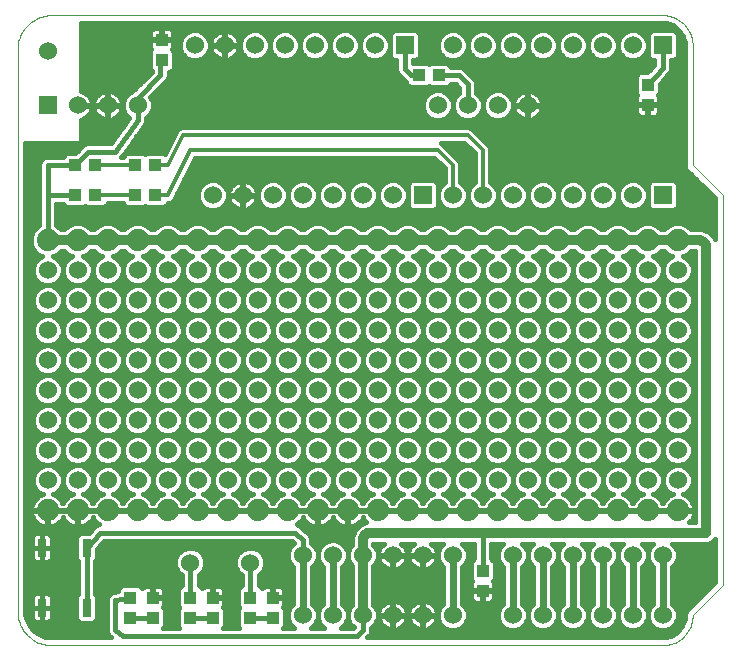
<source format=gtl>
G75*
G70*
%OFA0B0*%
%FSLAX24Y24*%
%IPPOS*%
%LPD*%
%AMOC8*
5,1,8,0,0,1.08239X$1,22.5*
%
%ADD10C,0.0000*%
%ADD11C,0.0600*%
%ADD12R,0.0600X0.0600*%
%ADD13R,0.0394X0.0433*%
%ADD14R,0.0300X0.0600*%
%ADD15C,0.0740*%
%ADD16R,0.0433X0.0394*%
%ADD17C,0.0240*%
%ADD18C,0.0320*%
%ADD19C,0.0120*%
%ADD20C,0.0160*%
D10*
X001202Y000554D02*
X021702Y000554D01*
X021762Y000556D01*
X021823Y000561D01*
X021882Y000570D01*
X021941Y000583D01*
X022000Y000599D01*
X022057Y000619D01*
X022112Y000642D01*
X022167Y000669D01*
X022219Y000698D01*
X022270Y000731D01*
X022319Y000767D01*
X022365Y000805D01*
X022409Y000847D01*
X022451Y000891D01*
X022489Y000937D01*
X022525Y000986D01*
X022558Y001037D01*
X022587Y001089D01*
X022614Y001144D01*
X022637Y001199D01*
X022657Y001256D01*
X022673Y001315D01*
X022686Y001374D01*
X022695Y001433D01*
X022700Y001494D01*
X022702Y001554D01*
X023702Y002554D01*
X023702Y015554D01*
X022702Y016554D01*
X022702Y020554D01*
X022700Y020614D01*
X022695Y020675D01*
X022686Y020734D01*
X022673Y020793D01*
X022657Y020852D01*
X022637Y020909D01*
X022614Y020964D01*
X022587Y021019D01*
X022558Y021071D01*
X022525Y021122D01*
X022489Y021171D01*
X022451Y021217D01*
X022409Y021261D01*
X022365Y021303D01*
X022319Y021341D01*
X022270Y021377D01*
X022219Y021410D01*
X022167Y021439D01*
X022112Y021466D01*
X022057Y021489D01*
X022000Y021509D01*
X021941Y021525D01*
X021882Y021538D01*
X021823Y021547D01*
X021762Y021552D01*
X021702Y021554D01*
X001202Y021554D01*
X001201Y021555D02*
X001136Y021544D01*
X001072Y021529D01*
X001009Y021511D01*
X000946Y021489D01*
X000885Y021464D01*
X000826Y021435D01*
X000768Y021403D01*
X000712Y021368D01*
X000659Y021330D01*
X000607Y021289D01*
X000558Y021245D01*
X000511Y021198D01*
X000467Y021149D01*
X000426Y021097D01*
X000388Y021044D01*
X000353Y020988D01*
X000321Y020930D01*
X000292Y020871D01*
X000267Y020810D01*
X000245Y020747D01*
X000227Y020684D01*
X000212Y020620D01*
X000201Y020555D01*
X000202Y020554D02*
X000202Y001554D01*
X000201Y001554D02*
X000212Y001489D01*
X000227Y001425D01*
X000245Y001362D01*
X000267Y001299D01*
X000292Y001238D01*
X000321Y001179D01*
X000353Y001121D01*
X000388Y001065D01*
X000426Y001012D01*
X000467Y000960D01*
X000511Y000911D01*
X000558Y000864D01*
X000607Y000820D01*
X000659Y000779D01*
X000712Y000741D01*
X000768Y000706D01*
X000826Y000674D01*
X000885Y000645D01*
X000946Y000620D01*
X001009Y000598D01*
X001072Y000580D01*
X001136Y000565D01*
X001201Y000554D01*
D11*
X005952Y003304D03*
X007952Y003304D03*
X009702Y003554D03*
X010702Y003554D03*
X011702Y003554D03*
X012702Y003554D03*
X013702Y003554D03*
X014702Y003554D03*
X016702Y003554D03*
X017702Y003554D03*
X018702Y003554D03*
X019702Y003554D03*
X020702Y003554D03*
X021702Y003554D03*
X021702Y001554D03*
X020702Y001554D03*
X019702Y001554D03*
X018702Y001554D03*
X017702Y001554D03*
X016702Y001554D03*
X014702Y001554D03*
X013702Y001554D03*
X012702Y001554D03*
X011702Y001554D03*
X010702Y001554D03*
X009702Y001554D03*
X010202Y006054D03*
X011202Y006054D03*
X012202Y006054D03*
X013202Y006054D03*
X013202Y007054D03*
X012202Y007054D03*
X011202Y007054D03*
X010202Y007054D03*
X009202Y007054D03*
X009202Y006054D03*
X008202Y006054D03*
X008202Y007054D03*
X008202Y008054D03*
X009202Y008054D03*
X010202Y008054D03*
X011202Y008054D03*
X012202Y008054D03*
X013202Y008054D03*
X013202Y009054D03*
X012202Y009054D03*
X011202Y009054D03*
X010202Y009054D03*
X009202Y009054D03*
X008202Y009054D03*
X008202Y010054D03*
X009202Y010054D03*
X010202Y010054D03*
X011202Y010054D03*
X012202Y010054D03*
X013202Y010054D03*
X013202Y011054D03*
X012202Y011054D03*
X011202Y011054D03*
X010202Y011054D03*
X009202Y011054D03*
X008202Y011054D03*
X008202Y012054D03*
X009202Y012054D03*
X010202Y012054D03*
X011202Y012054D03*
X012202Y012054D03*
X013202Y012054D03*
X014202Y012054D03*
X015202Y012054D03*
X016202Y012054D03*
X017202Y012054D03*
X018202Y012054D03*
X019202Y012054D03*
X020202Y012054D03*
X021202Y012054D03*
X022202Y012054D03*
X022202Y011054D03*
X022202Y010054D03*
X021202Y010054D03*
X021202Y011054D03*
X020202Y011054D03*
X020202Y010054D03*
X019202Y010054D03*
X019202Y011054D03*
X018202Y011054D03*
X018202Y010054D03*
X017202Y010054D03*
X017202Y011054D03*
X016202Y011054D03*
X016202Y010054D03*
X015202Y010054D03*
X015202Y011054D03*
X014202Y011054D03*
X014202Y010054D03*
X014202Y009054D03*
X015202Y009054D03*
X016202Y009054D03*
X017202Y009054D03*
X018202Y009054D03*
X019202Y009054D03*
X020202Y009054D03*
X020202Y008054D03*
X019202Y008054D03*
X018202Y008054D03*
X017202Y008054D03*
X016202Y008054D03*
X015202Y008054D03*
X014202Y008054D03*
X014202Y007054D03*
X015202Y007054D03*
X016202Y007054D03*
X017202Y007054D03*
X018202Y007054D03*
X019202Y007054D03*
X020202Y007054D03*
X020202Y006054D03*
X019202Y006054D03*
X018202Y006054D03*
X017202Y006054D03*
X016202Y006054D03*
X015202Y006054D03*
X014202Y006054D03*
X021202Y006054D03*
X022202Y006054D03*
X022202Y007054D03*
X021202Y007054D03*
X021202Y008054D03*
X022202Y008054D03*
X022202Y009054D03*
X021202Y009054D03*
X021202Y013054D03*
X022202Y013054D03*
X020202Y013054D03*
X019202Y013054D03*
X018202Y013054D03*
X017202Y013054D03*
X016202Y013054D03*
X015202Y013054D03*
X014202Y013054D03*
X013202Y013054D03*
X012202Y013054D03*
X011202Y013054D03*
X010202Y013054D03*
X009202Y013054D03*
X008202Y013054D03*
X007202Y013054D03*
X006202Y013054D03*
X005202Y013054D03*
X004202Y013054D03*
X003202Y013054D03*
X002202Y013054D03*
X002202Y012054D03*
X003202Y012054D03*
X004202Y012054D03*
X005202Y012054D03*
X006202Y012054D03*
X007202Y012054D03*
X007202Y011054D03*
X007202Y010054D03*
X006202Y010054D03*
X006202Y011054D03*
X005202Y011054D03*
X005202Y010054D03*
X004202Y010054D03*
X004202Y011054D03*
X003202Y011054D03*
X003202Y010054D03*
X002202Y010054D03*
X002202Y011054D03*
X001202Y011054D03*
X001202Y010054D03*
X001202Y009054D03*
X001202Y008054D03*
X002202Y008054D03*
X003202Y008054D03*
X004202Y008054D03*
X005202Y008054D03*
X006202Y008054D03*
X007202Y008054D03*
X007202Y009054D03*
X006202Y009054D03*
X005202Y009054D03*
X004202Y009054D03*
X003202Y009054D03*
X002202Y009054D03*
X002202Y007054D03*
X003202Y007054D03*
X004202Y007054D03*
X005202Y007054D03*
X006202Y007054D03*
X007202Y007054D03*
X007202Y006054D03*
X006202Y006054D03*
X005202Y006054D03*
X004202Y006054D03*
X003202Y006054D03*
X002202Y006054D03*
X001202Y006054D03*
X001202Y007054D03*
X001202Y012054D03*
X001202Y013054D03*
X006702Y015554D03*
X007702Y015554D03*
X008702Y015554D03*
X009702Y015554D03*
X010702Y015554D03*
X011702Y015554D03*
X012702Y015554D03*
X014702Y015554D03*
X015702Y015554D03*
X016702Y015554D03*
X017702Y015554D03*
X018702Y015554D03*
X019702Y015554D03*
X020702Y015554D03*
X017202Y018554D03*
X016202Y018554D03*
X015202Y018554D03*
X014202Y018554D03*
X014702Y020554D03*
X015702Y020554D03*
X016702Y020554D03*
X017702Y020554D03*
X018702Y020554D03*
X019702Y020554D03*
X020702Y020554D03*
X012102Y020554D03*
X011102Y020554D03*
X010102Y020554D03*
X009102Y020554D03*
X008102Y020554D03*
X007102Y020554D03*
X006102Y020554D03*
X004202Y018554D03*
X003202Y018554D03*
X002202Y018554D03*
X001202Y020354D03*
D12*
X001202Y018554D03*
X013102Y020554D03*
X013702Y015554D03*
X021702Y015554D03*
X021702Y020554D03*
D13*
X021202Y019239D03*
X021202Y018570D03*
X005002Y020070D03*
X005002Y020739D03*
X015702Y003039D03*
X015702Y002370D03*
X008702Y002139D03*
X008702Y001470D03*
X007952Y001470D03*
X007952Y002139D03*
X006702Y002139D03*
X006702Y001470D03*
X005952Y001470D03*
X005952Y002139D03*
X004702Y002139D03*
X004702Y001470D03*
X003952Y001470D03*
X003952Y002139D03*
D14*
X002502Y001804D03*
X001002Y001804D03*
X001002Y003804D03*
X002502Y003804D03*
D15*
X002202Y005054D03*
X003202Y005054D03*
X004202Y005054D03*
X005202Y005054D03*
X006202Y005054D03*
X007202Y005054D03*
X008202Y005054D03*
X009202Y005054D03*
X010202Y005054D03*
X011202Y005054D03*
X012202Y005054D03*
X013202Y005054D03*
X014202Y005054D03*
X015202Y005054D03*
X016202Y005054D03*
X017202Y005054D03*
X018202Y005054D03*
X019202Y005054D03*
X020202Y005054D03*
X021202Y005054D03*
X022202Y005054D03*
X022202Y014054D03*
X021202Y014054D03*
X020202Y014054D03*
X019202Y014054D03*
X018202Y014054D03*
X017202Y014054D03*
X016202Y014054D03*
X015202Y014054D03*
X014202Y014054D03*
X013202Y014054D03*
X012202Y014054D03*
X011202Y014054D03*
X010202Y014054D03*
X009202Y014054D03*
X008202Y014054D03*
X007202Y014054D03*
X006202Y014054D03*
X005202Y014054D03*
X004202Y014054D03*
X003202Y014054D03*
X002202Y014054D03*
X001202Y014054D03*
X001202Y005054D03*
D16*
X002117Y015554D03*
X002786Y015554D03*
X002786Y016554D03*
X002117Y016554D03*
X004117Y016554D03*
X004786Y016554D03*
X004786Y015554D03*
X004117Y015554D03*
X013567Y019554D03*
X014236Y019554D03*
D17*
X014702Y003554D02*
X014702Y001554D01*
X016702Y001554D02*
X016702Y003554D01*
X017702Y003554D02*
X017702Y001554D01*
X018702Y001554D02*
X018702Y003554D01*
X019702Y003554D02*
X019702Y001554D01*
X020702Y001554D02*
X020702Y003554D01*
X021702Y003554D02*
X021702Y001554D01*
X010702Y001554D02*
X010702Y003554D01*
X009702Y003554D02*
X009702Y001554D01*
X009702Y003554D01*
D18*
X011702Y003554D02*
X011702Y004054D01*
X011704Y004084D01*
X011709Y004114D01*
X011718Y004143D01*
X011731Y004170D01*
X011746Y004196D01*
X011765Y004220D01*
X011786Y004241D01*
X011810Y004260D01*
X011836Y004275D01*
X011863Y004288D01*
X011892Y004297D01*
X011922Y004302D01*
X011952Y004304D01*
X015702Y004304D01*
X023152Y004304D01*
X023152Y013804D01*
X023150Y013834D01*
X023145Y013864D01*
X023136Y013893D01*
X023123Y013920D01*
X023108Y013946D01*
X023089Y013970D01*
X023068Y013991D01*
X023044Y014010D01*
X023018Y014025D01*
X022991Y014038D01*
X022962Y014047D01*
X022932Y014052D01*
X022902Y014054D01*
X022202Y014054D01*
X021202Y014054D01*
X020202Y014054D01*
X019202Y014054D01*
X018202Y014054D01*
X017202Y014054D01*
X016202Y014054D01*
X015202Y014054D01*
X014202Y014054D01*
X013202Y014054D01*
X012202Y014054D01*
X011202Y014054D01*
X010202Y014054D01*
X009202Y014054D01*
X008202Y014054D01*
X007202Y014054D01*
X006202Y014054D01*
X005202Y014054D01*
X004202Y014054D01*
X003202Y014054D01*
X002202Y014054D01*
X001202Y014054D01*
X001702Y014054D01*
X011702Y003554D02*
X011702Y001554D01*
D19*
X001702Y014054D02*
X001802Y014154D01*
X002786Y015554D02*
X004117Y015554D01*
X004786Y015554D02*
X005202Y015554D01*
X005952Y017054D01*
X014202Y017054D01*
X014702Y016554D01*
X014702Y015554D01*
X015702Y015554D02*
X015702Y017054D01*
X015202Y017554D01*
X005702Y017554D01*
X005202Y016554D01*
X004786Y016554D01*
X004117Y016554D02*
X002786Y016554D01*
D20*
X003172Y001030D02*
X000773Y001030D01*
X000719Y001071D02*
X000905Y000928D01*
X001123Y000836D01*
X001226Y000814D01*
X003300Y000814D01*
X003293Y000817D01*
X003265Y000845D01*
X003233Y000870D01*
X003225Y000884D01*
X003214Y000896D01*
X003199Y000933D01*
X003179Y000968D01*
X003178Y000984D01*
X003172Y000999D01*
X003172Y001039D01*
X003167Y001079D01*
X003172Y001094D01*
X003172Y002031D01*
X003166Y002063D01*
X003172Y002086D01*
X003172Y002110D01*
X003184Y002140D01*
X002852Y002140D01*
X002852Y002187D02*
X002782Y002257D01*
X002782Y003351D01*
X002852Y003421D01*
X002852Y003775D01*
X003076Y004024D01*
X009336Y004024D01*
X009400Y003960D01*
X009278Y003838D01*
X009202Y003654D01*
X009202Y003455D01*
X009278Y003271D01*
X009382Y003167D01*
X009382Y001941D01*
X009278Y001838D01*
X009202Y001654D01*
X009202Y001455D01*
X009278Y001271D01*
X009415Y001134D01*
X009062Y001134D01*
X009098Y001170D01*
X009098Y001769D01*
X009049Y001818D01*
X009078Y001848D01*
X009078Y002120D01*
X008720Y002120D01*
X008720Y002157D01*
X009078Y002157D01*
X009078Y002430D01*
X008973Y002535D01*
X008720Y002535D01*
X008720Y002158D01*
X008683Y002158D01*
X008683Y002535D01*
X008430Y002535D01*
X008341Y002446D01*
X008232Y002555D01*
X008232Y002879D01*
X008235Y002880D01*
X008375Y003021D01*
X008452Y003205D01*
X008452Y003404D01*
X008375Y003588D01*
X008235Y003728D01*
X008051Y003804D01*
X007852Y003804D01*
X007668Y003728D01*
X007528Y003588D01*
X007452Y003404D01*
X007452Y003205D01*
X007528Y003021D01*
X007668Y002880D01*
X007672Y002879D01*
X007672Y002555D01*
X007555Y002438D01*
X007555Y001840D01*
X007590Y001804D01*
X007555Y001769D01*
X007555Y001170D01*
X007591Y001134D01*
X007062Y001134D01*
X007098Y001170D01*
X007098Y001769D01*
X007049Y001818D01*
X007078Y001848D01*
X007078Y002120D01*
X006720Y002120D01*
X006720Y002157D01*
X007078Y002157D01*
X007078Y002430D01*
X006973Y002535D01*
X006720Y002535D01*
X006720Y002158D01*
X006683Y002158D01*
X006683Y002535D01*
X006430Y002535D01*
X006341Y002446D01*
X006232Y002555D01*
X006232Y002879D01*
X006235Y002880D01*
X006375Y003021D01*
X006452Y003205D01*
X006452Y003404D01*
X006375Y003588D01*
X006235Y003728D01*
X006051Y003804D01*
X005852Y003804D01*
X005668Y003728D01*
X005528Y003588D01*
X005452Y003404D01*
X005452Y003205D01*
X005528Y003021D01*
X005668Y002880D01*
X005672Y002879D01*
X005672Y002555D01*
X005555Y002438D01*
X005555Y001840D01*
X005590Y001804D01*
X005555Y001769D01*
X005555Y001170D01*
X005591Y001134D01*
X005062Y001134D01*
X005098Y001170D01*
X005098Y001769D01*
X005049Y001818D01*
X005078Y001848D01*
X005078Y002120D01*
X004720Y002120D01*
X004720Y002157D01*
X005078Y002157D01*
X005078Y002430D01*
X004973Y002535D01*
X004720Y002535D01*
X004720Y002158D01*
X004683Y002158D01*
X004683Y002535D01*
X004430Y002535D01*
X004341Y002446D01*
X004231Y002555D01*
X003672Y002555D01*
X003555Y002438D01*
X003555Y002356D01*
X003428Y002334D01*
X003396Y002334D01*
X003374Y002325D01*
X003350Y002321D01*
X003323Y002304D01*
X003293Y002292D01*
X003276Y002275D01*
X003256Y002262D01*
X003237Y002236D01*
X003214Y002213D01*
X003205Y002191D01*
X003191Y002171D01*
X003184Y002140D01*
X003172Y001981D02*
X002852Y001981D01*
X002852Y001823D02*
X003172Y001823D01*
X003172Y001664D02*
X002852Y001664D01*
X002852Y001506D02*
X003172Y001506D01*
X003172Y001347D02*
X002777Y001347D01*
X002734Y001304D02*
X002852Y001421D01*
X002852Y002187D01*
X002782Y002298D02*
X003309Y002298D01*
X003452Y002054D02*
X003952Y002139D01*
X004330Y002457D02*
X004352Y002457D01*
X004683Y002457D02*
X004720Y002457D01*
X004720Y002298D02*
X004683Y002298D01*
X004720Y002140D02*
X005555Y002140D01*
X005555Y002298D02*
X005078Y002298D01*
X005052Y002457D02*
X005573Y002457D01*
X005672Y002615D02*
X002782Y002615D01*
X002782Y002457D02*
X003573Y002457D01*
X003452Y002054D02*
X003452Y001054D01*
X003702Y000854D01*
X011502Y000854D01*
X011702Y001054D01*
X011702Y001554D01*
X011342Y001901D02*
X011278Y001838D01*
X011202Y001654D01*
X011202Y001455D01*
X011278Y001271D01*
X011400Y001149D01*
X011386Y001134D01*
X010989Y001134D01*
X011125Y001271D01*
X011202Y001455D01*
X011202Y001654D01*
X011125Y001838D01*
X011022Y001941D01*
X011022Y003167D01*
X011125Y003271D01*
X011202Y003455D01*
X011278Y003271D01*
X011342Y003207D01*
X011342Y001901D01*
X011342Y001981D02*
X011022Y001981D01*
X011022Y002140D02*
X011342Y002140D01*
X011342Y002298D02*
X011022Y002298D01*
X011022Y002457D02*
X011342Y002457D01*
X011342Y002615D02*
X011022Y002615D01*
X011022Y002774D02*
X011342Y002774D01*
X011342Y002932D02*
X011022Y002932D01*
X011022Y003091D02*
X011342Y003091D01*
X011299Y003250D02*
X011104Y003250D01*
X011182Y003408D02*
X011221Y003408D01*
X011202Y003455D02*
X011202Y003654D01*
X011202Y003455D01*
X011202Y003567D02*
X011202Y003567D01*
X011202Y003654D02*
X011125Y003838D01*
X010985Y003978D01*
X010801Y004054D01*
X010602Y004054D01*
X010418Y003978D01*
X010278Y003838D01*
X010202Y003654D01*
X010202Y003455D01*
X010278Y003271D01*
X010382Y003167D01*
X010382Y001941D01*
X010278Y001838D01*
X010202Y001654D01*
X010202Y001455D01*
X010278Y001271D01*
X010415Y001134D01*
X009989Y001134D01*
X010125Y001271D01*
X010202Y001455D01*
X010202Y001654D01*
X010125Y001838D01*
X010022Y001941D01*
X010022Y003167D01*
X010125Y003271D01*
X010202Y003455D01*
X010202Y003654D01*
X010125Y003838D01*
X009985Y003978D01*
X009982Y003980D01*
X009982Y003999D01*
X009982Y004110D01*
X009939Y004213D01*
X009689Y004463D01*
X009610Y004542D01*
X009507Y004584D01*
X009504Y004584D01*
X009513Y004588D01*
X009668Y004743D01*
X009702Y004824D01*
X009735Y004743D01*
X009890Y004588D01*
X010092Y004504D01*
X010181Y004504D01*
X010181Y005034D01*
X009652Y005034D01*
X009222Y005034D01*
X009222Y005074D01*
X009652Y005074D01*
X010181Y005074D01*
X010181Y005034D01*
X010222Y005034D01*
X010222Y005074D01*
X010652Y005074D01*
X011181Y005074D01*
X011181Y005034D01*
X010652Y005034D01*
X010222Y005034D01*
X010222Y004504D01*
X010311Y004504D01*
X010513Y004588D01*
X010668Y004743D01*
X010702Y004824D01*
X010735Y004743D01*
X010890Y004588D01*
X011092Y004504D01*
X011181Y004504D01*
X011181Y005034D01*
X011222Y005034D01*
X011222Y005074D01*
X011652Y005074D01*
X012181Y005074D01*
X012181Y005034D01*
X011752Y005034D01*
X011222Y005034D01*
X011222Y004504D01*
X011311Y004504D01*
X011513Y004588D01*
X011668Y004743D01*
X011702Y004824D01*
X011735Y004743D01*
X011819Y004659D01*
X011606Y004571D01*
X011434Y004400D01*
X011434Y004400D01*
X011342Y004176D01*
X011342Y004176D01*
X011342Y004126D01*
X011342Y004126D01*
X011342Y003901D01*
X011278Y003838D01*
X011202Y003654D01*
X011231Y003725D02*
X011172Y003725D01*
X011079Y003884D02*
X011324Y003884D01*
X011342Y004042D02*
X010830Y004042D01*
X010573Y004042D02*
X009982Y004042D01*
X009944Y004201D02*
X011352Y004201D01*
X011418Y004359D02*
X009792Y004359D01*
X009634Y004518D02*
X010059Y004518D01*
X010181Y004518D02*
X010222Y004518D01*
X010344Y004518D02*
X011059Y004518D01*
X011181Y004518D02*
X011222Y004518D01*
X011344Y004518D02*
X011553Y004518D01*
X011606Y004571D02*
X011606Y004571D01*
X011601Y004676D02*
X011802Y004676D01*
X012222Y005034D02*
X012222Y005074D01*
X012652Y005074D01*
X013181Y005074D01*
X013181Y005034D01*
X012652Y005034D01*
X012222Y005034D01*
X012702Y005284D02*
X012668Y005366D01*
X012513Y005521D01*
X012366Y005581D01*
X012485Y005630D01*
X012625Y005771D01*
X012702Y005955D01*
X012778Y005771D01*
X012918Y005630D01*
X013037Y005581D01*
X012890Y005521D01*
X012735Y005366D01*
X012702Y005284D01*
X012712Y005311D02*
X012691Y005311D01*
X012564Y005469D02*
X012839Y005469D01*
X012925Y005628D02*
X012478Y005628D01*
X012632Y005786D02*
X012771Y005786D01*
X012706Y005945D02*
X012697Y005945D01*
X012702Y005955D02*
X012702Y006154D01*
X012702Y005955D01*
X012702Y006103D02*
X012702Y006103D01*
X012702Y006154D02*
X012625Y006338D01*
X012485Y006478D01*
X012301Y006554D01*
X012102Y006554D01*
X011918Y006478D01*
X011778Y006338D01*
X011702Y006154D01*
X011702Y005955D01*
X011778Y005771D01*
X011918Y005630D01*
X012037Y005581D01*
X011890Y005521D01*
X011735Y005366D01*
X011702Y005284D01*
X011668Y005366D01*
X011513Y005521D01*
X011366Y005581D01*
X011485Y005630D01*
X011625Y005771D01*
X011702Y005955D01*
X011702Y006154D01*
X011625Y006338D01*
X011485Y006478D01*
X011301Y006554D01*
X011102Y006554D01*
X010918Y006478D01*
X010778Y006338D01*
X010702Y006154D01*
X010702Y005955D01*
X010778Y005771D01*
X010918Y005630D01*
X011037Y005581D01*
X010890Y005521D01*
X010735Y005366D01*
X010702Y005284D01*
X010668Y005366D01*
X010513Y005521D01*
X010366Y005581D01*
X010485Y005630D01*
X010625Y005771D01*
X010702Y005955D01*
X010702Y006154D01*
X010625Y006338D01*
X010485Y006478D01*
X010301Y006554D01*
X010102Y006554D01*
X009918Y006478D01*
X009778Y006338D01*
X009702Y006154D01*
X009702Y005955D01*
X009778Y005771D01*
X009918Y005630D01*
X010037Y005581D01*
X009890Y005521D01*
X009735Y005366D01*
X009702Y005284D01*
X009668Y005366D01*
X009513Y005521D01*
X009366Y005581D01*
X009485Y005630D01*
X009625Y005771D01*
X009702Y005955D01*
X009702Y006154D01*
X009625Y006338D01*
X009485Y006478D01*
X009301Y006554D01*
X009102Y006554D01*
X008918Y006478D01*
X008778Y006338D01*
X008702Y006154D01*
X008702Y005955D01*
X008778Y005771D01*
X008918Y005630D01*
X009037Y005581D01*
X008890Y005521D01*
X008735Y005366D01*
X008702Y005284D01*
X008668Y005366D01*
X008513Y005521D01*
X008366Y005581D01*
X008485Y005630D01*
X008625Y005771D01*
X008702Y005955D01*
X008702Y006154D01*
X008625Y006338D01*
X008485Y006478D01*
X008301Y006554D01*
X008102Y006554D01*
X007918Y006478D01*
X007778Y006338D01*
X007702Y006154D01*
X007702Y005955D01*
X007778Y005771D01*
X007918Y005630D01*
X008037Y005581D01*
X007890Y005521D01*
X007735Y005366D01*
X007702Y005284D01*
X007668Y005366D01*
X007513Y005521D01*
X007366Y005581D01*
X007485Y005630D01*
X007625Y005771D01*
X007702Y005955D01*
X007702Y006154D01*
X007625Y006338D01*
X007485Y006478D01*
X007301Y006554D01*
X007102Y006554D01*
X006918Y006478D01*
X006778Y006338D01*
X006702Y006154D01*
X006702Y005955D01*
X006778Y005771D01*
X006918Y005630D01*
X007037Y005581D01*
X006890Y005521D01*
X006735Y005366D01*
X006702Y005284D01*
X006668Y005366D01*
X006513Y005521D01*
X006366Y005581D01*
X006485Y005630D01*
X006625Y005771D01*
X006702Y005955D01*
X006702Y006154D01*
X006625Y006338D01*
X006485Y006478D01*
X006301Y006554D01*
X006102Y006554D01*
X005918Y006478D01*
X005778Y006338D01*
X005702Y006154D01*
X005702Y005955D01*
X005778Y005771D01*
X005918Y005630D01*
X006037Y005581D01*
X005890Y005521D01*
X005735Y005366D01*
X005702Y005284D01*
X005668Y005366D01*
X005513Y005521D01*
X005366Y005581D01*
X005485Y005630D01*
X005625Y005771D01*
X005702Y005955D01*
X005702Y006154D01*
X005625Y006338D01*
X005485Y006478D01*
X005301Y006554D01*
X005102Y006554D01*
X004918Y006478D01*
X004778Y006338D01*
X004702Y006154D01*
X004702Y005955D01*
X004778Y005771D01*
X004918Y005630D01*
X005037Y005581D01*
X004890Y005521D01*
X004735Y005366D01*
X004702Y005284D01*
X004668Y005366D01*
X004513Y005521D01*
X004366Y005581D01*
X004485Y005630D01*
X004625Y005771D01*
X004702Y005955D01*
X004702Y006154D01*
X004625Y006338D01*
X004485Y006478D01*
X004301Y006554D01*
X004102Y006554D01*
X003918Y006478D01*
X003778Y006338D01*
X003702Y006154D01*
X003702Y005955D01*
X003778Y005771D01*
X003918Y005630D01*
X004037Y005581D01*
X003890Y005521D01*
X003735Y005366D01*
X003702Y005284D01*
X003668Y005366D01*
X003513Y005521D01*
X003366Y005581D01*
X003485Y005630D01*
X003625Y005771D01*
X003702Y005955D01*
X003702Y006154D01*
X003625Y006338D01*
X003485Y006478D01*
X003301Y006554D01*
X003102Y006554D01*
X002918Y006478D01*
X002778Y006338D01*
X002702Y006154D01*
X002702Y005955D01*
X002778Y005771D01*
X002918Y005630D01*
X003037Y005581D01*
X002890Y005521D01*
X002735Y005366D01*
X002702Y005284D01*
X002668Y005366D01*
X002513Y005521D01*
X002366Y005581D01*
X002485Y005630D01*
X002625Y005771D01*
X002702Y005955D01*
X002702Y006154D01*
X002625Y006338D01*
X002485Y006478D01*
X002301Y006554D01*
X002102Y006554D01*
X001918Y006478D01*
X001778Y006338D01*
X001702Y006154D01*
X001702Y005955D01*
X001778Y005771D01*
X001918Y005630D01*
X002037Y005581D01*
X001890Y005521D01*
X001735Y005366D01*
X001702Y005284D01*
X001668Y005366D01*
X001513Y005521D01*
X001366Y005581D01*
X001485Y005630D01*
X001625Y005771D01*
X001702Y005955D01*
X001702Y006154D01*
X001625Y006338D01*
X001485Y006478D01*
X001301Y006554D01*
X001102Y006554D01*
X000918Y006478D01*
X000778Y006338D01*
X000702Y006154D01*
X000702Y005955D01*
X000778Y005771D01*
X000918Y005630D01*
X001037Y005581D01*
X000890Y005521D01*
X000735Y005366D01*
X000652Y005164D01*
X000652Y005074D01*
X001181Y005074D01*
X001181Y005034D01*
X000652Y005034D01*
X000652Y004945D01*
X000735Y004743D01*
X000890Y004588D01*
X001092Y004504D01*
X001181Y004504D01*
X001181Y005034D01*
X001222Y005034D01*
X001222Y005074D01*
X001652Y005074D01*
X002181Y005074D01*
X002181Y005034D01*
X001652Y005034D01*
X001222Y005034D01*
X001222Y004504D01*
X001311Y004504D01*
X001513Y004588D01*
X001668Y004743D01*
X001702Y004824D01*
X001735Y004743D01*
X001890Y004588D01*
X002092Y004504D01*
X002181Y004504D01*
X002181Y005034D01*
X002222Y005034D01*
X002222Y005074D01*
X002652Y005074D01*
X003181Y005074D01*
X003181Y005034D01*
X002652Y005034D01*
X002222Y005034D01*
X002222Y004504D01*
X002311Y004504D01*
X002513Y004588D01*
X002668Y004743D01*
X002702Y004824D01*
X002735Y004743D01*
X002890Y004588D01*
X002899Y004584D01*
X002896Y004584D01*
X002889Y004581D01*
X002881Y004581D01*
X002838Y004560D01*
X002793Y004542D01*
X002788Y004536D01*
X002781Y004533D01*
X002748Y004497D01*
X002714Y004463D01*
X002711Y004456D01*
X002575Y004304D01*
X002269Y004304D01*
X002152Y004187D01*
X002152Y003421D01*
X002222Y003351D01*
X002222Y002257D01*
X002152Y002187D01*
X002152Y001421D01*
X002269Y001304D01*
X002734Y001304D01*
X003172Y001189D02*
X000629Y001189D01*
X000575Y001258D02*
X000483Y001475D01*
X000462Y001578D01*
X000462Y017304D01*
X002302Y017304D01*
X002302Y018076D01*
X002473Y018147D01*
X002608Y018282D01*
X002682Y018459D01*
X002682Y018534D01*
X002302Y018534D01*
X002302Y018574D01*
X002682Y018574D01*
X002682Y018650D01*
X002608Y018826D01*
X002473Y018961D01*
X002302Y019032D01*
X002302Y021294D01*
X021702Y021294D01*
X021817Y021285D01*
X022038Y021214D01*
X022225Y021078D01*
X022361Y020890D01*
X022432Y020670D01*
X022442Y020554D01*
X022442Y020513D01*
X022442Y020503D01*
X022442Y016503D01*
X022481Y016407D01*
X022554Y016334D01*
X023442Y015447D01*
X023442Y014094D01*
X023419Y014150D01*
X023247Y014321D01*
X023023Y014414D01*
X022973Y014414D01*
X022648Y014414D01*
X022524Y014538D01*
X022315Y014624D01*
X022088Y014624D01*
X021879Y014538D01*
X021755Y014414D01*
X021648Y014414D01*
X021524Y014538D01*
X021315Y014624D01*
X021088Y014624D01*
X020879Y014538D01*
X020755Y014414D01*
X020648Y014414D01*
X020524Y014538D01*
X020315Y014624D01*
X020088Y014624D01*
X019879Y014538D01*
X019755Y014414D01*
X019648Y014414D01*
X019524Y014538D01*
X019315Y014624D01*
X019088Y014624D01*
X018879Y014538D01*
X018755Y014414D01*
X018648Y014414D01*
X018524Y014538D01*
X018315Y014624D01*
X018088Y014624D01*
X017879Y014538D01*
X017755Y014414D01*
X017648Y014414D01*
X017524Y014538D01*
X017315Y014624D01*
X017088Y014624D01*
X016879Y014538D01*
X016755Y014414D01*
X016648Y014414D01*
X016524Y014538D01*
X016315Y014624D01*
X016088Y014624D01*
X015879Y014538D01*
X015755Y014414D01*
X015648Y014414D01*
X015524Y014538D01*
X015315Y014624D01*
X015088Y014624D01*
X014879Y014538D01*
X014755Y014414D01*
X014648Y014414D01*
X014524Y014538D01*
X014315Y014624D01*
X014088Y014624D01*
X013879Y014538D01*
X013755Y014414D01*
X013648Y014414D01*
X013524Y014538D01*
X013315Y014624D01*
X013088Y014624D01*
X012879Y014538D01*
X012755Y014414D01*
X012648Y014414D01*
X012524Y014538D01*
X012315Y014624D01*
X012088Y014624D01*
X011879Y014538D01*
X011755Y014414D01*
X011648Y014414D01*
X011524Y014538D01*
X011315Y014624D01*
X011088Y014624D01*
X010879Y014538D01*
X010755Y014414D01*
X010648Y014414D01*
X010524Y014538D01*
X010315Y014624D01*
X010088Y014624D01*
X009879Y014538D01*
X009755Y014414D01*
X009648Y014414D01*
X009524Y014538D01*
X009315Y014624D01*
X009088Y014624D01*
X008879Y014538D01*
X008755Y014414D01*
X008648Y014414D01*
X008524Y014538D01*
X008315Y014624D01*
X008088Y014624D01*
X007879Y014538D01*
X007755Y014414D01*
X007648Y014414D01*
X007524Y014538D01*
X007315Y014624D01*
X007088Y014624D01*
X006879Y014538D01*
X006755Y014414D01*
X006648Y014414D01*
X006524Y014538D01*
X006315Y014624D01*
X006088Y014624D01*
X005879Y014538D01*
X005755Y014414D01*
X005648Y014414D01*
X005524Y014538D01*
X005315Y014624D01*
X005088Y014624D01*
X004879Y014538D01*
X004755Y014414D01*
X004648Y014414D01*
X004524Y014538D01*
X004315Y014624D01*
X004088Y014624D01*
X003879Y014538D01*
X003755Y014414D01*
X003648Y014414D01*
X003524Y014538D01*
X003315Y014624D01*
X003088Y014624D01*
X002879Y014538D01*
X002755Y014414D01*
X002648Y014414D01*
X002524Y014538D01*
X002315Y014624D01*
X002088Y014624D01*
X001879Y014538D01*
X001755Y014414D01*
X001648Y014414D01*
X001524Y014538D01*
X001482Y014555D01*
X001482Y015274D01*
X001701Y015274D01*
X001818Y015157D01*
X002416Y015157D01*
X002452Y015193D01*
X002487Y015157D01*
X003086Y015157D01*
X003203Y015275D01*
X003203Y015294D01*
X003700Y015294D01*
X003700Y015275D01*
X003818Y015157D01*
X004416Y015157D01*
X004452Y015193D01*
X004487Y015157D01*
X005086Y015157D01*
X005203Y015275D01*
X005203Y015294D01*
X005235Y015291D01*
X005244Y015294D01*
X005253Y015294D01*
X005293Y015311D01*
X005333Y015324D01*
X005340Y015330D01*
X005349Y015334D01*
X005379Y015364D01*
X005411Y015392D01*
X005415Y015400D01*
X005422Y015407D01*
X005438Y015446D01*
X006112Y016794D01*
X014094Y016794D01*
X014442Y016447D01*
X014442Y015988D01*
X014418Y015978D01*
X014278Y015838D01*
X014202Y015654D01*
X014202Y015455D01*
X014278Y015271D01*
X014418Y015130D01*
X014602Y015054D01*
X014801Y015054D01*
X014985Y015130D01*
X015125Y015271D01*
X015202Y015455D01*
X015278Y015271D01*
X015418Y015130D01*
X015602Y015054D01*
X015801Y015054D01*
X015985Y015130D01*
X016125Y015271D01*
X016202Y015455D01*
X016278Y015271D01*
X016418Y015130D01*
X016602Y015054D01*
X016801Y015054D01*
X016985Y015130D01*
X017125Y015271D01*
X017202Y015455D01*
X017278Y015271D01*
X017418Y015130D01*
X017602Y015054D01*
X017801Y015054D01*
X017985Y015130D01*
X018125Y015271D01*
X018202Y015455D01*
X018278Y015271D01*
X018418Y015130D01*
X018602Y015054D01*
X018801Y015054D01*
X018985Y015130D01*
X019125Y015271D01*
X019202Y015455D01*
X019278Y015271D01*
X019418Y015130D01*
X019602Y015054D01*
X019801Y015054D01*
X019985Y015130D01*
X020125Y015271D01*
X020202Y015455D01*
X020278Y015271D01*
X020418Y015130D01*
X020602Y015054D01*
X020801Y015054D01*
X020985Y015130D01*
X021125Y015271D01*
X021202Y015455D01*
X021202Y015654D01*
X021125Y015838D01*
X020985Y015978D01*
X020801Y016054D01*
X020602Y016054D01*
X020418Y015978D01*
X020278Y015838D01*
X020202Y015654D01*
X020202Y015455D01*
X020202Y015654D01*
X020125Y015838D01*
X019985Y015978D01*
X019801Y016054D01*
X019602Y016054D01*
X019418Y015978D01*
X019278Y015838D01*
X019202Y015654D01*
X019202Y015455D01*
X019202Y015654D01*
X019125Y015838D01*
X018985Y015978D01*
X018801Y016054D01*
X018602Y016054D01*
X018418Y015978D01*
X018278Y015838D01*
X018202Y015654D01*
X018202Y015455D01*
X018202Y015654D01*
X018125Y015838D01*
X017985Y015978D01*
X017801Y016054D01*
X017602Y016054D01*
X017418Y015978D01*
X017278Y015838D01*
X017202Y015654D01*
X017202Y015455D01*
X017202Y015654D01*
X017125Y015838D01*
X016985Y015978D01*
X016801Y016054D01*
X016602Y016054D01*
X016418Y015978D01*
X016278Y015838D01*
X016202Y015654D01*
X016202Y015455D01*
X016202Y015654D01*
X016125Y015838D01*
X015985Y015978D01*
X015962Y015988D01*
X015962Y017003D01*
X015962Y017106D01*
X015922Y017202D01*
X015422Y017702D01*
X015349Y017775D01*
X015253Y017814D01*
X005711Y017814D01*
X005668Y017817D01*
X005659Y017814D01*
X005650Y017814D01*
X005611Y017798D01*
X005570Y017785D01*
X005563Y017778D01*
X005554Y017775D01*
X005524Y017745D01*
X005492Y017717D01*
X005488Y017708D01*
X005481Y017702D01*
X005465Y017663D01*
X005101Y016935D01*
X005086Y016951D01*
X004487Y016951D01*
X004452Y016916D01*
X004416Y016951D01*
X003818Y016951D01*
X003700Y016834D01*
X003700Y016814D01*
X003660Y016814D01*
X003666Y016823D01*
X003689Y016846D01*
X003698Y016868D01*
X004416Y017873D01*
X004439Y017896D01*
X004448Y017918D01*
X004462Y017937D01*
X004469Y017969D01*
X004482Y017999D01*
X004482Y018022D01*
X004487Y018045D01*
X004482Y018078D01*
X004482Y018129D01*
X004485Y018130D01*
X004625Y018271D01*
X004702Y018455D01*
X004702Y018654D01*
X004627Y018834D01*
X005110Y019317D01*
X005189Y019396D01*
X005232Y019499D01*
X005232Y019653D01*
X005281Y019653D01*
X005398Y019770D01*
X005398Y020369D01*
X005349Y020418D01*
X005378Y020448D01*
X005378Y020720D01*
X005020Y020720D01*
X005020Y020757D01*
X005378Y020757D01*
X005378Y021030D01*
X005273Y021135D01*
X005020Y021135D01*
X005020Y020758D01*
X004983Y020758D01*
X004983Y021135D01*
X004730Y021135D01*
X004625Y021030D01*
X004625Y020757D01*
X004983Y020757D01*
X004983Y020720D01*
X004625Y020720D01*
X004625Y020448D01*
X004654Y020418D01*
X004605Y020369D01*
X004605Y019770D01*
X004672Y019703D01*
X004672Y019670D01*
X004023Y019021D01*
X003918Y018978D01*
X003778Y018838D01*
X003702Y018654D01*
X003702Y018455D01*
X003778Y018271D01*
X003915Y018134D01*
X003307Y017284D01*
X002605Y017284D01*
X002602Y017285D01*
X002551Y017284D01*
X002496Y017284D01*
X002494Y017283D01*
X002491Y017283D01*
X002442Y017262D01*
X002393Y017242D01*
X002391Y017240D01*
X002389Y017239D01*
X002351Y017200D01*
X002314Y017163D01*
X002313Y017161D01*
X002111Y016951D01*
X001818Y016951D01*
X001701Y016834D01*
X001146Y016834D01*
X001043Y016792D01*
X000964Y016713D01*
X000922Y016610D01*
X000922Y016499D01*
X000922Y015610D01*
X000922Y015499D01*
X000922Y014555D01*
X000879Y014538D01*
X000718Y014377D01*
X000632Y014168D01*
X000632Y013941D01*
X000718Y013731D01*
X000879Y013571D01*
X001011Y013516D01*
X000918Y013478D01*
X000778Y013338D01*
X000702Y013154D01*
X000702Y012955D01*
X000778Y012771D01*
X000918Y012630D01*
X001102Y012554D01*
X000918Y012478D01*
X000778Y012338D01*
X000702Y012154D01*
X000702Y011955D01*
X000778Y011771D01*
X000918Y011630D01*
X001102Y011554D01*
X000918Y011478D01*
X000778Y011338D01*
X000702Y011154D01*
X000702Y010955D01*
X000778Y010771D01*
X000918Y010630D01*
X001102Y010554D01*
X000918Y010478D01*
X000778Y010338D01*
X000702Y010154D01*
X000702Y009955D01*
X000778Y009771D01*
X000918Y009630D01*
X001102Y009554D01*
X000918Y009478D01*
X000778Y009338D01*
X000702Y009154D01*
X000702Y008955D01*
X000778Y008771D01*
X000918Y008630D01*
X001102Y008554D01*
X000918Y008478D01*
X000778Y008338D01*
X000702Y008154D01*
X000702Y007955D01*
X000778Y007771D01*
X000918Y007630D01*
X001102Y007554D01*
X000918Y007478D01*
X000778Y007338D01*
X000702Y007154D01*
X000702Y006955D01*
X000778Y006771D01*
X000918Y006630D01*
X001102Y006554D01*
X001301Y006554D01*
X001485Y006630D01*
X001625Y006771D01*
X001702Y006955D01*
X001778Y006771D01*
X001918Y006630D01*
X002102Y006554D01*
X002301Y006554D01*
X002485Y006630D01*
X002625Y006771D01*
X002702Y006955D01*
X002778Y006771D01*
X002918Y006630D01*
X003102Y006554D01*
X003301Y006554D01*
X003485Y006630D01*
X003625Y006771D01*
X003702Y006955D01*
X003778Y006771D01*
X003918Y006630D01*
X004102Y006554D01*
X004301Y006554D01*
X004485Y006630D01*
X004625Y006771D01*
X004702Y006955D01*
X004778Y006771D01*
X004918Y006630D01*
X005102Y006554D01*
X005301Y006554D01*
X005485Y006630D01*
X005625Y006771D01*
X005702Y006955D01*
X005778Y006771D01*
X005918Y006630D01*
X006102Y006554D01*
X006301Y006554D01*
X006485Y006630D01*
X006625Y006771D01*
X006702Y006955D01*
X006778Y006771D01*
X006918Y006630D01*
X007102Y006554D01*
X007301Y006554D01*
X007485Y006630D01*
X007625Y006771D01*
X007702Y006955D01*
X007778Y006771D01*
X007918Y006630D01*
X008102Y006554D01*
X008301Y006554D01*
X008485Y006630D01*
X008625Y006771D01*
X008702Y006955D01*
X008778Y006771D01*
X008918Y006630D01*
X009102Y006554D01*
X009301Y006554D01*
X009485Y006630D01*
X009625Y006771D01*
X009702Y006955D01*
X009778Y006771D01*
X009918Y006630D01*
X010102Y006554D01*
X010301Y006554D01*
X010485Y006630D01*
X010625Y006771D01*
X010702Y006955D01*
X010778Y006771D01*
X010918Y006630D01*
X011102Y006554D01*
X011301Y006554D01*
X011485Y006630D01*
X011625Y006771D01*
X011702Y006955D01*
X011778Y006771D01*
X011918Y006630D01*
X012102Y006554D01*
X012301Y006554D01*
X012485Y006630D01*
X012625Y006771D01*
X012702Y006955D01*
X012778Y006771D01*
X012918Y006630D01*
X013102Y006554D01*
X012918Y006478D01*
X012778Y006338D01*
X012702Y006154D01*
X012746Y006262D02*
X012657Y006262D01*
X012543Y006420D02*
X012861Y006420D01*
X013043Y006579D02*
X012361Y006579D01*
X012592Y006738D02*
X012811Y006738D01*
X012726Y006896D02*
X012677Y006896D01*
X012702Y006955D02*
X012702Y007154D01*
X012702Y006955D01*
X012702Y007055D02*
X012702Y007055D01*
X012702Y007154D02*
X012778Y007338D01*
X012918Y007478D01*
X013102Y007554D01*
X013301Y007554D01*
X013485Y007478D01*
X013625Y007338D01*
X013702Y007154D01*
X013702Y006955D01*
X013778Y006771D01*
X013918Y006630D01*
X014102Y006554D01*
X013918Y006478D01*
X013778Y006338D01*
X013702Y006154D01*
X013702Y005955D01*
X013778Y005771D01*
X013918Y005630D01*
X014037Y005581D01*
X013890Y005521D01*
X013735Y005366D01*
X013702Y005284D01*
X013668Y005366D01*
X013513Y005521D01*
X013366Y005581D01*
X013485Y005630D01*
X013625Y005771D01*
X013702Y005955D01*
X013702Y006154D01*
X013625Y006338D01*
X013485Y006478D01*
X013301Y006554D01*
X013102Y006554D01*
X013301Y006554D01*
X013485Y006630D01*
X013625Y006771D01*
X013702Y006955D01*
X013702Y007154D01*
X013778Y007338D01*
X013918Y007478D01*
X014102Y007554D01*
X014301Y007554D01*
X014485Y007478D01*
X014625Y007338D01*
X014702Y007154D01*
X014702Y006955D01*
X014778Y006771D01*
X014918Y006630D01*
X015102Y006554D01*
X014918Y006478D01*
X014778Y006338D01*
X014702Y006154D01*
X014702Y005955D01*
X014778Y005771D01*
X014918Y005630D01*
X015037Y005581D01*
X014890Y005521D01*
X014735Y005366D01*
X014702Y005284D01*
X014668Y005366D01*
X014513Y005521D01*
X014366Y005581D01*
X014485Y005630D01*
X014625Y005771D01*
X014702Y005955D01*
X014702Y006154D01*
X014625Y006338D01*
X014485Y006478D01*
X014301Y006554D01*
X014102Y006554D01*
X014301Y006554D01*
X014485Y006630D01*
X014625Y006771D01*
X014702Y006955D01*
X014702Y007154D01*
X014778Y007338D01*
X014918Y007478D01*
X015102Y007554D01*
X015301Y007554D01*
X015485Y007478D01*
X015625Y007338D01*
X015702Y007154D01*
X015702Y006955D01*
X015778Y006771D01*
X015918Y006630D01*
X016102Y006554D01*
X015918Y006478D01*
X015778Y006338D01*
X015702Y006154D01*
X015702Y005955D01*
X015778Y005771D01*
X015918Y005630D01*
X016037Y005581D01*
X015890Y005521D01*
X015735Y005366D01*
X015702Y005284D01*
X015668Y005366D01*
X015513Y005521D01*
X015366Y005581D01*
X015485Y005630D01*
X015625Y005771D01*
X015702Y005955D01*
X015702Y006154D01*
X015625Y006338D01*
X015485Y006478D01*
X015301Y006554D01*
X015102Y006554D01*
X015301Y006554D01*
X015485Y006630D01*
X015625Y006771D01*
X015702Y006955D01*
X015702Y007154D01*
X015778Y007338D01*
X015918Y007478D01*
X016102Y007554D01*
X016301Y007554D01*
X016485Y007478D01*
X016625Y007338D01*
X016702Y007154D01*
X016702Y006955D01*
X016778Y006771D01*
X016918Y006630D01*
X017102Y006554D01*
X016918Y006478D01*
X016778Y006338D01*
X016702Y006154D01*
X016702Y005955D01*
X016778Y005771D01*
X016918Y005630D01*
X017037Y005581D01*
X016890Y005521D01*
X016735Y005366D01*
X016702Y005284D01*
X016668Y005366D01*
X016513Y005521D01*
X016366Y005581D01*
X016485Y005630D01*
X016625Y005771D01*
X016702Y005955D01*
X016702Y006154D01*
X016625Y006338D01*
X016485Y006478D01*
X016301Y006554D01*
X016102Y006554D01*
X016301Y006554D01*
X016485Y006630D01*
X016625Y006771D01*
X016702Y006955D01*
X016702Y007154D01*
X016778Y007338D01*
X016918Y007478D01*
X017102Y007554D01*
X017301Y007554D01*
X017485Y007478D01*
X017625Y007338D01*
X017702Y007154D01*
X017702Y006955D01*
X017778Y006771D01*
X017918Y006630D01*
X018102Y006554D01*
X017918Y006478D01*
X017778Y006338D01*
X017702Y006154D01*
X017702Y005955D01*
X017778Y005771D01*
X017918Y005630D01*
X018037Y005581D01*
X017890Y005521D01*
X017735Y005366D01*
X017702Y005284D01*
X017668Y005366D01*
X017513Y005521D01*
X017366Y005581D01*
X017485Y005630D01*
X017625Y005771D01*
X017702Y005955D01*
X017702Y006154D01*
X017625Y006338D01*
X017485Y006478D01*
X017301Y006554D01*
X017102Y006554D01*
X017301Y006554D01*
X017485Y006630D01*
X017625Y006771D01*
X017702Y006955D01*
X017702Y007154D01*
X017778Y007338D01*
X017918Y007478D01*
X018102Y007554D01*
X018301Y007554D01*
X018485Y007478D01*
X018625Y007338D01*
X018702Y007154D01*
X018702Y006955D01*
X018778Y006771D01*
X018918Y006630D01*
X019102Y006554D01*
X018918Y006478D01*
X018778Y006338D01*
X018702Y006154D01*
X018702Y005955D01*
X018778Y005771D01*
X018918Y005630D01*
X019037Y005581D01*
X018890Y005521D01*
X018735Y005366D01*
X018702Y005284D01*
X018668Y005366D01*
X018513Y005521D01*
X018366Y005581D01*
X018485Y005630D01*
X018625Y005771D01*
X018702Y005955D01*
X018702Y006154D01*
X018625Y006338D01*
X018485Y006478D01*
X018301Y006554D01*
X018102Y006554D01*
X018301Y006554D01*
X018485Y006630D01*
X018625Y006771D01*
X018702Y006955D01*
X018702Y007154D01*
X018778Y007338D01*
X018918Y007478D01*
X019102Y007554D01*
X019301Y007554D01*
X019485Y007478D01*
X019625Y007338D01*
X019702Y007154D01*
X019702Y006955D01*
X019778Y006771D01*
X019918Y006630D01*
X020102Y006554D01*
X019918Y006478D01*
X019778Y006338D01*
X019702Y006154D01*
X019702Y005955D01*
X019778Y005771D01*
X019918Y005630D01*
X020037Y005581D01*
X019890Y005521D01*
X019735Y005366D01*
X019702Y005284D01*
X019668Y005366D01*
X019513Y005521D01*
X019366Y005581D01*
X019485Y005630D01*
X019625Y005771D01*
X019702Y005955D01*
X019702Y006154D01*
X019625Y006338D01*
X019485Y006478D01*
X019301Y006554D01*
X019102Y006554D01*
X019301Y006554D01*
X019485Y006630D01*
X019625Y006771D01*
X019702Y006955D01*
X019702Y007154D01*
X019778Y007338D01*
X019918Y007478D01*
X020102Y007554D01*
X020301Y007554D01*
X020485Y007478D01*
X020625Y007338D01*
X020702Y007154D01*
X020702Y006955D01*
X020778Y006771D01*
X020918Y006630D01*
X021102Y006554D01*
X020918Y006478D01*
X020778Y006338D01*
X020702Y006154D01*
X020702Y005955D01*
X020778Y005771D01*
X020918Y005630D01*
X021037Y005581D01*
X020890Y005521D01*
X020735Y005366D01*
X020702Y005284D01*
X020668Y005366D01*
X020513Y005521D01*
X020366Y005581D01*
X020485Y005630D01*
X020625Y005771D01*
X020702Y005955D01*
X020702Y006154D01*
X020625Y006338D01*
X020485Y006478D01*
X020301Y006554D01*
X020102Y006554D01*
X020301Y006554D01*
X020485Y006630D01*
X020625Y006771D01*
X020702Y006955D01*
X020702Y007154D01*
X020778Y007338D01*
X020918Y007478D01*
X021102Y007554D01*
X021301Y007554D01*
X021485Y007478D01*
X021625Y007338D01*
X021702Y007154D01*
X021702Y006955D01*
X021778Y006771D01*
X021918Y006630D01*
X022102Y006554D01*
X021918Y006478D01*
X021778Y006338D01*
X021702Y006154D01*
X021702Y005955D01*
X021778Y005771D01*
X021918Y005630D01*
X022037Y005581D01*
X021890Y005521D01*
X021735Y005366D01*
X021702Y005284D01*
X021668Y005366D01*
X021513Y005521D01*
X021366Y005581D01*
X021485Y005630D01*
X021625Y005771D01*
X021702Y005955D01*
X021702Y006154D01*
X021625Y006338D01*
X021485Y006478D01*
X021301Y006554D01*
X021102Y006554D01*
X021301Y006554D01*
X021485Y006630D01*
X021625Y006771D01*
X021702Y006955D01*
X021702Y007154D01*
X021778Y007338D01*
X021918Y007478D01*
X022102Y007554D01*
X022301Y007554D01*
X022485Y007478D01*
X022625Y007338D01*
X022702Y007154D01*
X022702Y006955D01*
X022625Y006771D01*
X022485Y006630D01*
X022301Y006554D01*
X022102Y006554D01*
X022301Y006554D01*
X022485Y006478D01*
X022625Y006338D01*
X022702Y006154D01*
X022702Y005955D01*
X022625Y005771D01*
X022485Y005630D01*
X022366Y005581D01*
X022513Y005521D01*
X022668Y005366D01*
X022752Y005164D01*
X022752Y005074D01*
X022222Y005074D01*
X022222Y005034D01*
X022752Y005034D01*
X022752Y004945D01*
X022668Y004743D01*
X022589Y004664D01*
X022792Y004664D01*
X022792Y013694D01*
X022648Y013694D01*
X022524Y013571D01*
X022392Y013516D01*
X022485Y013478D01*
X022625Y013338D01*
X022702Y013154D01*
X022702Y012955D01*
X022625Y012771D01*
X022485Y012630D01*
X022301Y012554D01*
X022102Y012554D01*
X021918Y012478D01*
X021778Y012338D01*
X021702Y012154D01*
X021702Y011955D01*
X021778Y011771D01*
X021918Y011630D01*
X022102Y011554D01*
X021918Y011478D01*
X021778Y011338D01*
X021702Y011154D01*
X021702Y010955D01*
X021778Y010771D01*
X021918Y010630D01*
X022102Y010554D01*
X021918Y010478D01*
X021778Y010338D01*
X021702Y010154D01*
X021702Y009955D01*
X021778Y009771D01*
X021918Y009630D01*
X022102Y009554D01*
X021918Y009478D01*
X021778Y009338D01*
X021702Y009154D01*
X021702Y008955D01*
X021778Y008771D01*
X021918Y008630D01*
X022102Y008554D01*
X021918Y008478D01*
X021778Y008338D01*
X021702Y008154D01*
X021702Y007955D01*
X021778Y007771D01*
X021918Y007630D01*
X022102Y007554D01*
X022301Y007554D01*
X022485Y007630D01*
X022625Y007771D01*
X022702Y007955D01*
X022702Y008154D01*
X022625Y008338D01*
X022485Y008478D01*
X022301Y008554D01*
X022102Y008554D01*
X022301Y008554D01*
X022485Y008630D01*
X022625Y008771D01*
X022702Y008955D01*
X022702Y009154D01*
X022625Y009338D01*
X022485Y009478D01*
X022301Y009554D01*
X022102Y009554D01*
X022301Y009554D01*
X022485Y009630D01*
X022625Y009771D01*
X022702Y009955D01*
X022702Y010154D01*
X022625Y010338D01*
X022485Y010478D01*
X022301Y010554D01*
X022102Y010554D01*
X022301Y010554D01*
X022485Y010630D01*
X022625Y010771D01*
X022702Y010955D01*
X022702Y011154D01*
X022625Y011338D01*
X022485Y011478D01*
X022301Y011554D01*
X022102Y011554D01*
X022301Y011554D01*
X022485Y011630D01*
X022625Y011771D01*
X022702Y011955D01*
X022702Y012154D01*
X022625Y012338D01*
X022485Y012478D01*
X022301Y012554D01*
X022102Y012554D01*
X021918Y012630D01*
X021778Y012771D01*
X021702Y012955D01*
X021702Y013154D01*
X021778Y013338D01*
X021918Y013478D01*
X022011Y013516D01*
X021879Y013571D01*
X021755Y013694D01*
X021648Y013694D01*
X021524Y013571D01*
X021392Y013516D01*
X021485Y013478D01*
X021625Y013338D01*
X021702Y013154D01*
X021702Y012955D01*
X021625Y012771D01*
X021485Y012630D01*
X021301Y012554D01*
X021102Y012554D01*
X020918Y012478D01*
X020778Y012338D01*
X020702Y012154D01*
X020702Y011955D01*
X020778Y011771D01*
X020918Y011630D01*
X021102Y011554D01*
X020918Y011478D01*
X020778Y011338D01*
X020702Y011154D01*
X020702Y010955D01*
X020778Y010771D01*
X020918Y010630D01*
X021102Y010554D01*
X020918Y010478D01*
X020778Y010338D01*
X020702Y010154D01*
X020702Y009955D01*
X020778Y009771D01*
X020918Y009630D01*
X021102Y009554D01*
X020918Y009478D01*
X020778Y009338D01*
X020702Y009154D01*
X020702Y008955D01*
X020778Y008771D01*
X020918Y008630D01*
X021102Y008554D01*
X020918Y008478D01*
X020778Y008338D01*
X020702Y008154D01*
X020702Y007955D01*
X020778Y007771D01*
X020918Y007630D01*
X021102Y007554D01*
X021301Y007554D01*
X021485Y007630D01*
X021625Y007771D01*
X021702Y007955D01*
X021702Y008154D01*
X021625Y008338D01*
X021485Y008478D01*
X021301Y008554D01*
X021102Y008554D01*
X021301Y008554D01*
X021485Y008630D01*
X021625Y008771D01*
X021702Y008955D01*
X021702Y009154D01*
X021625Y009338D01*
X021485Y009478D01*
X021301Y009554D01*
X021102Y009554D01*
X021301Y009554D01*
X021485Y009630D01*
X021625Y009771D01*
X021702Y009955D01*
X021702Y010154D01*
X021625Y010338D01*
X021485Y010478D01*
X021301Y010554D01*
X021102Y010554D01*
X021301Y010554D01*
X021485Y010630D01*
X021625Y010771D01*
X021702Y010955D01*
X021702Y011154D01*
X021625Y011338D01*
X021485Y011478D01*
X021301Y011554D01*
X021102Y011554D01*
X021301Y011554D01*
X021485Y011630D01*
X021625Y011771D01*
X021702Y011955D01*
X021702Y012154D01*
X021625Y012338D01*
X021485Y012478D01*
X021301Y012554D01*
X021102Y012554D01*
X020918Y012630D01*
X020778Y012771D01*
X020702Y012955D01*
X020702Y013154D01*
X020778Y013338D01*
X020918Y013478D01*
X021011Y013516D01*
X020879Y013571D01*
X020755Y013694D01*
X020648Y013694D01*
X020524Y013571D01*
X020392Y013516D01*
X020485Y013478D01*
X020625Y013338D01*
X020702Y013154D01*
X020702Y012955D01*
X020625Y012771D01*
X020485Y012630D01*
X020301Y012554D01*
X020102Y012554D01*
X019918Y012478D01*
X019778Y012338D01*
X019702Y012154D01*
X019702Y011955D01*
X019778Y011771D01*
X019918Y011630D01*
X020102Y011554D01*
X019918Y011478D01*
X019778Y011338D01*
X019702Y011154D01*
X019702Y010955D01*
X019778Y010771D01*
X019918Y010630D01*
X020102Y010554D01*
X019918Y010478D01*
X019778Y010338D01*
X019702Y010154D01*
X019702Y009955D01*
X019778Y009771D01*
X019918Y009630D01*
X020102Y009554D01*
X019918Y009478D01*
X019778Y009338D01*
X019702Y009154D01*
X019702Y008955D01*
X019778Y008771D01*
X019918Y008630D01*
X020102Y008554D01*
X019918Y008478D01*
X019778Y008338D01*
X019702Y008154D01*
X019702Y007955D01*
X019778Y007771D01*
X019918Y007630D01*
X020102Y007554D01*
X020301Y007554D01*
X020485Y007630D01*
X020625Y007771D01*
X020702Y007955D01*
X020702Y008154D01*
X020625Y008338D01*
X020485Y008478D01*
X020301Y008554D01*
X020102Y008554D01*
X020301Y008554D01*
X020485Y008630D01*
X020625Y008771D01*
X020702Y008955D01*
X020702Y009154D01*
X020625Y009338D01*
X020485Y009478D01*
X020301Y009554D01*
X020102Y009554D01*
X020301Y009554D01*
X020485Y009630D01*
X020625Y009771D01*
X020702Y009955D01*
X020702Y010154D01*
X020625Y010338D01*
X020485Y010478D01*
X020301Y010554D01*
X020102Y010554D01*
X020301Y010554D01*
X020485Y010630D01*
X020625Y010771D01*
X020702Y010955D01*
X020702Y011154D01*
X020625Y011338D01*
X020485Y011478D01*
X020301Y011554D01*
X020102Y011554D01*
X020301Y011554D01*
X020485Y011630D01*
X020625Y011771D01*
X020702Y011955D01*
X020702Y012154D01*
X020625Y012338D01*
X020485Y012478D01*
X020301Y012554D01*
X020102Y012554D01*
X019918Y012630D01*
X019778Y012771D01*
X019702Y012955D01*
X019702Y013154D01*
X019778Y013338D01*
X019918Y013478D01*
X020011Y013516D01*
X019879Y013571D01*
X019755Y013694D01*
X019648Y013694D01*
X019524Y013571D01*
X019392Y013516D01*
X019485Y013478D01*
X019625Y013338D01*
X019702Y013154D01*
X019702Y012955D01*
X019625Y012771D01*
X019485Y012630D01*
X019301Y012554D01*
X019102Y012554D01*
X018918Y012478D01*
X018778Y012338D01*
X018702Y012154D01*
X018702Y011955D01*
X018778Y011771D01*
X018918Y011630D01*
X019102Y011554D01*
X018918Y011478D01*
X018778Y011338D01*
X018702Y011154D01*
X018702Y010955D01*
X018778Y010771D01*
X018918Y010630D01*
X019102Y010554D01*
X018918Y010478D01*
X018778Y010338D01*
X018702Y010154D01*
X018702Y009955D01*
X018778Y009771D01*
X018918Y009630D01*
X019102Y009554D01*
X018918Y009478D01*
X018778Y009338D01*
X018702Y009154D01*
X018702Y008955D01*
X018778Y008771D01*
X018918Y008630D01*
X019102Y008554D01*
X018918Y008478D01*
X018778Y008338D01*
X018702Y008154D01*
X018702Y007955D01*
X018778Y007771D01*
X018918Y007630D01*
X019102Y007554D01*
X019301Y007554D01*
X019485Y007630D01*
X019625Y007771D01*
X019702Y007955D01*
X019702Y008154D01*
X019625Y008338D01*
X019485Y008478D01*
X019301Y008554D01*
X019102Y008554D01*
X019301Y008554D01*
X019485Y008630D01*
X019625Y008771D01*
X019702Y008955D01*
X019702Y009154D01*
X019625Y009338D01*
X019485Y009478D01*
X019301Y009554D01*
X019102Y009554D01*
X019301Y009554D01*
X019485Y009630D01*
X019625Y009771D01*
X019702Y009955D01*
X019702Y010154D01*
X019625Y010338D01*
X019485Y010478D01*
X019301Y010554D01*
X019102Y010554D01*
X019301Y010554D01*
X019485Y010630D01*
X019625Y010771D01*
X019702Y010955D01*
X019702Y011154D01*
X019625Y011338D01*
X019485Y011478D01*
X019301Y011554D01*
X019102Y011554D01*
X019301Y011554D01*
X019485Y011630D01*
X019625Y011771D01*
X019702Y011955D01*
X019702Y012154D01*
X019625Y012338D01*
X019485Y012478D01*
X019301Y012554D01*
X019102Y012554D01*
X018918Y012630D01*
X018778Y012771D01*
X018702Y012955D01*
X018702Y013154D01*
X018778Y013338D01*
X018918Y013478D01*
X019011Y013516D01*
X018879Y013571D01*
X018755Y013694D01*
X018648Y013694D01*
X018524Y013571D01*
X018392Y013516D01*
X018485Y013478D01*
X018625Y013338D01*
X018702Y013154D01*
X018702Y012955D01*
X018625Y012771D01*
X018485Y012630D01*
X018301Y012554D01*
X018102Y012554D01*
X017918Y012478D01*
X017778Y012338D01*
X017702Y012154D01*
X017702Y011955D01*
X017778Y011771D01*
X017918Y011630D01*
X018102Y011554D01*
X017918Y011478D01*
X017778Y011338D01*
X017702Y011154D01*
X017702Y010955D01*
X017778Y010771D01*
X017918Y010630D01*
X018102Y010554D01*
X017918Y010478D01*
X017778Y010338D01*
X017702Y010154D01*
X017702Y009955D01*
X017778Y009771D01*
X017918Y009630D01*
X018102Y009554D01*
X017918Y009478D01*
X017778Y009338D01*
X017702Y009154D01*
X017702Y008955D01*
X017778Y008771D01*
X017918Y008630D01*
X018102Y008554D01*
X017918Y008478D01*
X017778Y008338D01*
X017702Y008154D01*
X017702Y007955D01*
X017778Y007771D01*
X017918Y007630D01*
X018102Y007554D01*
X018301Y007554D01*
X018485Y007630D01*
X018625Y007771D01*
X018702Y007955D01*
X018702Y008154D01*
X018625Y008338D01*
X018485Y008478D01*
X018301Y008554D01*
X018102Y008554D01*
X018301Y008554D01*
X018485Y008630D01*
X018625Y008771D01*
X018702Y008955D01*
X018702Y009154D01*
X018625Y009338D01*
X018485Y009478D01*
X018301Y009554D01*
X018102Y009554D01*
X018301Y009554D01*
X018485Y009630D01*
X018625Y009771D01*
X018702Y009955D01*
X018702Y010154D01*
X018625Y010338D01*
X018485Y010478D01*
X018301Y010554D01*
X018102Y010554D01*
X018301Y010554D01*
X018485Y010630D01*
X018625Y010771D01*
X018702Y010955D01*
X018702Y011154D01*
X018625Y011338D01*
X018485Y011478D01*
X018301Y011554D01*
X018102Y011554D01*
X018301Y011554D01*
X018485Y011630D01*
X018625Y011771D01*
X018702Y011955D01*
X018702Y012154D01*
X018625Y012338D01*
X018485Y012478D01*
X018301Y012554D01*
X018102Y012554D01*
X017918Y012630D01*
X017778Y012771D01*
X017702Y012955D01*
X017702Y013154D01*
X017778Y013338D01*
X017918Y013478D01*
X018011Y013516D01*
X017879Y013571D01*
X017755Y013694D01*
X017648Y013694D01*
X017524Y013571D01*
X017392Y013516D01*
X017485Y013478D01*
X017625Y013338D01*
X017702Y013154D01*
X017702Y012955D01*
X017625Y012771D01*
X017485Y012630D01*
X017301Y012554D01*
X017102Y012554D01*
X016918Y012478D01*
X016778Y012338D01*
X016702Y012154D01*
X016702Y011955D01*
X016778Y011771D01*
X016918Y011630D01*
X017102Y011554D01*
X016918Y011478D01*
X016778Y011338D01*
X016702Y011154D01*
X016702Y010955D01*
X016778Y010771D01*
X016918Y010630D01*
X017102Y010554D01*
X016918Y010478D01*
X016778Y010338D01*
X016702Y010154D01*
X016702Y009955D01*
X016778Y009771D01*
X016918Y009630D01*
X017102Y009554D01*
X016918Y009478D01*
X016778Y009338D01*
X016702Y009154D01*
X016702Y008955D01*
X016778Y008771D01*
X016918Y008630D01*
X017102Y008554D01*
X016918Y008478D01*
X016778Y008338D01*
X016702Y008154D01*
X016702Y007955D01*
X016778Y007771D01*
X016918Y007630D01*
X017102Y007554D01*
X017301Y007554D01*
X017485Y007630D01*
X017625Y007771D01*
X017702Y007955D01*
X017702Y008154D01*
X017625Y008338D01*
X017485Y008478D01*
X017301Y008554D01*
X017102Y008554D01*
X017301Y008554D01*
X017485Y008630D01*
X017625Y008771D01*
X017702Y008955D01*
X017702Y009154D01*
X017625Y009338D01*
X017485Y009478D01*
X017301Y009554D01*
X017102Y009554D01*
X017301Y009554D01*
X017485Y009630D01*
X017625Y009771D01*
X017702Y009955D01*
X017702Y010154D01*
X017625Y010338D01*
X017485Y010478D01*
X017301Y010554D01*
X017102Y010554D01*
X017301Y010554D01*
X017485Y010630D01*
X017625Y010771D01*
X017702Y010955D01*
X017702Y011154D01*
X017625Y011338D01*
X017485Y011478D01*
X017301Y011554D01*
X017102Y011554D01*
X017301Y011554D01*
X017485Y011630D01*
X017625Y011771D01*
X017702Y011955D01*
X017702Y012154D01*
X017625Y012338D01*
X017485Y012478D01*
X017301Y012554D01*
X017102Y012554D01*
X016918Y012630D01*
X016778Y012771D01*
X016702Y012955D01*
X016702Y013154D01*
X016778Y013338D01*
X016918Y013478D01*
X017011Y013516D01*
X016879Y013571D01*
X016755Y013694D01*
X016648Y013694D01*
X016524Y013571D01*
X016392Y013516D01*
X016485Y013478D01*
X016625Y013338D01*
X016702Y013154D01*
X016702Y012955D01*
X016625Y012771D01*
X016485Y012630D01*
X016301Y012554D01*
X016102Y012554D01*
X015918Y012478D01*
X015778Y012338D01*
X015702Y012154D01*
X015702Y011955D01*
X015778Y011771D01*
X015918Y011630D01*
X016102Y011554D01*
X015918Y011478D01*
X015778Y011338D01*
X015702Y011154D01*
X015702Y010955D01*
X015778Y010771D01*
X015918Y010630D01*
X016102Y010554D01*
X015918Y010478D01*
X015778Y010338D01*
X015702Y010154D01*
X015702Y009955D01*
X015778Y009771D01*
X015918Y009630D01*
X016102Y009554D01*
X015918Y009478D01*
X015778Y009338D01*
X015702Y009154D01*
X015702Y008955D01*
X015778Y008771D01*
X015918Y008630D01*
X016102Y008554D01*
X015918Y008478D01*
X015778Y008338D01*
X015702Y008154D01*
X015702Y007955D01*
X015778Y007771D01*
X015918Y007630D01*
X016102Y007554D01*
X016301Y007554D01*
X016485Y007630D01*
X016625Y007771D01*
X016702Y007955D01*
X016702Y008154D01*
X016625Y008338D01*
X016485Y008478D01*
X016301Y008554D01*
X016102Y008554D01*
X016301Y008554D01*
X016485Y008630D01*
X016625Y008771D01*
X016702Y008955D01*
X016702Y009154D01*
X016625Y009338D01*
X016485Y009478D01*
X016301Y009554D01*
X016102Y009554D01*
X016301Y009554D01*
X016485Y009630D01*
X016625Y009771D01*
X016702Y009955D01*
X016702Y010154D01*
X016625Y010338D01*
X016485Y010478D01*
X016301Y010554D01*
X016102Y010554D01*
X016301Y010554D01*
X016485Y010630D01*
X016625Y010771D01*
X016702Y010955D01*
X016702Y011154D01*
X016625Y011338D01*
X016485Y011478D01*
X016301Y011554D01*
X016102Y011554D01*
X016301Y011554D01*
X016485Y011630D01*
X016625Y011771D01*
X016702Y011955D01*
X016702Y012154D01*
X016625Y012338D01*
X016485Y012478D01*
X016301Y012554D01*
X016102Y012554D01*
X015918Y012630D01*
X015778Y012771D01*
X015702Y012955D01*
X015702Y013154D01*
X015778Y013338D01*
X015918Y013478D01*
X016011Y013516D01*
X015879Y013571D01*
X015755Y013694D01*
X015648Y013694D01*
X015524Y013571D01*
X015392Y013516D01*
X015485Y013478D01*
X015625Y013338D01*
X015702Y013154D01*
X015702Y012955D01*
X015625Y012771D01*
X015485Y012630D01*
X015301Y012554D01*
X015102Y012554D01*
X014918Y012478D01*
X014778Y012338D01*
X014702Y012154D01*
X014702Y011955D01*
X014778Y011771D01*
X014918Y011630D01*
X015102Y011554D01*
X014918Y011478D01*
X014778Y011338D01*
X014702Y011154D01*
X014702Y010955D01*
X014778Y010771D01*
X014918Y010630D01*
X015102Y010554D01*
X014918Y010478D01*
X014778Y010338D01*
X014702Y010154D01*
X014702Y009955D01*
X014778Y009771D01*
X014918Y009630D01*
X015102Y009554D01*
X014918Y009478D01*
X014778Y009338D01*
X014702Y009154D01*
X014702Y008955D01*
X014778Y008771D01*
X014918Y008630D01*
X015102Y008554D01*
X014918Y008478D01*
X014778Y008338D01*
X014702Y008154D01*
X014702Y007955D01*
X014778Y007771D01*
X014918Y007630D01*
X015102Y007554D01*
X015301Y007554D01*
X015485Y007630D01*
X015625Y007771D01*
X015702Y007955D01*
X015702Y008154D01*
X015625Y008338D01*
X015485Y008478D01*
X015301Y008554D01*
X015102Y008554D01*
X015301Y008554D01*
X015485Y008630D01*
X015625Y008771D01*
X015702Y008955D01*
X015702Y009154D01*
X015625Y009338D01*
X015485Y009478D01*
X015301Y009554D01*
X015102Y009554D01*
X015301Y009554D01*
X015485Y009630D01*
X015625Y009771D01*
X015702Y009955D01*
X015702Y010154D01*
X015625Y010338D01*
X015485Y010478D01*
X015301Y010554D01*
X015102Y010554D01*
X015301Y010554D01*
X015485Y010630D01*
X015625Y010771D01*
X015702Y010955D01*
X015702Y011154D01*
X015625Y011338D01*
X015485Y011478D01*
X015301Y011554D01*
X015102Y011554D01*
X015301Y011554D01*
X015485Y011630D01*
X015625Y011771D01*
X015702Y011955D01*
X015702Y012154D01*
X015625Y012338D01*
X015485Y012478D01*
X015301Y012554D01*
X015102Y012554D01*
X014918Y012630D01*
X014778Y012771D01*
X014702Y012955D01*
X014702Y013154D01*
X014778Y013338D01*
X014918Y013478D01*
X015011Y013516D01*
X014879Y013571D01*
X014755Y013694D01*
X014648Y013694D01*
X014524Y013571D01*
X014392Y013516D01*
X014485Y013478D01*
X014625Y013338D01*
X014702Y013154D01*
X014702Y012955D01*
X014625Y012771D01*
X014485Y012630D01*
X014301Y012554D01*
X014102Y012554D01*
X013918Y012478D01*
X013778Y012338D01*
X013702Y012154D01*
X013702Y011955D01*
X013778Y011771D01*
X013918Y011630D01*
X014102Y011554D01*
X013918Y011478D01*
X013778Y011338D01*
X013702Y011154D01*
X013702Y010955D01*
X013778Y010771D01*
X013918Y010630D01*
X014102Y010554D01*
X013918Y010478D01*
X013778Y010338D01*
X013702Y010154D01*
X013702Y009955D01*
X013778Y009771D01*
X013918Y009630D01*
X014102Y009554D01*
X013918Y009478D01*
X013778Y009338D01*
X013702Y009154D01*
X013702Y008955D01*
X013778Y008771D01*
X013918Y008630D01*
X014102Y008554D01*
X013918Y008478D01*
X013778Y008338D01*
X013702Y008154D01*
X013702Y007955D01*
X013778Y007771D01*
X013918Y007630D01*
X014102Y007554D01*
X014301Y007554D01*
X014485Y007630D01*
X014625Y007771D01*
X014702Y007955D01*
X014702Y008154D01*
X014625Y008338D01*
X014485Y008478D01*
X014301Y008554D01*
X014102Y008554D01*
X014301Y008554D01*
X014485Y008630D01*
X014625Y008771D01*
X014702Y008955D01*
X014702Y009154D01*
X014625Y009338D01*
X014485Y009478D01*
X014301Y009554D01*
X014102Y009554D01*
X014301Y009554D01*
X014485Y009630D01*
X014625Y009771D01*
X014702Y009955D01*
X014702Y010154D01*
X014625Y010338D01*
X014485Y010478D01*
X014301Y010554D01*
X014102Y010554D01*
X014301Y010554D01*
X014485Y010630D01*
X014625Y010771D01*
X014702Y010955D01*
X014702Y011154D01*
X014625Y011338D01*
X014485Y011478D01*
X014301Y011554D01*
X014102Y011554D01*
X014301Y011554D01*
X014485Y011630D01*
X014625Y011771D01*
X014702Y011955D01*
X014702Y012154D01*
X014625Y012338D01*
X014485Y012478D01*
X014301Y012554D01*
X014102Y012554D01*
X013918Y012630D01*
X013778Y012771D01*
X013702Y012955D01*
X013702Y013154D01*
X013778Y013338D01*
X013918Y013478D01*
X014011Y013516D01*
X013879Y013571D01*
X013755Y013694D01*
X013648Y013694D01*
X013524Y013571D01*
X013392Y013516D01*
X013485Y013478D01*
X013625Y013338D01*
X013702Y013154D01*
X013702Y012955D01*
X013625Y012771D01*
X013485Y012630D01*
X013301Y012554D01*
X013102Y012554D01*
X012918Y012478D01*
X012778Y012338D01*
X012702Y012154D01*
X012702Y011955D01*
X012778Y011771D01*
X012918Y011630D01*
X013102Y011554D01*
X012918Y011478D01*
X012778Y011338D01*
X012702Y011154D01*
X012702Y010955D01*
X012778Y010771D01*
X012918Y010630D01*
X013102Y010554D01*
X012918Y010478D01*
X012778Y010338D01*
X012702Y010154D01*
X012702Y009955D01*
X012778Y009771D01*
X012918Y009630D01*
X013102Y009554D01*
X012918Y009478D01*
X012778Y009338D01*
X012702Y009154D01*
X012702Y008955D01*
X012778Y008771D01*
X012918Y008630D01*
X013102Y008554D01*
X012918Y008478D01*
X012778Y008338D01*
X012702Y008154D01*
X012702Y007955D01*
X012778Y007771D01*
X012918Y007630D01*
X013102Y007554D01*
X013301Y007554D01*
X013485Y007630D01*
X013625Y007771D01*
X013702Y007955D01*
X013702Y008154D01*
X013625Y008338D01*
X013485Y008478D01*
X013301Y008554D01*
X013102Y008554D01*
X013301Y008554D01*
X013485Y008630D01*
X013625Y008771D01*
X013702Y008955D01*
X013702Y009154D01*
X013625Y009338D01*
X013485Y009478D01*
X013301Y009554D01*
X013102Y009554D01*
X013301Y009554D01*
X013485Y009630D01*
X013625Y009771D01*
X013702Y009955D01*
X013702Y010154D01*
X013625Y010338D01*
X013485Y010478D01*
X013301Y010554D01*
X013102Y010554D01*
X013301Y010554D01*
X013485Y010630D01*
X013625Y010771D01*
X013702Y010955D01*
X013702Y011154D01*
X013625Y011338D01*
X013485Y011478D01*
X013301Y011554D01*
X013102Y011554D01*
X013301Y011554D01*
X013485Y011630D01*
X013625Y011771D01*
X013702Y011955D01*
X013702Y012154D01*
X013625Y012338D01*
X013485Y012478D01*
X013301Y012554D01*
X013102Y012554D01*
X012918Y012630D01*
X012778Y012771D01*
X012702Y012955D01*
X012702Y013154D01*
X012778Y013338D01*
X012918Y013478D01*
X013011Y013516D01*
X012879Y013571D01*
X012755Y013694D01*
X012648Y013694D01*
X012524Y013571D01*
X012392Y013516D01*
X012485Y013478D01*
X012625Y013338D01*
X012702Y013154D01*
X012702Y012955D01*
X012625Y012771D01*
X012485Y012630D01*
X012301Y012554D01*
X012102Y012554D01*
X011918Y012478D01*
X011778Y012338D01*
X011702Y012154D01*
X011702Y011955D01*
X011778Y011771D01*
X011918Y011630D01*
X012102Y011554D01*
X011918Y011478D01*
X011778Y011338D01*
X011702Y011154D01*
X011702Y010955D01*
X011778Y010771D01*
X011918Y010630D01*
X012102Y010554D01*
X011918Y010478D01*
X011778Y010338D01*
X011702Y010154D01*
X011702Y009955D01*
X011778Y009771D01*
X011918Y009630D01*
X012102Y009554D01*
X011918Y009478D01*
X011778Y009338D01*
X011702Y009154D01*
X011702Y008955D01*
X011778Y008771D01*
X011918Y008630D01*
X012102Y008554D01*
X011918Y008478D01*
X011778Y008338D01*
X011702Y008154D01*
X011702Y007955D01*
X011778Y007771D01*
X011918Y007630D01*
X012102Y007554D01*
X011918Y007478D01*
X011778Y007338D01*
X011702Y007154D01*
X011702Y006955D01*
X011702Y007154D01*
X011625Y007338D01*
X011485Y007478D01*
X011301Y007554D01*
X011102Y007554D01*
X010918Y007478D01*
X010778Y007338D01*
X010702Y007154D01*
X010702Y006955D01*
X010702Y007154D01*
X010625Y007338D01*
X010485Y007478D01*
X010301Y007554D01*
X010102Y007554D01*
X009918Y007478D01*
X009778Y007338D01*
X009702Y007154D01*
X009702Y006955D01*
X009702Y007154D01*
X009625Y007338D01*
X009485Y007478D01*
X009301Y007554D01*
X009102Y007554D01*
X008918Y007478D01*
X008778Y007338D01*
X008702Y007154D01*
X008702Y006955D01*
X008702Y007154D01*
X008625Y007338D01*
X008485Y007478D01*
X008301Y007554D01*
X008102Y007554D01*
X007918Y007478D01*
X007778Y007338D01*
X007702Y007154D01*
X007702Y006955D01*
X007702Y007154D01*
X007625Y007338D01*
X007485Y007478D01*
X007301Y007554D01*
X007102Y007554D01*
X006918Y007478D01*
X006778Y007338D01*
X006702Y007154D01*
X006702Y006955D01*
X006702Y007154D01*
X006625Y007338D01*
X006485Y007478D01*
X006301Y007554D01*
X006102Y007554D01*
X005918Y007478D01*
X005778Y007338D01*
X005702Y007154D01*
X005702Y006955D01*
X005702Y007154D01*
X005625Y007338D01*
X005485Y007478D01*
X005301Y007554D01*
X005102Y007554D01*
X004918Y007478D01*
X004778Y007338D01*
X004702Y007154D01*
X004702Y006955D01*
X004702Y007154D01*
X004625Y007338D01*
X004485Y007478D01*
X004301Y007554D01*
X004102Y007554D01*
X003918Y007478D01*
X003778Y007338D01*
X003702Y007154D01*
X003702Y006955D01*
X003702Y007154D01*
X003625Y007338D01*
X003485Y007478D01*
X003301Y007554D01*
X003102Y007554D01*
X002918Y007478D01*
X002778Y007338D01*
X002702Y007154D01*
X002702Y006955D01*
X002702Y007154D01*
X002625Y007338D01*
X002485Y007478D01*
X002301Y007554D01*
X002102Y007554D01*
X001918Y007478D01*
X001778Y007338D01*
X001702Y007154D01*
X001702Y006955D01*
X001702Y007154D01*
X001625Y007338D01*
X001485Y007478D01*
X001301Y007554D01*
X001102Y007554D01*
X001301Y007554D01*
X001485Y007630D01*
X001625Y007771D01*
X001702Y007955D01*
X001778Y007771D01*
X001918Y007630D01*
X002102Y007554D01*
X002301Y007554D01*
X002485Y007630D01*
X002625Y007771D01*
X002702Y007955D01*
X002778Y007771D01*
X002918Y007630D01*
X003102Y007554D01*
X003301Y007554D01*
X003485Y007630D01*
X003625Y007771D01*
X003702Y007955D01*
X003778Y007771D01*
X003918Y007630D01*
X004102Y007554D01*
X004301Y007554D01*
X004485Y007630D01*
X004625Y007771D01*
X004702Y007955D01*
X004778Y007771D01*
X004918Y007630D01*
X005102Y007554D01*
X005301Y007554D01*
X005485Y007630D01*
X005625Y007771D01*
X005702Y007955D01*
X005778Y007771D01*
X005918Y007630D01*
X006102Y007554D01*
X006301Y007554D01*
X006485Y007630D01*
X006625Y007771D01*
X006702Y007955D01*
X006778Y007771D01*
X006918Y007630D01*
X007102Y007554D01*
X007301Y007554D01*
X007485Y007630D01*
X007625Y007771D01*
X007702Y007955D01*
X007778Y007771D01*
X007918Y007630D01*
X008102Y007554D01*
X008301Y007554D01*
X008485Y007630D01*
X008625Y007771D01*
X008702Y007955D01*
X008778Y007771D01*
X008918Y007630D01*
X009102Y007554D01*
X009301Y007554D01*
X009485Y007630D01*
X009625Y007771D01*
X009702Y007955D01*
X009778Y007771D01*
X009918Y007630D01*
X010102Y007554D01*
X010301Y007554D01*
X010485Y007630D01*
X010625Y007771D01*
X010702Y007955D01*
X010778Y007771D01*
X010918Y007630D01*
X011102Y007554D01*
X011301Y007554D01*
X011485Y007630D01*
X011625Y007771D01*
X011702Y007955D01*
X011702Y008154D01*
X011625Y008338D01*
X011485Y008478D01*
X011301Y008554D01*
X011102Y008554D01*
X010918Y008478D01*
X010778Y008338D01*
X010702Y008154D01*
X010702Y007955D01*
X010702Y008154D01*
X010625Y008338D01*
X010485Y008478D01*
X010301Y008554D01*
X010102Y008554D01*
X009918Y008478D01*
X009778Y008338D01*
X009702Y008154D01*
X009702Y007955D01*
X009702Y008154D01*
X009625Y008338D01*
X009485Y008478D01*
X009301Y008554D01*
X009102Y008554D01*
X008918Y008478D01*
X008778Y008338D01*
X008702Y008154D01*
X008702Y007955D01*
X008702Y008154D01*
X008625Y008338D01*
X008485Y008478D01*
X008301Y008554D01*
X008102Y008554D01*
X007918Y008478D01*
X007778Y008338D01*
X007702Y008154D01*
X007702Y007955D01*
X007702Y008154D01*
X007625Y008338D01*
X007485Y008478D01*
X007301Y008554D01*
X007102Y008554D01*
X006918Y008478D01*
X006778Y008338D01*
X006702Y008154D01*
X006702Y007955D01*
X006702Y008154D01*
X006625Y008338D01*
X006485Y008478D01*
X006301Y008554D01*
X006102Y008554D01*
X005918Y008478D01*
X005778Y008338D01*
X005702Y008154D01*
X005702Y007955D01*
X005702Y008154D01*
X005625Y008338D01*
X005485Y008478D01*
X005301Y008554D01*
X005102Y008554D01*
X004918Y008478D01*
X004778Y008338D01*
X004702Y008154D01*
X004702Y007955D01*
X004702Y008154D01*
X004625Y008338D01*
X004485Y008478D01*
X004301Y008554D01*
X004102Y008554D01*
X003918Y008478D01*
X003778Y008338D01*
X003702Y008154D01*
X003702Y007955D01*
X003702Y008154D01*
X003625Y008338D01*
X003485Y008478D01*
X003301Y008554D01*
X003102Y008554D01*
X002918Y008478D01*
X002778Y008338D01*
X002702Y008154D01*
X002702Y007955D01*
X002702Y008154D01*
X002625Y008338D01*
X002485Y008478D01*
X002301Y008554D01*
X002102Y008554D01*
X001918Y008478D01*
X001778Y008338D01*
X001702Y008154D01*
X001702Y007955D01*
X001702Y008154D01*
X001625Y008338D01*
X001485Y008478D01*
X001301Y008554D01*
X001102Y008554D01*
X001301Y008554D01*
X001485Y008630D01*
X001625Y008771D01*
X001702Y008955D01*
X001778Y008771D01*
X001918Y008630D01*
X002102Y008554D01*
X002301Y008554D01*
X002485Y008630D01*
X002625Y008771D01*
X002702Y008955D01*
X002778Y008771D01*
X002918Y008630D01*
X003102Y008554D01*
X003301Y008554D01*
X003485Y008630D01*
X003625Y008771D01*
X003702Y008955D01*
X003778Y008771D01*
X003918Y008630D01*
X004102Y008554D01*
X004301Y008554D01*
X004485Y008630D01*
X004625Y008771D01*
X004702Y008955D01*
X004778Y008771D01*
X004918Y008630D01*
X005102Y008554D01*
X005301Y008554D01*
X005485Y008630D01*
X005625Y008771D01*
X005702Y008955D01*
X005778Y008771D01*
X005918Y008630D01*
X006102Y008554D01*
X006301Y008554D01*
X006485Y008630D01*
X006625Y008771D01*
X006702Y008955D01*
X006778Y008771D01*
X006918Y008630D01*
X007102Y008554D01*
X007301Y008554D01*
X007485Y008630D01*
X007625Y008771D01*
X007702Y008955D01*
X007778Y008771D01*
X007918Y008630D01*
X008102Y008554D01*
X008301Y008554D01*
X008485Y008630D01*
X008625Y008771D01*
X008702Y008955D01*
X008778Y008771D01*
X008918Y008630D01*
X009102Y008554D01*
X009301Y008554D01*
X009485Y008630D01*
X009625Y008771D01*
X009702Y008955D01*
X009778Y008771D01*
X009918Y008630D01*
X010102Y008554D01*
X010301Y008554D01*
X010485Y008630D01*
X010625Y008771D01*
X010702Y008955D01*
X010778Y008771D01*
X010918Y008630D01*
X011102Y008554D01*
X011301Y008554D01*
X011485Y008630D01*
X011625Y008771D01*
X011702Y008955D01*
X011702Y009154D01*
X011625Y009338D01*
X011485Y009478D01*
X011301Y009554D01*
X011102Y009554D01*
X010918Y009478D01*
X010778Y009338D01*
X010702Y009154D01*
X010702Y008955D01*
X010702Y009154D01*
X010625Y009338D01*
X010485Y009478D01*
X010301Y009554D01*
X010102Y009554D01*
X009918Y009478D01*
X009778Y009338D01*
X009702Y009154D01*
X009702Y008955D01*
X009702Y009154D01*
X009625Y009338D01*
X009485Y009478D01*
X009301Y009554D01*
X009102Y009554D01*
X008918Y009478D01*
X008778Y009338D01*
X008702Y009154D01*
X008702Y008955D01*
X008702Y009154D01*
X008625Y009338D01*
X008485Y009478D01*
X008301Y009554D01*
X008102Y009554D01*
X007918Y009478D01*
X007778Y009338D01*
X007702Y009154D01*
X007702Y008955D01*
X007702Y009154D01*
X007625Y009338D01*
X007485Y009478D01*
X007301Y009554D01*
X007102Y009554D01*
X006918Y009478D01*
X006778Y009338D01*
X006702Y009154D01*
X006702Y008955D01*
X006702Y009154D01*
X006625Y009338D01*
X006485Y009478D01*
X006301Y009554D01*
X006102Y009554D01*
X005918Y009478D01*
X005778Y009338D01*
X005702Y009154D01*
X005702Y008955D01*
X005702Y009154D01*
X005625Y009338D01*
X005485Y009478D01*
X005301Y009554D01*
X005102Y009554D01*
X004918Y009478D01*
X004778Y009338D01*
X004702Y009154D01*
X004702Y008955D01*
X004702Y009154D01*
X004625Y009338D01*
X004485Y009478D01*
X004301Y009554D01*
X004102Y009554D01*
X003918Y009478D01*
X003778Y009338D01*
X003702Y009154D01*
X003702Y008955D01*
X003702Y009154D01*
X003625Y009338D01*
X003485Y009478D01*
X003301Y009554D01*
X003102Y009554D01*
X002918Y009478D01*
X002778Y009338D01*
X002702Y009154D01*
X002702Y008955D01*
X002702Y009154D01*
X002625Y009338D01*
X002485Y009478D01*
X002301Y009554D01*
X002102Y009554D01*
X001918Y009478D01*
X001778Y009338D01*
X001702Y009154D01*
X001702Y008955D01*
X001702Y009154D01*
X001625Y009338D01*
X001485Y009478D01*
X001301Y009554D01*
X001102Y009554D01*
X001301Y009554D01*
X001485Y009630D01*
X001625Y009771D01*
X001702Y009955D01*
X001778Y009771D01*
X001918Y009630D01*
X002102Y009554D01*
X002301Y009554D01*
X002485Y009630D01*
X002625Y009771D01*
X002702Y009955D01*
X002778Y009771D01*
X002918Y009630D01*
X003102Y009554D01*
X003301Y009554D01*
X003485Y009630D01*
X003625Y009771D01*
X003702Y009955D01*
X003778Y009771D01*
X003918Y009630D01*
X004102Y009554D01*
X004301Y009554D01*
X004485Y009630D01*
X004625Y009771D01*
X004702Y009955D01*
X004778Y009771D01*
X004918Y009630D01*
X005102Y009554D01*
X005301Y009554D01*
X005485Y009630D01*
X005625Y009771D01*
X005702Y009955D01*
X005778Y009771D01*
X005918Y009630D01*
X006102Y009554D01*
X006301Y009554D01*
X006485Y009630D01*
X006625Y009771D01*
X006702Y009955D01*
X006778Y009771D01*
X006918Y009630D01*
X007102Y009554D01*
X007301Y009554D01*
X007485Y009630D01*
X007625Y009771D01*
X007702Y009955D01*
X007778Y009771D01*
X007918Y009630D01*
X008102Y009554D01*
X008301Y009554D01*
X008485Y009630D01*
X008625Y009771D01*
X008702Y009955D01*
X008778Y009771D01*
X008918Y009630D01*
X009102Y009554D01*
X009301Y009554D01*
X009485Y009630D01*
X009625Y009771D01*
X009702Y009955D01*
X009778Y009771D01*
X009918Y009630D01*
X010102Y009554D01*
X010301Y009554D01*
X010485Y009630D01*
X010625Y009771D01*
X010702Y009955D01*
X010778Y009771D01*
X010918Y009630D01*
X011102Y009554D01*
X011301Y009554D01*
X011485Y009630D01*
X011625Y009771D01*
X011702Y009955D01*
X011702Y010154D01*
X011625Y010338D01*
X011485Y010478D01*
X011301Y010554D01*
X011102Y010554D01*
X010918Y010478D01*
X010778Y010338D01*
X010702Y010154D01*
X010702Y009955D01*
X010702Y010154D01*
X010625Y010338D01*
X010485Y010478D01*
X010301Y010554D01*
X010102Y010554D01*
X009918Y010478D01*
X009778Y010338D01*
X009702Y010154D01*
X009702Y009955D01*
X009702Y010154D01*
X009625Y010338D01*
X009485Y010478D01*
X009301Y010554D01*
X009102Y010554D01*
X008918Y010478D01*
X008778Y010338D01*
X008702Y010154D01*
X008702Y009955D01*
X008702Y010154D01*
X008625Y010338D01*
X008485Y010478D01*
X008301Y010554D01*
X008102Y010554D01*
X007918Y010478D01*
X007778Y010338D01*
X007702Y010154D01*
X007702Y009955D01*
X007702Y010154D01*
X007625Y010338D01*
X007485Y010478D01*
X007301Y010554D01*
X007102Y010554D01*
X006918Y010478D01*
X006778Y010338D01*
X006702Y010154D01*
X006702Y009955D01*
X006702Y010154D01*
X006625Y010338D01*
X006485Y010478D01*
X006301Y010554D01*
X006102Y010554D01*
X005918Y010478D01*
X005778Y010338D01*
X005702Y010154D01*
X005702Y009955D01*
X005702Y010154D01*
X005625Y010338D01*
X005485Y010478D01*
X005301Y010554D01*
X005102Y010554D01*
X004918Y010478D01*
X004778Y010338D01*
X004702Y010154D01*
X004702Y009955D01*
X004702Y010154D01*
X004625Y010338D01*
X004485Y010478D01*
X004301Y010554D01*
X004102Y010554D01*
X003918Y010478D01*
X003778Y010338D01*
X003702Y010154D01*
X003702Y009955D01*
X003702Y010154D01*
X003625Y010338D01*
X003485Y010478D01*
X003301Y010554D01*
X003102Y010554D01*
X002918Y010478D01*
X002778Y010338D01*
X002702Y010154D01*
X002702Y009955D01*
X002702Y010154D01*
X002625Y010338D01*
X002485Y010478D01*
X002301Y010554D01*
X002102Y010554D01*
X001918Y010478D01*
X001778Y010338D01*
X001702Y010154D01*
X001702Y009955D01*
X001702Y010154D01*
X001625Y010338D01*
X001485Y010478D01*
X001301Y010554D01*
X001102Y010554D01*
X001301Y010554D01*
X001485Y010630D01*
X001625Y010771D01*
X001702Y010955D01*
X001778Y010771D01*
X001918Y010630D01*
X002102Y010554D01*
X002301Y010554D01*
X002485Y010630D01*
X002625Y010771D01*
X002702Y010955D01*
X002778Y010771D01*
X002918Y010630D01*
X003102Y010554D01*
X003301Y010554D01*
X003485Y010630D01*
X003625Y010771D01*
X003702Y010955D01*
X003778Y010771D01*
X003918Y010630D01*
X004102Y010554D01*
X004301Y010554D01*
X004485Y010630D01*
X004625Y010771D01*
X004702Y010955D01*
X004778Y010771D01*
X004918Y010630D01*
X005102Y010554D01*
X005301Y010554D01*
X005485Y010630D01*
X005625Y010771D01*
X005702Y010955D01*
X005778Y010771D01*
X005918Y010630D01*
X006102Y010554D01*
X006301Y010554D01*
X006485Y010630D01*
X006625Y010771D01*
X006702Y010955D01*
X006778Y010771D01*
X006918Y010630D01*
X007102Y010554D01*
X007301Y010554D01*
X007485Y010630D01*
X007625Y010771D01*
X007702Y010955D01*
X007778Y010771D01*
X007918Y010630D01*
X008102Y010554D01*
X008301Y010554D01*
X008485Y010630D01*
X008625Y010771D01*
X008702Y010955D01*
X008778Y010771D01*
X008918Y010630D01*
X009102Y010554D01*
X009301Y010554D01*
X009485Y010630D01*
X009625Y010771D01*
X009702Y010955D01*
X009778Y010771D01*
X009918Y010630D01*
X010102Y010554D01*
X010301Y010554D01*
X010485Y010630D01*
X010625Y010771D01*
X010702Y010955D01*
X010778Y010771D01*
X010918Y010630D01*
X011102Y010554D01*
X011301Y010554D01*
X011485Y010630D01*
X011625Y010771D01*
X011702Y010955D01*
X011702Y011154D01*
X011625Y011338D01*
X011485Y011478D01*
X011301Y011554D01*
X011102Y011554D01*
X010918Y011478D01*
X010778Y011338D01*
X010702Y011154D01*
X010702Y010955D01*
X010702Y011154D01*
X010625Y011338D01*
X010485Y011478D01*
X010301Y011554D01*
X010102Y011554D01*
X009918Y011478D01*
X009778Y011338D01*
X009702Y011154D01*
X009702Y010955D01*
X009702Y011154D01*
X009625Y011338D01*
X009485Y011478D01*
X009301Y011554D01*
X009102Y011554D01*
X008918Y011478D01*
X008778Y011338D01*
X008702Y011154D01*
X008702Y010955D01*
X008702Y011154D01*
X008625Y011338D01*
X008485Y011478D01*
X008301Y011554D01*
X008102Y011554D01*
X007918Y011478D01*
X007778Y011338D01*
X007702Y011154D01*
X007702Y010955D01*
X007702Y011154D01*
X007625Y011338D01*
X007485Y011478D01*
X007301Y011554D01*
X007102Y011554D01*
X006918Y011478D01*
X006778Y011338D01*
X006702Y011154D01*
X006702Y010955D01*
X006702Y011154D01*
X006625Y011338D01*
X006485Y011478D01*
X006301Y011554D01*
X006102Y011554D01*
X005918Y011478D01*
X005778Y011338D01*
X005702Y011154D01*
X005702Y010955D01*
X005702Y011154D01*
X005625Y011338D01*
X005485Y011478D01*
X005301Y011554D01*
X005102Y011554D01*
X004918Y011478D01*
X004778Y011338D01*
X004702Y011154D01*
X004702Y010955D01*
X004702Y011154D01*
X004625Y011338D01*
X004485Y011478D01*
X004301Y011554D01*
X004102Y011554D01*
X003918Y011478D01*
X003778Y011338D01*
X003702Y011154D01*
X003702Y010955D01*
X003702Y011154D01*
X003625Y011338D01*
X003485Y011478D01*
X003301Y011554D01*
X003102Y011554D01*
X002918Y011478D01*
X002778Y011338D01*
X002702Y011154D01*
X002702Y010955D01*
X002702Y011154D01*
X002625Y011338D01*
X002485Y011478D01*
X002301Y011554D01*
X002102Y011554D01*
X001918Y011478D01*
X001778Y011338D01*
X001702Y011154D01*
X001702Y010955D01*
X001702Y011154D01*
X001625Y011338D01*
X001485Y011478D01*
X001301Y011554D01*
X001102Y011554D01*
X001301Y011554D01*
X001485Y011630D01*
X001625Y011771D01*
X001702Y011955D01*
X001778Y011771D01*
X001918Y011630D01*
X002102Y011554D01*
X002301Y011554D01*
X002485Y011630D01*
X002625Y011771D01*
X002702Y011955D01*
X002778Y011771D01*
X002918Y011630D01*
X003102Y011554D01*
X003301Y011554D01*
X003485Y011630D01*
X003625Y011771D01*
X003702Y011955D01*
X003778Y011771D01*
X003918Y011630D01*
X004102Y011554D01*
X004301Y011554D01*
X004485Y011630D01*
X004625Y011771D01*
X004702Y011955D01*
X004778Y011771D01*
X004918Y011630D01*
X005102Y011554D01*
X005301Y011554D01*
X005485Y011630D01*
X005625Y011771D01*
X005702Y011955D01*
X005778Y011771D01*
X005918Y011630D01*
X006102Y011554D01*
X006301Y011554D01*
X006485Y011630D01*
X006625Y011771D01*
X006702Y011955D01*
X006778Y011771D01*
X006918Y011630D01*
X007102Y011554D01*
X007301Y011554D01*
X007485Y011630D01*
X007625Y011771D01*
X007702Y011955D01*
X007778Y011771D01*
X007918Y011630D01*
X008102Y011554D01*
X008301Y011554D01*
X008485Y011630D01*
X008625Y011771D01*
X008702Y011955D01*
X008778Y011771D01*
X008918Y011630D01*
X009102Y011554D01*
X009301Y011554D01*
X009485Y011630D01*
X009625Y011771D01*
X009702Y011955D01*
X009778Y011771D01*
X009918Y011630D01*
X010102Y011554D01*
X010301Y011554D01*
X010485Y011630D01*
X010625Y011771D01*
X010702Y011955D01*
X010778Y011771D01*
X010918Y011630D01*
X011102Y011554D01*
X011301Y011554D01*
X011485Y011630D01*
X011625Y011771D01*
X011702Y011955D01*
X011702Y012154D01*
X011625Y012338D01*
X011485Y012478D01*
X011301Y012554D01*
X011102Y012554D01*
X010918Y012478D01*
X010778Y012338D01*
X010702Y012154D01*
X010702Y011955D01*
X010702Y012154D01*
X010625Y012338D01*
X010485Y012478D01*
X010301Y012554D01*
X010102Y012554D01*
X009918Y012478D01*
X009778Y012338D01*
X009702Y012154D01*
X009702Y011955D01*
X009702Y012154D01*
X009625Y012338D01*
X009485Y012478D01*
X009301Y012554D01*
X009102Y012554D01*
X008918Y012478D01*
X008778Y012338D01*
X008702Y012154D01*
X008702Y011955D01*
X008702Y012154D01*
X008625Y012338D01*
X008485Y012478D01*
X008301Y012554D01*
X008102Y012554D01*
X007918Y012478D01*
X007778Y012338D01*
X007702Y012154D01*
X007702Y011955D01*
X007702Y012154D01*
X007625Y012338D01*
X007485Y012478D01*
X007301Y012554D01*
X007102Y012554D01*
X006918Y012478D01*
X006778Y012338D01*
X006702Y012154D01*
X006702Y011955D01*
X006702Y012154D01*
X006625Y012338D01*
X006485Y012478D01*
X006301Y012554D01*
X006102Y012554D01*
X005918Y012478D01*
X005778Y012338D01*
X005702Y012154D01*
X005702Y011955D01*
X005702Y012154D01*
X005625Y012338D01*
X005485Y012478D01*
X005301Y012554D01*
X005102Y012554D01*
X004918Y012478D01*
X004778Y012338D01*
X004702Y012154D01*
X004702Y011955D01*
X004702Y012154D01*
X004625Y012338D01*
X004485Y012478D01*
X004301Y012554D01*
X004102Y012554D01*
X003918Y012478D01*
X003778Y012338D01*
X003702Y012154D01*
X003702Y011955D01*
X003702Y012154D01*
X003625Y012338D01*
X003485Y012478D01*
X003301Y012554D01*
X003102Y012554D01*
X002918Y012478D01*
X002778Y012338D01*
X002702Y012154D01*
X002702Y011955D01*
X002702Y012154D01*
X002625Y012338D01*
X002485Y012478D01*
X002301Y012554D01*
X002102Y012554D01*
X001918Y012478D01*
X001778Y012338D01*
X001702Y012154D01*
X001702Y011955D01*
X001702Y012154D01*
X001625Y012338D01*
X001485Y012478D01*
X001301Y012554D01*
X001102Y012554D01*
X001301Y012554D01*
X001485Y012630D01*
X001625Y012771D01*
X001702Y012955D01*
X001778Y012771D01*
X001918Y012630D01*
X002102Y012554D01*
X002301Y012554D01*
X002485Y012630D01*
X002625Y012771D01*
X002702Y012955D01*
X002778Y012771D01*
X002918Y012630D01*
X003102Y012554D01*
X003301Y012554D01*
X003485Y012630D01*
X003625Y012771D01*
X003702Y012955D01*
X003778Y012771D01*
X003918Y012630D01*
X004102Y012554D01*
X004301Y012554D01*
X004485Y012630D01*
X004625Y012771D01*
X004702Y012955D01*
X004778Y012771D01*
X004918Y012630D01*
X005102Y012554D01*
X005301Y012554D01*
X005485Y012630D01*
X005625Y012771D01*
X005702Y012955D01*
X005778Y012771D01*
X005918Y012630D01*
X006102Y012554D01*
X006301Y012554D01*
X006485Y012630D01*
X006625Y012771D01*
X006702Y012955D01*
X006778Y012771D01*
X006918Y012630D01*
X007102Y012554D01*
X007301Y012554D01*
X007485Y012630D01*
X007625Y012771D01*
X007702Y012955D01*
X007778Y012771D01*
X007918Y012630D01*
X008102Y012554D01*
X008301Y012554D01*
X008485Y012630D01*
X008625Y012771D01*
X008702Y012955D01*
X008778Y012771D01*
X008918Y012630D01*
X009102Y012554D01*
X009301Y012554D01*
X009485Y012630D01*
X009625Y012771D01*
X009702Y012955D01*
X009778Y012771D01*
X009918Y012630D01*
X010102Y012554D01*
X010301Y012554D01*
X010485Y012630D01*
X010625Y012771D01*
X010702Y012955D01*
X010778Y012771D01*
X010918Y012630D01*
X011102Y012554D01*
X011301Y012554D01*
X011485Y012630D01*
X011625Y012771D01*
X011702Y012955D01*
X011778Y012771D01*
X011918Y012630D01*
X012102Y012554D01*
X012301Y012554D01*
X012485Y012478D01*
X012625Y012338D01*
X012702Y012154D01*
X012702Y011955D01*
X012625Y011771D01*
X012485Y011630D01*
X012301Y011554D01*
X012102Y011554D01*
X012301Y011554D01*
X012485Y011478D01*
X012625Y011338D01*
X012702Y011154D01*
X012702Y010955D01*
X012625Y010771D01*
X012485Y010630D01*
X012301Y010554D01*
X012102Y010554D01*
X012301Y010554D01*
X012485Y010478D01*
X012625Y010338D01*
X012702Y010154D01*
X012702Y009955D01*
X012625Y009771D01*
X012485Y009630D01*
X012301Y009554D01*
X012102Y009554D01*
X012301Y009554D01*
X012485Y009478D01*
X012625Y009338D01*
X012702Y009154D01*
X012702Y008955D01*
X012625Y008771D01*
X012485Y008630D01*
X012301Y008554D01*
X012102Y008554D01*
X012301Y008554D01*
X012485Y008478D01*
X012625Y008338D01*
X012702Y008154D01*
X012702Y007955D01*
X012625Y007771D01*
X012485Y007630D01*
X012301Y007554D01*
X012102Y007554D01*
X012301Y007554D01*
X012485Y007478D01*
X012625Y007338D01*
X012702Y007154D01*
X012726Y007213D02*
X012677Y007213D01*
X012591Y007372D02*
X012812Y007372D01*
X013044Y007530D02*
X012359Y007530D01*
X012543Y007689D02*
X012860Y007689D01*
X012746Y007847D02*
X012657Y007847D01*
X012702Y008006D02*
X012702Y008006D01*
X012697Y008164D02*
X012706Y008164D01*
X012772Y008323D02*
X012631Y008323D01*
X012477Y008481D02*
X012926Y008481D01*
X012909Y008640D02*
X012494Y008640D01*
X012637Y008799D02*
X012766Y008799D01*
X012702Y008957D02*
X012702Y008957D01*
X012702Y009116D02*
X012702Y009116D01*
X012652Y009274D02*
X012751Y009274D01*
X012873Y009433D02*
X012530Y009433D01*
X012390Y009591D02*
X013013Y009591D01*
X012799Y009750D02*
X012604Y009750D01*
X012682Y009908D02*
X012721Y009908D01*
X012702Y010067D02*
X012702Y010067D01*
X012672Y010225D02*
X012731Y010225D01*
X012824Y010384D02*
X012579Y010384D01*
X012329Y010543D02*
X013074Y010543D01*
X013329Y010543D02*
X014074Y010543D01*
X014329Y010543D02*
X015074Y010543D01*
X015329Y010543D02*
X016074Y010543D01*
X016329Y010543D02*
X017074Y010543D01*
X016848Y010701D02*
X016555Y010701D01*
X016662Y010860D02*
X016741Y010860D01*
X016702Y011018D02*
X016702Y011018D01*
X016692Y011177D02*
X016711Y011177D01*
X016777Y011335D02*
X016626Y011335D01*
X016447Y011494D02*
X016956Y011494D01*
X016896Y011652D02*
X016507Y011652D01*
X016642Y011811D02*
X016761Y011811D01*
X016702Y011969D02*
X016702Y011969D01*
X016702Y012128D02*
X016702Y012128D01*
X016647Y012287D02*
X016757Y012287D01*
X016885Y012445D02*
X016518Y012445D01*
X016420Y012604D02*
X016983Y012604D01*
X016787Y012762D02*
X016616Y012762D01*
X016687Y012921D02*
X016716Y012921D01*
X016702Y013079D02*
X016702Y013079D01*
X016667Y013238D02*
X016736Y013238D01*
X016836Y013396D02*
X016567Y013396D01*
X016485Y013555D02*
X016918Y013555D01*
X017485Y013555D02*
X017918Y013555D01*
X017836Y013396D02*
X017567Y013396D01*
X017667Y013238D02*
X017736Y013238D01*
X017702Y013079D02*
X017702Y013079D01*
X017687Y012921D02*
X017716Y012921D01*
X017787Y012762D02*
X017616Y012762D01*
X017420Y012604D02*
X017983Y012604D01*
X017885Y012445D02*
X017518Y012445D01*
X017647Y012287D02*
X017757Y012287D01*
X017702Y012128D02*
X017702Y012128D01*
X017702Y011969D02*
X017702Y011969D01*
X017761Y011811D02*
X017642Y011811D01*
X017507Y011652D02*
X017896Y011652D01*
X017956Y011494D02*
X017447Y011494D01*
X017626Y011335D02*
X017777Y011335D01*
X017711Y011177D02*
X017692Y011177D01*
X017702Y011018D02*
X017702Y011018D01*
X017662Y010860D02*
X017741Y010860D01*
X017848Y010701D02*
X017555Y010701D01*
X017329Y010543D02*
X018074Y010543D01*
X018329Y010543D02*
X019074Y010543D01*
X019329Y010543D02*
X020074Y010543D01*
X020329Y010543D02*
X021074Y010543D01*
X021329Y010543D02*
X022074Y010543D01*
X022329Y010543D02*
X022792Y010543D01*
X022792Y010701D02*
X022555Y010701D01*
X022662Y010860D02*
X022792Y010860D01*
X022792Y011018D02*
X022702Y011018D01*
X022692Y011177D02*
X022792Y011177D01*
X022792Y011335D02*
X022626Y011335D01*
X022792Y011494D02*
X022447Y011494D01*
X022507Y011652D02*
X022792Y011652D01*
X022792Y011811D02*
X022642Y011811D01*
X022702Y011969D02*
X022792Y011969D01*
X022792Y012128D02*
X022702Y012128D01*
X022647Y012287D02*
X022792Y012287D01*
X022792Y012445D02*
X022518Y012445D01*
X022420Y012604D02*
X022792Y012604D01*
X022792Y012762D02*
X022616Y012762D01*
X022687Y012921D02*
X022792Y012921D01*
X022792Y013079D02*
X022702Y013079D01*
X022667Y013238D02*
X022792Y013238D01*
X022792Y013396D02*
X022567Y013396D01*
X022485Y013555D02*
X022792Y013555D01*
X023419Y014150D02*
X023419Y014150D01*
X023442Y014189D02*
X023379Y014189D01*
X023442Y014348D02*
X023184Y014348D01*
X023247Y014321D02*
X023247Y014321D01*
X023023Y014414D02*
X023023Y014414D01*
X022973Y014414D02*
X022973Y014414D01*
X022556Y014506D02*
X023442Y014506D01*
X023442Y014665D02*
X001482Y014665D01*
X001482Y014823D02*
X023442Y014823D01*
X023442Y014982D02*
X001482Y014982D01*
X001482Y015140D02*
X006408Y015140D01*
X006418Y015130D02*
X006602Y015054D01*
X006801Y015054D01*
X006985Y015130D01*
X007125Y015271D01*
X007202Y015455D01*
X007202Y015654D01*
X007125Y015838D01*
X006985Y015978D01*
X006801Y016054D01*
X006602Y016054D01*
X006418Y015978D01*
X006278Y015838D01*
X006202Y015654D01*
X006202Y015455D01*
X006278Y015271D01*
X006418Y015130D01*
X006266Y015299D02*
X005264Y015299D01*
X005444Y015457D02*
X006202Y015457D01*
X006202Y015616D02*
X005523Y015616D01*
X005602Y015774D02*
X006252Y015774D01*
X006373Y015933D02*
X005682Y015933D01*
X005761Y016092D02*
X014442Y016092D01*
X014442Y016250D02*
X005840Y016250D01*
X005919Y016409D02*
X014442Y016409D01*
X014321Y016567D02*
X005999Y016567D01*
X006078Y016726D02*
X014162Y016726D01*
X014581Y017043D02*
X015345Y017043D01*
X015442Y016947D02*
X015094Y017294D01*
X014301Y017294D01*
X014349Y017275D01*
X014849Y016775D01*
X014922Y016702D01*
X014962Y016606D01*
X014962Y015988D01*
X014985Y015978D01*
X015125Y015838D01*
X015202Y015654D01*
X015202Y015455D01*
X015202Y015654D01*
X015278Y015838D01*
X015418Y015978D01*
X015442Y015988D01*
X015442Y016947D01*
X015442Y016884D02*
X014739Y016884D01*
X014898Y016726D02*
X015442Y016726D01*
X015442Y016567D02*
X014962Y016567D01*
X014962Y016409D02*
X015442Y016409D01*
X015442Y016250D02*
X014962Y016250D01*
X014962Y016092D02*
X015442Y016092D01*
X015373Y015933D02*
X015030Y015933D01*
X015152Y015774D02*
X015252Y015774D01*
X015202Y015616D02*
X015202Y015616D01*
X015202Y015457D02*
X015202Y015457D01*
X015137Y015299D02*
X015266Y015299D01*
X015408Y015140D02*
X014995Y015140D01*
X014408Y015140D02*
X014170Y015140D01*
X014202Y015171D02*
X014084Y015054D01*
X013319Y015054D01*
X013202Y015171D01*
X013202Y015937D01*
X013319Y016054D01*
X014084Y016054D01*
X014202Y015937D01*
X014202Y015171D01*
X014202Y015299D02*
X014266Y015299D01*
X014202Y015457D02*
X014202Y015457D01*
X014202Y015616D02*
X014202Y015616D01*
X014202Y015774D02*
X014252Y015774D01*
X014202Y015933D02*
X014373Y015933D01*
X013233Y015140D02*
X012995Y015140D01*
X012985Y015130D02*
X013125Y015271D01*
X013202Y015455D01*
X013202Y015654D01*
X013125Y015838D01*
X012985Y015978D01*
X012801Y016054D01*
X012602Y016054D01*
X012418Y015978D01*
X012278Y015838D01*
X012202Y015654D01*
X012202Y015455D01*
X012278Y015271D01*
X012418Y015130D01*
X012602Y015054D01*
X012801Y015054D01*
X012985Y015130D01*
X013137Y015299D02*
X013202Y015299D01*
X013202Y015457D02*
X013202Y015457D01*
X013202Y015616D02*
X013202Y015616D01*
X013202Y015774D02*
X013152Y015774D01*
X013202Y015933D02*
X013030Y015933D01*
X012373Y015933D02*
X012030Y015933D01*
X011985Y015978D02*
X012125Y015838D01*
X012202Y015654D01*
X012202Y015455D01*
X012125Y015271D01*
X011985Y015130D01*
X011801Y015054D01*
X011602Y015054D01*
X011418Y015130D01*
X011278Y015271D01*
X011202Y015455D01*
X011202Y015654D01*
X011278Y015838D01*
X011418Y015978D01*
X011602Y016054D01*
X011801Y016054D01*
X011985Y015978D01*
X012152Y015774D02*
X012252Y015774D01*
X012202Y015616D02*
X012202Y015616D01*
X012202Y015457D02*
X012202Y015457D01*
X012137Y015299D02*
X012266Y015299D01*
X012408Y015140D02*
X011995Y015140D01*
X011408Y015140D02*
X010995Y015140D01*
X010985Y015130D02*
X011125Y015271D01*
X011202Y015455D01*
X011202Y015654D01*
X011125Y015838D01*
X010985Y015978D01*
X010801Y016054D01*
X010602Y016054D01*
X010418Y015978D01*
X010278Y015838D01*
X010202Y015654D01*
X010202Y015455D01*
X010278Y015271D01*
X010418Y015130D01*
X010602Y015054D01*
X010801Y015054D01*
X010985Y015130D01*
X011137Y015299D02*
X011266Y015299D01*
X011202Y015457D02*
X011202Y015457D01*
X011202Y015616D02*
X011202Y015616D01*
X011152Y015774D02*
X011252Y015774D01*
X011373Y015933D02*
X011030Y015933D01*
X010373Y015933D02*
X010030Y015933D01*
X009985Y015978D02*
X009801Y016054D01*
X009602Y016054D01*
X009418Y015978D01*
X009278Y015838D01*
X009202Y015654D01*
X009202Y015455D01*
X009278Y015271D01*
X009418Y015130D01*
X009602Y015054D01*
X009801Y015054D01*
X009985Y015130D01*
X010125Y015271D01*
X010202Y015455D01*
X010202Y015654D01*
X010125Y015838D01*
X009985Y015978D01*
X010152Y015774D02*
X010252Y015774D01*
X010202Y015616D02*
X010202Y015616D01*
X010202Y015457D02*
X010202Y015457D01*
X010137Y015299D02*
X010266Y015299D01*
X010408Y015140D02*
X009995Y015140D01*
X009408Y015140D02*
X008995Y015140D01*
X008985Y015130D02*
X009125Y015271D01*
X009202Y015455D01*
X009202Y015654D01*
X009125Y015838D01*
X008985Y015978D01*
X008801Y016054D01*
X008602Y016054D01*
X008418Y015978D01*
X008278Y015838D01*
X008202Y015654D01*
X008202Y015455D01*
X008278Y015271D01*
X008418Y015130D01*
X008602Y015054D01*
X008801Y015054D01*
X008985Y015130D01*
X009137Y015299D02*
X009266Y015299D01*
X009202Y015457D02*
X009202Y015457D01*
X009202Y015616D02*
X009202Y015616D01*
X009152Y015774D02*
X009252Y015774D01*
X009373Y015933D02*
X009030Y015933D01*
X008373Y015933D02*
X008002Y015933D01*
X007973Y015961D02*
X007797Y016034D01*
X007722Y016034D01*
X007722Y015575D01*
X007681Y015575D01*
X007681Y016034D01*
X007606Y016034D01*
X007430Y015961D01*
X007295Y015826D01*
X007222Y015650D01*
X007222Y015574D01*
X007681Y015574D01*
X007681Y015534D01*
X007222Y015534D01*
X007222Y015459D01*
X007295Y015282D01*
X007430Y015147D01*
X007606Y015074D01*
X007681Y015074D01*
X007681Y015534D01*
X007722Y015534D01*
X007722Y015574D01*
X008182Y015574D01*
X008182Y015650D01*
X008108Y015826D01*
X007973Y015961D01*
X008130Y015774D02*
X008252Y015774D01*
X008202Y015616D02*
X008182Y015616D01*
X008182Y015534D02*
X007722Y015534D01*
X007722Y015074D01*
X007797Y015074D01*
X007973Y015147D01*
X008108Y015282D01*
X008182Y015459D01*
X008182Y015534D01*
X008181Y015457D02*
X008202Y015457D01*
X008266Y015299D02*
X008115Y015299D01*
X007956Y015140D02*
X008408Y015140D01*
X007722Y015140D02*
X007681Y015140D01*
X007681Y015299D02*
X007722Y015299D01*
X007722Y015457D02*
X007681Y015457D01*
X007681Y015616D02*
X007722Y015616D01*
X007722Y015774D02*
X007681Y015774D01*
X007681Y015933D02*
X007722Y015933D01*
X007401Y015933D02*
X007030Y015933D01*
X007152Y015774D02*
X007273Y015774D01*
X007222Y015616D02*
X007202Y015616D01*
X007202Y015457D02*
X007222Y015457D01*
X007288Y015299D02*
X007137Y015299D01*
X006995Y015140D02*
X007447Y015140D01*
X007556Y014506D02*
X007847Y014506D01*
X008556Y014506D02*
X008847Y014506D01*
X009556Y014506D02*
X009847Y014506D01*
X010556Y014506D02*
X010847Y014506D01*
X011556Y014506D02*
X011847Y014506D01*
X012556Y014506D02*
X012847Y014506D01*
X013556Y014506D02*
X013847Y014506D01*
X014556Y014506D02*
X014847Y014506D01*
X015556Y014506D02*
X015847Y014506D01*
X015995Y015140D02*
X016408Y015140D01*
X016266Y015299D02*
X016137Y015299D01*
X016202Y015457D02*
X016202Y015457D01*
X016202Y015616D02*
X016202Y015616D01*
X016152Y015774D02*
X016252Y015774D01*
X016373Y015933D02*
X016030Y015933D01*
X015962Y016092D02*
X022797Y016092D01*
X022638Y016250D02*
X015962Y016250D01*
X015962Y016409D02*
X022480Y016409D01*
X022442Y016567D02*
X015962Y016567D01*
X015962Y016726D02*
X022442Y016726D01*
X022442Y016884D02*
X015962Y016884D01*
X015962Y017043D02*
X022442Y017043D01*
X022442Y017201D02*
X015922Y017201D01*
X015764Y017360D02*
X022442Y017360D01*
X022442Y017518D02*
X015605Y017518D01*
X015447Y017677D02*
X022442Y017677D01*
X022442Y017836D02*
X004389Y017836D01*
X004480Y017994D02*
X022442Y017994D01*
X022442Y018153D02*
X017479Y018153D01*
X017473Y018147D02*
X017608Y018282D01*
X017682Y018459D01*
X017682Y018534D01*
X017222Y018534D01*
X017222Y018574D01*
X017682Y018574D01*
X017682Y018650D01*
X017608Y018826D01*
X017473Y018961D01*
X017297Y019034D01*
X017222Y019034D01*
X017222Y018575D01*
X017181Y018575D01*
X017181Y019034D01*
X017106Y019034D01*
X016930Y018961D01*
X016795Y018826D01*
X016722Y018650D01*
X016722Y018574D01*
X017181Y018574D01*
X017181Y018534D01*
X016722Y018534D01*
X016722Y018459D01*
X016795Y018282D01*
X016930Y018147D01*
X017106Y018074D01*
X017181Y018074D01*
X017181Y018534D01*
X017222Y018534D01*
X017222Y018074D01*
X017297Y018074D01*
X017473Y018147D01*
X017620Y018311D02*
X020825Y018311D01*
X020825Y018279D02*
X020930Y018173D01*
X021183Y018173D01*
X021183Y018551D01*
X021220Y018551D01*
X021220Y018173D01*
X021473Y018173D01*
X021578Y018279D01*
X021578Y018551D01*
X021220Y018551D01*
X021220Y018588D01*
X021578Y018588D01*
X021578Y018861D01*
X021549Y018890D01*
X021598Y018940D01*
X021598Y019265D01*
X021906Y019613D01*
X021939Y019646D01*
X021942Y019654D01*
X021948Y019661D01*
X021964Y019705D01*
X021982Y019749D01*
X021982Y019758D01*
X021984Y019766D01*
X021982Y019813D01*
X021982Y020054D01*
X022084Y020054D01*
X022202Y020171D01*
X022202Y020937D01*
X022084Y021054D01*
X021319Y021054D01*
X021202Y020937D01*
X021202Y020171D01*
X021319Y020054D01*
X021422Y020054D01*
X021422Y019910D01*
X021196Y019655D01*
X020922Y019655D01*
X020805Y019538D01*
X020805Y018940D01*
X020854Y018890D01*
X020825Y018861D01*
X020825Y018588D01*
X021183Y018588D01*
X021183Y018551D01*
X020825Y018551D01*
X020825Y018279D01*
X020825Y018470D02*
X017682Y018470D01*
X017682Y018628D02*
X020825Y018628D01*
X020825Y018787D02*
X017625Y018787D01*
X017489Y018945D02*
X020805Y018945D01*
X020805Y019104D02*
X015482Y019104D01*
X015482Y018980D02*
X015482Y019310D01*
X015439Y019413D01*
X015360Y019492D01*
X015060Y019792D01*
X014957Y019834D01*
X014846Y019834D01*
X014652Y019834D01*
X014536Y019951D01*
X013937Y019951D01*
X013902Y019916D01*
X013866Y019951D01*
X013382Y019951D01*
X013382Y020054D01*
X013484Y020054D01*
X013602Y020171D01*
X013602Y020937D01*
X013484Y021054D01*
X012719Y021054D01*
X012602Y020937D01*
X012602Y020171D01*
X012719Y020054D01*
X012822Y020054D01*
X012822Y019810D01*
X012822Y019699D01*
X012864Y019596D01*
X013064Y019396D01*
X013143Y019317D01*
X013150Y019314D01*
X013150Y019275D01*
X013268Y019157D01*
X013866Y019157D01*
X013902Y019193D01*
X013937Y019157D01*
X014536Y019157D01*
X014652Y019274D01*
X014786Y019274D01*
X014922Y019138D01*
X014922Y018980D01*
X014918Y018978D01*
X014778Y018838D01*
X014702Y018654D01*
X014702Y018455D01*
X014778Y018271D01*
X014918Y018130D01*
X015102Y018054D01*
X015301Y018054D01*
X015485Y018130D01*
X015625Y018271D01*
X015702Y018455D01*
X015778Y018271D01*
X015918Y018130D01*
X016102Y018054D01*
X016301Y018054D01*
X016485Y018130D01*
X016625Y018271D01*
X016702Y018455D01*
X016702Y018654D01*
X016625Y018838D01*
X016485Y018978D01*
X016301Y019054D01*
X016102Y019054D01*
X015918Y018978D01*
X015778Y018838D01*
X015702Y018654D01*
X015702Y018455D01*
X015702Y018654D01*
X015625Y018838D01*
X015485Y018978D01*
X015482Y018980D01*
X015518Y018945D02*
X015886Y018945D01*
X015757Y018787D02*
X015646Y018787D01*
X015702Y018628D02*
X015702Y018628D01*
X015702Y018470D02*
X015702Y018470D01*
X015642Y018311D02*
X015761Y018311D01*
X015896Y018153D02*
X015507Y018153D01*
X015202Y018554D02*
X015202Y019254D01*
X014902Y019554D01*
X014236Y019554D01*
X014590Y019897D02*
X021409Y019897D01*
X021318Y020055D02*
X020803Y020055D01*
X020801Y020054D02*
X020985Y020130D01*
X021125Y020271D01*
X021202Y020455D01*
X021202Y020654D01*
X021125Y020838D01*
X020985Y020978D01*
X020801Y021054D01*
X020602Y021054D01*
X020418Y020978D01*
X020278Y020838D01*
X020202Y020654D01*
X020202Y020455D01*
X020278Y020271D01*
X020418Y020130D01*
X020602Y020054D01*
X020801Y020054D01*
X020600Y020055D02*
X019803Y020055D01*
X019801Y020054D02*
X019985Y020130D01*
X020125Y020271D01*
X020202Y020455D01*
X020202Y020654D01*
X020125Y020838D01*
X019985Y020978D01*
X019801Y021054D01*
X019602Y021054D01*
X019418Y020978D01*
X019278Y020838D01*
X019202Y020654D01*
X019202Y020455D01*
X019278Y020271D01*
X019418Y020130D01*
X019602Y020054D01*
X019801Y020054D01*
X019600Y020055D02*
X018803Y020055D01*
X018801Y020054D02*
X018985Y020130D01*
X019125Y020271D01*
X019202Y020455D01*
X019202Y020654D01*
X019125Y020838D01*
X018985Y020978D01*
X018801Y021054D01*
X018602Y021054D01*
X018418Y020978D01*
X018278Y020838D01*
X018202Y020654D01*
X018202Y020455D01*
X018278Y020271D01*
X018418Y020130D01*
X018602Y020054D01*
X018801Y020054D01*
X018600Y020055D02*
X017803Y020055D01*
X017801Y020054D02*
X017985Y020130D01*
X018125Y020271D01*
X018202Y020455D01*
X018202Y020654D01*
X018125Y020838D01*
X017985Y020978D01*
X017801Y021054D01*
X017602Y021054D01*
X017418Y020978D01*
X017278Y020838D01*
X017202Y020654D01*
X017202Y020455D01*
X017278Y020271D01*
X017418Y020130D01*
X017602Y020054D01*
X017801Y020054D01*
X017600Y020055D02*
X016803Y020055D01*
X016801Y020054D02*
X016985Y020130D01*
X017125Y020271D01*
X017202Y020455D01*
X017202Y020654D01*
X017125Y020838D01*
X016985Y020978D01*
X016801Y021054D01*
X016602Y021054D01*
X016418Y020978D01*
X016278Y020838D01*
X016202Y020654D01*
X016202Y020455D01*
X016278Y020271D01*
X016418Y020130D01*
X016602Y020054D01*
X016801Y020054D01*
X016600Y020055D02*
X015803Y020055D01*
X015801Y020054D02*
X015985Y020130D01*
X016125Y020271D01*
X016202Y020455D01*
X016202Y020654D01*
X016125Y020838D01*
X015985Y020978D01*
X015801Y021054D01*
X015602Y021054D01*
X015418Y020978D01*
X015278Y020838D01*
X015202Y020654D01*
X015202Y020455D01*
X015278Y020271D01*
X015418Y020130D01*
X015602Y020054D01*
X015801Y020054D01*
X015600Y020055D02*
X014803Y020055D01*
X014801Y020054D02*
X014985Y020130D01*
X015125Y020271D01*
X015202Y020455D01*
X015202Y020654D01*
X015125Y020838D01*
X014985Y020978D01*
X014801Y021054D01*
X014602Y021054D01*
X014418Y020978D01*
X014278Y020838D01*
X014202Y020654D01*
X014202Y020455D01*
X014278Y020271D01*
X014418Y020130D01*
X014602Y020054D01*
X014801Y020054D01*
X014600Y020055D02*
X013485Y020055D01*
X013602Y020214D02*
X014335Y020214D01*
X014236Y020372D02*
X013602Y020372D01*
X013602Y020531D02*
X014202Y020531D01*
X014216Y020689D02*
X013602Y020689D01*
X013602Y020848D02*
X014288Y020848D01*
X014487Y021006D02*
X013532Y021006D01*
X013102Y020554D02*
X013102Y019754D01*
X013302Y019554D01*
X013567Y019554D01*
X013163Y019262D02*
X005056Y019262D01*
X005199Y019421D02*
X013039Y019421D01*
X012880Y019580D02*
X005232Y019580D01*
X005366Y019738D02*
X012822Y019738D01*
X012822Y019897D02*
X005398Y019897D01*
X005398Y020055D02*
X006000Y020055D01*
X006002Y020054D02*
X006201Y020054D01*
X006385Y020130D01*
X006525Y020271D01*
X006602Y020455D01*
X006602Y020654D01*
X006525Y020838D01*
X006385Y020978D01*
X006201Y021054D01*
X006002Y021054D01*
X005818Y020978D01*
X005678Y020838D01*
X005602Y020654D01*
X005602Y020455D01*
X005678Y020271D01*
X005818Y020130D01*
X006002Y020054D01*
X006203Y020055D02*
X008000Y020055D01*
X008002Y020054D02*
X008201Y020054D01*
X008385Y020130D01*
X008525Y020271D01*
X008602Y020455D01*
X008678Y020271D01*
X008818Y020130D01*
X009002Y020054D01*
X009201Y020054D01*
X009385Y020130D01*
X009525Y020271D01*
X009602Y020455D01*
X009678Y020271D01*
X009818Y020130D01*
X010002Y020054D01*
X010201Y020054D01*
X010385Y020130D01*
X010525Y020271D01*
X010602Y020455D01*
X010678Y020271D01*
X010818Y020130D01*
X011002Y020054D01*
X011201Y020054D01*
X011385Y020130D01*
X011525Y020271D01*
X011602Y020455D01*
X011678Y020271D01*
X011818Y020130D01*
X012002Y020054D01*
X012201Y020054D01*
X012385Y020130D01*
X012525Y020271D01*
X012602Y020455D01*
X012602Y020654D01*
X012525Y020838D01*
X012385Y020978D01*
X012201Y021054D01*
X012002Y021054D01*
X011818Y020978D01*
X011678Y020838D01*
X011602Y020654D01*
X011602Y020455D01*
X011602Y020654D01*
X011525Y020838D01*
X011385Y020978D01*
X011201Y021054D01*
X011002Y021054D01*
X010818Y020978D01*
X010678Y020838D01*
X010602Y020654D01*
X010602Y020455D01*
X010602Y020654D01*
X010525Y020838D01*
X010385Y020978D01*
X010201Y021054D01*
X010002Y021054D01*
X009818Y020978D01*
X009678Y020838D01*
X009602Y020654D01*
X009602Y020455D01*
X009602Y020654D01*
X009525Y020838D01*
X009385Y020978D01*
X009201Y021054D01*
X009002Y021054D01*
X008818Y020978D01*
X008678Y020838D01*
X008602Y020654D01*
X008602Y020455D01*
X008602Y020654D01*
X008525Y020838D01*
X008385Y020978D01*
X008201Y021054D01*
X008002Y021054D01*
X007818Y020978D01*
X007678Y020838D01*
X007602Y020654D01*
X007602Y020455D01*
X007678Y020271D01*
X007818Y020130D01*
X008002Y020054D01*
X008203Y020055D02*
X009000Y020055D01*
X009203Y020055D02*
X010000Y020055D01*
X010203Y020055D02*
X011000Y020055D01*
X011203Y020055D02*
X012000Y020055D01*
X012203Y020055D02*
X012718Y020055D01*
X012602Y020214D02*
X012468Y020214D01*
X012567Y020372D02*
X012602Y020372D01*
X012602Y020531D02*
X012602Y020531D01*
X012587Y020689D02*
X012602Y020689D01*
X012602Y020848D02*
X012515Y020848D01*
X012671Y021006D02*
X012317Y021006D01*
X011887Y021006D02*
X011317Y021006D01*
X011515Y020848D02*
X011688Y020848D01*
X011616Y020689D02*
X011587Y020689D01*
X011602Y020531D02*
X011602Y020531D01*
X011567Y020372D02*
X011636Y020372D01*
X011735Y020214D02*
X011468Y020214D01*
X010735Y020214D02*
X010468Y020214D01*
X010567Y020372D02*
X010636Y020372D01*
X010602Y020531D02*
X010602Y020531D01*
X010587Y020689D02*
X010616Y020689D01*
X010688Y020848D02*
X010515Y020848D01*
X010317Y021006D02*
X010887Y021006D01*
X009887Y021006D02*
X009317Y021006D01*
X009515Y020848D02*
X009688Y020848D01*
X009616Y020689D02*
X009587Y020689D01*
X009602Y020531D02*
X009602Y020531D01*
X009567Y020372D02*
X009636Y020372D01*
X009735Y020214D02*
X009468Y020214D01*
X008735Y020214D02*
X008468Y020214D01*
X008567Y020372D02*
X008636Y020372D01*
X008602Y020531D02*
X008602Y020531D01*
X008587Y020689D02*
X008616Y020689D01*
X008688Y020848D02*
X008515Y020848D01*
X008317Y021006D02*
X008887Y021006D01*
X007887Y021006D02*
X007264Y021006D01*
X007197Y021034D02*
X007373Y020961D01*
X007508Y020826D01*
X007582Y020650D01*
X007582Y020574D01*
X007122Y020574D01*
X007122Y020534D01*
X007582Y020534D01*
X007582Y020459D01*
X007508Y020282D01*
X007373Y020147D01*
X007197Y020074D01*
X007122Y020074D01*
X007122Y020534D01*
X007081Y020534D01*
X006622Y020534D01*
X006622Y020459D01*
X006695Y020282D01*
X006830Y020147D01*
X007006Y020074D01*
X007081Y020074D01*
X007081Y020534D01*
X007081Y020574D01*
X006622Y020574D01*
X006622Y020650D01*
X006695Y020826D01*
X006830Y020961D01*
X007006Y021034D01*
X007081Y021034D01*
X007081Y020575D01*
X007122Y020575D01*
X007122Y021034D01*
X007197Y021034D01*
X007122Y021006D02*
X007081Y021006D01*
X006939Y021006D02*
X006317Y021006D01*
X006515Y020848D02*
X006716Y020848D01*
X006638Y020689D02*
X006587Y020689D01*
X006602Y020531D02*
X006622Y020531D01*
X006657Y020372D02*
X006567Y020372D01*
X006468Y020214D02*
X006763Y020214D01*
X007081Y020214D02*
X007122Y020214D01*
X007122Y020372D02*
X007081Y020372D01*
X007081Y020531D02*
X007122Y020531D01*
X007122Y020689D02*
X007081Y020689D01*
X007081Y020848D02*
X007122Y020848D01*
X007487Y020848D02*
X007688Y020848D01*
X007616Y020689D02*
X007565Y020689D01*
X007582Y020531D02*
X007602Y020531D01*
X007636Y020372D02*
X007546Y020372D01*
X007440Y020214D02*
X007735Y020214D01*
X005887Y021006D02*
X005378Y021006D01*
X005378Y020848D02*
X005688Y020848D01*
X005616Y020689D02*
X005378Y020689D01*
X005378Y020531D02*
X005602Y020531D01*
X005636Y020372D02*
X005395Y020372D01*
X005398Y020214D02*
X005735Y020214D01*
X005002Y020070D02*
X004952Y019954D01*
X004952Y019554D01*
X004202Y018804D01*
X004202Y018554D01*
X004202Y018054D01*
X003452Y017004D01*
X002552Y017004D01*
X002117Y016554D01*
X001202Y016554D01*
X001202Y015554D01*
X002117Y015554D01*
X001202Y015554D02*
X001202Y014054D01*
X000736Y013713D02*
X000462Y013713D01*
X000462Y013555D02*
X000918Y013555D01*
X000836Y013396D02*
X000462Y013396D01*
X000462Y013238D02*
X000736Y013238D01*
X000702Y013079D02*
X000462Y013079D01*
X000462Y012921D02*
X000716Y012921D01*
X000787Y012762D02*
X000462Y012762D01*
X000462Y012604D02*
X000983Y012604D01*
X000885Y012445D02*
X000462Y012445D01*
X000462Y012287D02*
X000757Y012287D01*
X000702Y012128D02*
X000462Y012128D01*
X000462Y011969D02*
X000702Y011969D01*
X000761Y011811D02*
X000462Y011811D01*
X000462Y011652D02*
X000896Y011652D01*
X000956Y011494D02*
X000462Y011494D01*
X000462Y011335D02*
X000777Y011335D01*
X000711Y011177D02*
X000462Y011177D01*
X000462Y011018D02*
X000702Y011018D01*
X000741Y010860D02*
X000462Y010860D01*
X000462Y010701D02*
X000848Y010701D01*
X001074Y010543D02*
X000462Y010543D01*
X000462Y010384D02*
X000824Y010384D01*
X000731Y010225D02*
X000462Y010225D01*
X000462Y010067D02*
X000702Y010067D01*
X000721Y009908D02*
X000462Y009908D01*
X000462Y009750D02*
X000799Y009750D01*
X001013Y009591D02*
X000462Y009591D01*
X000462Y009433D02*
X000873Y009433D01*
X000751Y009274D02*
X000462Y009274D01*
X000462Y009116D02*
X000702Y009116D01*
X000702Y008957D02*
X000462Y008957D01*
X000462Y008799D02*
X000766Y008799D01*
X000909Y008640D02*
X000462Y008640D01*
X000462Y008481D02*
X000926Y008481D01*
X000772Y008323D02*
X000462Y008323D01*
X000462Y008164D02*
X000706Y008164D01*
X000702Y008006D02*
X000462Y008006D01*
X000462Y007847D02*
X000746Y007847D01*
X000860Y007689D02*
X000462Y007689D01*
X000462Y007530D02*
X001044Y007530D01*
X000812Y007372D02*
X000462Y007372D01*
X000462Y007213D02*
X000726Y007213D01*
X000702Y007055D02*
X000462Y007055D01*
X000462Y006896D02*
X000726Y006896D01*
X000811Y006738D02*
X000462Y006738D01*
X000462Y006579D02*
X001043Y006579D01*
X000861Y006420D02*
X000462Y006420D01*
X000462Y006262D02*
X000746Y006262D01*
X000702Y006103D02*
X000462Y006103D01*
X000462Y005945D02*
X000706Y005945D01*
X000771Y005786D02*
X000462Y005786D01*
X000462Y005628D02*
X000925Y005628D01*
X000839Y005469D02*
X000462Y005469D01*
X000462Y005311D02*
X000712Y005311D01*
X000652Y005152D02*
X000462Y005152D01*
X000462Y004994D02*
X000652Y004994D01*
X000697Y004835D02*
X000462Y004835D01*
X000462Y004676D02*
X000802Y004676D01*
X001059Y004518D02*
X000462Y004518D01*
X000462Y004359D02*
X002624Y004359D01*
X002767Y004518D02*
X002344Y004518D01*
X002222Y004518D02*
X002181Y004518D01*
X002059Y004518D02*
X001344Y004518D01*
X001222Y004518D02*
X001181Y004518D01*
X001181Y004676D02*
X001222Y004676D01*
X001222Y004835D02*
X001181Y004835D01*
X001181Y004994D02*
X001222Y004994D01*
X001601Y004676D02*
X001802Y004676D01*
X002181Y004676D02*
X002222Y004676D01*
X002222Y004835D02*
X002181Y004835D01*
X002181Y004994D02*
X002222Y004994D01*
X002601Y004676D02*
X002802Y004676D01*
X002952Y004304D02*
X002502Y003804D01*
X002502Y001804D01*
X002152Y001823D02*
X001332Y001823D01*
X001332Y001804D02*
X001332Y002179D01*
X001226Y002284D01*
X001002Y002284D01*
X001002Y001805D01*
X001001Y001805D01*
X001001Y002284D01*
X000777Y002284D01*
X000672Y002179D01*
X000672Y001804D01*
X000672Y001430D01*
X000777Y001324D01*
X001001Y001324D01*
X001001Y001804D01*
X000672Y001804D01*
X001001Y001804D01*
X001001Y001804D01*
X001002Y001804D01*
X001002Y001804D01*
X001332Y001804D01*
X001332Y001430D01*
X001226Y001324D01*
X001002Y001324D01*
X001002Y001804D01*
X001332Y001804D01*
X001332Y001664D02*
X002152Y001664D01*
X002152Y001506D02*
X001332Y001506D01*
X001249Y001347D02*
X002226Y001347D01*
X002152Y001981D02*
X001332Y001981D01*
X001332Y002140D02*
X002152Y002140D01*
X002222Y002298D02*
X000462Y002298D01*
X000462Y002140D02*
X000672Y002140D01*
X000672Y001981D02*
X000462Y001981D01*
X000462Y001823D02*
X000672Y001823D01*
X000672Y001664D02*
X000462Y001664D01*
X000477Y001506D02*
X000672Y001506D01*
X000754Y001347D02*
X000537Y001347D01*
X000575Y001258D02*
X000719Y001071D01*
X001038Y000871D02*
X003233Y000871D01*
X003952Y001470D02*
X004702Y001470D01*
X005098Y001506D02*
X005555Y001506D01*
X005555Y001664D02*
X005098Y001664D01*
X005053Y001823D02*
X005572Y001823D01*
X005555Y001981D02*
X005078Y001981D01*
X005098Y001347D02*
X005555Y001347D01*
X005555Y001189D02*
X005098Y001189D01*
X005952Y001470D02*
X006702Y001470D01*
X007098Y001506D02*
X007555Y001506D01*
X007555Y001664D02*
X007098Y001664D01*
X007053Y001823D02*
X007572Y001823D01*
X007555Y001981D02*
X007078Y001981D01*
X007078Y002298D02*
X007555Y002298D01*
X007555Y002140D02*
X006720Y002140D01*
X006720Y002298D02*
X006683Y002298D01*
X006683Y002457D02*
X006720Y002457D01*
X006352Y002457D02*
X006330Y002457D01*
X006232Y002615D02*
X007672Y002615D01*
X007672Y002774D02*
X006232Y002774D01*
X006287Y002932D02*
X007616Y002932D01*
X007499Y003091D02*
X006404Y003091D01*
X006452Y003250D02*
X007452Y003250D01*
X007453Y003408D02*
X006450Y003408D01*
X006384Y003567D02*
X007519Y003567D01*
X007665Y003725D02*
X006238Y003725D01*
X005952Y003304D02*
X005952Y002139D01*
X005672Y002774D02*
X002782Y002774D01*
X002782Y002932D02*
X005616Y002932D01*
X005499Y003091D02*
X002782Y003091D01*
X002782Y003250D02*
X005452Y003250D01*
X005453Y003408D02*
X002838Y003408D01*
X002852Y003567D02*
X005519Y003567D01*
X005665Y003725D02*
X002852Y003725D01*
X002950Y003884D02*
X009324Y003884D01*
X009231Y003725D02*
X008238Y003725D01*
X008384Y003567D02*
X009202Y003567D01*
X009221Y003408D02*
X008450Y003408D01*
X008452Y003250D02*
X009299Y003250D01*
X009382Y003091D02*
X008404Y003091D01*
X008287Y002932D02*
X009382Y002932D01*
X009382Y002774D02*
X008232Y002774D01*
X008232Y002615D02*
X009382Y002615D01*
X009382Y002457D02*
X009052Y002457D01*
X009078Y002298D02*
X009382Y002298D01*
X009382Y002140D02*
X008720Y002140D01*
X008720Y002298D02*
X008683Y002298D01*
X008683Y002457D02*
X008720Y002457D01*
X008352Y002457D02*
X008330Y002457D01*
X007952Y002139D02*
X007952Y003304D01*
X007573Y002457D02*
X007052Y002457D01*
X007098Y001347D02*
X007555Y001347D01*
X007555Y001189D02*
X007098Y001189D01*
X007952Y001470D02*
X008702Y001470D01*
X009098Y001506D02*
X009202Y001506D01*
X009206Y001664D02*
X009098Y001664D01*
X009053Y001823D02*
X009272Y001823D01*
X009382Y001981D02*
X009078Y001981D01*
X009098Y001347D02*
X009246Y001347D01*
X009360Y001189D02*
X009098Y001189D01*
X010043Y001189D02*
X010360Y001189D01*
X010246Y001347D02*
X010157Y001347D01*
X010202Y001506D02*
X010202Y001506D01*
X010197Y001664D02*
X010206Y001664D01*
X010272Y001823D02*
X010132Y001823D01*
X010022Y001981D02*
X010382Y001981D01*
X010382Y002140D02*
X010022Y002140D01*
X010022Y002298D02*
X010382Y002298D01*
X010382Y002457D02*
X010022Y002457D01*
X010022Y002615D02*
X010382Y002615D01*
X010382Y002774D02*
X010022Y002774D01*
X010022Y002932D02*
X010382Y002932D01*
X010382Y003091D02*
X010022Y003091D01*
X010104Y003250D02*
X010299Y003250D01*
X010221Y003408D02*
X010182Y003408D01*
X010202Y003567D02*
X010202Y003567D01*
X010172Y003725D02*
X010231Y003725D01*
X010324Y003884D02*
X010079Y003884D01*
X009702Y004054D02*
X009702Y003554D01*
X009702Y004054D02*
X009452Y004304D01*
X002952Y004304D01*
X003222Y005034D02*
X003222Y005074D01*
X003652Y005074D01*
X004181Y005074D01*
X004181Y005034D01*
X003652Y005034D01*
X003222Y005034D01*
X003691Y005311D02*
X003712Y005311D01*
X003839Y005469D02*
X003564Y005469D01*
X003478Y005628D02*
X003925Y005628D01*
X003771Y005786D02*
X003632Y005786D01*
X003697Y005945D02*
X003706Y005945D01*
X003702Y006103D02*
X003702Y006103D01*
X003746Y006262D02*
X003657Y006262D01*
X003543Y006420D02*
X003861Y006420D01*
X004043Y006579D02*
X003361Y006579D01*
X003592Y006738D02*
X003811Y006738D01*
X003726Y006896D02*
X003677Y006896D01*
X003702Y007055D02*
X003702Y007055D01*
X003677Y007213D02*
X003726Y007213D01*
X003812Y007372D02*
X003591Y007372D01*
X003359Y007530D02*
X004044Y007530D01*
X003860Y007689D02*
X003543Y007689D01*
X003657Y007847D02*
X003746Y007847D01*
X003702Y008006D02*
X003702Y008006D01*
X003697Y008164D02*
X003706Y008164D01*
X003772Y008323D02*
X003631Y008323D01*
X003477Y008481D02*
X003926Y008481D01*
X003909Y008640D02*
X003494Y008640D01*
X003637Y008799D02*
X003766Y008799D01*
X003702Y008957D02*
X003702Y008957D01*
X003702Y009116D02*
X003702Y009116D01*
X003652Y009274D02*
X003751Y009274D01*
X003873Y009433D02*
X003530Y009433D01*
X003390Y009591D02*
X004013Y009591D01*
X003799Y009750D02*
X003604Y009750D01*
X003682Y009908D02*
X003721Y009908D01*
X003702Y010067D02*
X003702Y010067D01*
X003672Y010225D02*
X003731Y010225D01*
X003824Y010384D02*
X003579Y010384D01*
X003329Y010543D02*
X004074Y010543D01*
X004329Y010543D02*
X005074Y010543D01*
X005329Y010543D02*
X006074Y010543D01*
X006329Y010543D02*
X007074Y010543D01*
X007329Y010543D02*
X008074Y010543D01*
X008329Y010543D02*
X009074Y010543D01*
X009329Y010543D02*
X010074Y010543D01*
X010329Y010543D02*
X011074Y010543D01*
X011329Y010543D02*
X012074Y010543D01*
X011848Y010701D02*
X011555Y010701D01*
X011662Y010860D02*
X011741Y010860D01*
X011702Y011018D02*
X011702Y011018D01*
X011692Y011177D02*
X011711Y011177D01*
X011777Y011335D02*
X011626Y011335D01*
X011447Y011494D02*
X011956Y011494D01*
X011896Y011652D02*
X011507Y011652D01*
X011642Y011811D02*
X011761Y011811D01*
X011702Y011969D02*
X011702Y011969D01*
X011702Y012128D02*
X011702Y012128D01*
X011647Y012287D02*
X011757Y012287D01*
X011885Y012445D02*
X011518Y012445D01*
X011420Y012604D02*
X011983Y012604D01*
X011787Y012762D02*
X011616Y012762D01*
X011687Y012921D02*
X011716Y012921D01*
X011702Y012955D02*
X011702Y013154D01*
X011778Y013338D01*
X011918Y013478D01*
X012011Y013516D01*
X011879Y013571D01*
X011755Y013694D01*
X011648Y013694D01*
X011524Y013571D01*
X011392Y013516D01*
X011485Y013478D01*
X011625Y013338D01*
X011702Y013154D01*
X011702Y012955D01*
X011702Y013079D02*
X011702Y013079D01*
X011667Y013238D02*
X011736Y013238D01*
X011836Y013396D02*
X011567Y013396D01*
X011485Y013555D02*
X011918Y013555D01*
X012485Y013555D02*
X012918Y013555D01*
X012836Y013396D02*
X012567Y013396D01*
X012667Y013238D02*
X012736Y013238D01*
X012702Y013079D02*
X012702Y013079D01*
X012687Y012921D02*
X012716Y012921D01*
X012787Y012762D02*
X012616Y012762D01*
X012420Y012604D02*
X012983Y012604D01*
X012885Y012445D02*
X012518Y012445D01*
X012647Y012287D02*
X012757Y012287D01*
X012702Y012128D02*
X012702Y012128D01*
X012702Y011969D02*
X012702Y011969D01*
X012761Y011811D02*
X012642Y011811D01*
X012507Y011652D02*
X012896Y011652D01*
X012956Y011494D02*
X012447Y011494D01*
X012626Y011335D02*
X012777Y011335D01*
X012711Y011177D02*
X012692Y011177D01*
X012702Y011018D02*
X012702Y011018D01*
X012662Y010860D02*
X012741Y010860D01*
X012848Y010701D02*
X012555Y010701D01*
X011824Y010384D02*
X011579Y010384D01*
X011672Y010225D02*
X011731Y010225D01*
X011702Y010067D02*
X011702Y010067D01*
X011682Y009908D02*
X011721Y009908D01*
X011799Y009750D02*
X011604Y009750D01*
X011390Y009591D02*
X012013Y009591D01*
X011873Y009433D02*
X011530Y009433D01*
X011652Y009274D02*
X011751Y009274D01*
X011702Y009116D02*
X011702Y009116D01*
X011702Y008957D02*
X011702Y008957D01*
X011637Y008799D02*
X011766Y008799D01*
X011909Y008640D02*
X011494Y008640D01*
X011477Y008481D02*
X011926Y008481D01*
X011772Y008323D02*
X011631Y008323D01*
X011697Y008164D02*
X011706Y008164D01*
X011702Y008006D02*
X011702Y008006D01*
X011746Y007847D02*
X011657Y007847D01*
X011543Y007689D02*
X011860Y007689D01*
X012044Y007530D02*
X011359Y007530D01*
X011591Y007372D02*
X011812Y007372D01*
X011726Y007213D02*
X011677Y007213D01*
X011702Y007055D02*
X011702Y007055D01*
X011677Y006896D02*
X011726Y006896D01*
X011811Y006738D02*
X011592Y006738D01*
X011361Y006579D02*
X012043Y006579D01*
X011861Y006420D02*
X011543Y006420D01*
X011657Y006262D02*
X011746Y006262D01*
X011702Y006103D02*
X011702Y006103D01*
X011697Y005945D02*
X011706Y005945D01*
X011771Y005786D02*
X011632Y005786D01*
X011478Y005628D02*
X011925Y005628D01*
X011839Y005469D02*
X011564Y005469D01*
X011691Y005311D02*
X011712Y005311D01*
X011222Y004994D02*
X011181Y004994D01*
X011181Y004835D02*
X011222Y004835D01*
X011222Y004676D02*
X011181Y004676D01*
X010802Y004676D02*
X010601Y004676D01*
X010222Y004676D02*
X010181Y004676D01*
X010181Y004835D02*
X010222Y004835D01*
X010222Y004994D02*
X010181Y004994D01*
X009802Y004676D02*
X009601Y004676D01*
X009181Y005034D02*
X008652Y005034D01*
X008222Y005034D01*
X008222Y005074D01*
X008652Y005074D01*
X009181Y005074D01*
X009181Y005034D01*
X008712Y005311D02*
X008691Y005311D01*
X008564Y005469D02*
X008839Y005469D01*
X008925Y005628D02*
X008478Y005628D01*
X008632Y005786D02*
X008771Y005786D01*
X008706Y005945D02*
X008697Y005945D01*
X008702Y006103D02*
X008702Y006103D01*
X008746Y006262D02*
X008657Y006262D01*
X008543Y006420D02*
X008861Y006420D01*
X009043Y006579D02*
X008361Y006579D01*
X008592Y006738D02*
X008811Y006738D01*
X008726Y006896D02*
X008677Y006896D01*
X008702Y007055D02*
X008702Y007055D01*
X008677Y007213D02*
X008726Y007213D01*
X008812Y007372D02*
X008591Y007372D01*
X008359Y007530D02*
X009044Y007530D01*
X008860Y007689D02*
X008543Y007689D01*
X008657Y007847D02*
X008746Y007847D01*
X008702Y008006D02*
X008702Y008006D01*
X008697Y008164D02*
X008706Y008164D01*
X008772Y008323D02*
X008631Y008323D01*
X008477Y008481D02*
X008926Y008481D01*
X008909Y008640D02*
X008494Y008640D01*
X008637Y008799D02*
X008766Y008799D01*
X008702Y008957D02*
X008702Y008957D01*
X008702Y009116D02*
X008702Y009116D01*
X008652Y009274D02*
X008751Y009274D01*
X008873Y009433D02*
X008530Y009433D01*
X008390Y009591D02*
X009013Y009591D01*
X008799Y009750D02*
X008604Y009750D01*
X008682Y009908D02*
X008721Y009908D01*
X008702Y010067D02*
X008702Y010067D01*
X008672Y010225D02*
X008731Y010225D01*
X008824Y010384D02*
X008579Y010384D01*
X008555Y010701D02*
X008848Y010701D01*
X008741Y010860D02*
X008662Y010860D01*
X008702Y011018D02*
X008702Y011018D01*
X008692Y011177D02*
X008711Y011177D01*
X008777Y011335D02*
X008626Y011335D01*
X008447Y011494D02*
X008956Y011494D01*
X008896Y011652D02*
X008507Y011652D01*
X008642Y011811D02*
X008761Y011811D01*
X008702Y011969D02*
X008702Y011969D01*
X008702Y012128D02*
X008702Y012128D01*
X008647Y012287D02*
X008757Y012287D01*
X008885Y012445D02*
X008518Y012445D01*
X008420Y012604D02*
X008983Y012604D01*
X008787Y012762D02*
X008616Y012762D01*
X008687Y012921D02*
X008716Y012921D01*
X008702Y012955D02*
X008702Y013154D01*
X008778Y013338D01*
X008918Y013478D01*
X009011Y013516D01*
X008879Y013571D01*
X008755Y013694D01*
X008648Y013694D01*
X008524Y013571D01*
X008392Y013516D01*
X008485Y013478D01*
X008625Y013338D01*
X008702Y013154D01*
X008702Y012955D01*
X008702Y013079D02*
X008702Y013079D01*
X008667Y013238D02*
X008736Y013238D01*
X008836Y013396D02*
X008567Y013396D01*
X008485Y013555D02*
X008918Y013555D01*
X009392Y013516D02*
X009485Y013478D01*
X009625Y013338D01*
X009702Y013154D01*
X009702Y012955D01*
X009702Y013154D01*
X009778Y013338D01*
X009918Y013478D01*
X010011Y013516D01*
X009879Y013571D01*
X009755Y013694D01*
X009648Y013694D01*
X009524Y013571D01*
X009392Y013516D01*
X009485Y013555D02*
X009918Y013555D01*
X009836Y013396D02*
X009567Y013396D01*
X009667Y013238D02*
X009736Y013238D01*
X009702Y013079D02*
X009702Y013079D01*
X009687Y012921D02*
X009716Y012921D01*
X009787Y012762D02*
X009616Y012762D01*
X009420Y012604D02*
X009983Y012604D01*
X009885Y012445D02*
X009518Y012445D01*
X009647Y012287D02*
X009757Y012287D01*
X009702Y012128D02*
X009702Y012128D01*
X009702Y011969D02*
X009702Y011969D01*
X009761Y011811D02*
X009642Y011811D01*
X009507Y011652D02*
X009896Y011652D01*
X009956Y011494D02*
X009447Y011494D01*
X009626Y011335D02*
X009777Y011335D01*
X009711Y011177D02*
X009692Y011177D01*
X009702Y011018D02*
X009702Y011018D01*
X009662Y010860D02*
X009741Y010860D01*
X009848Y010701D02*
X009555Y010701D01*
X009579Y010384D02*
X009824Y010384D01*
X009731Y010225D02*
X009672Y010225D01*
X009702Y010067D02*
X009702Y010067D01*
X009682Y009908D02*
X009721Y009908D01*
X009799Y009750D02*
X009604Y009750D01*
X009390Y009591D02*
X010013Y009591D01*
X009873Y009433D02*
X009530Y009433D01*
X009652Y009274D02*
X009751Y009274D01*
X009702Y009116D02*
X009702Y009116D01*
X009702Y008957D02*
X009702Y008957D01*
X009637Y008799D02*
X009766Y008799D01*
X009909Y008640D02*
X009494Y008640D01*
X009477Y008481D02*
X009926Y008481D01*
X009772Y008323D02*
X009631Y008323D01*
X009697Y008164D02*
X009706Y008164D01*
X009702Y008006D02*
X009702Y008006D01*
X009746Y007847D02*
X009657Y007847D01*
X009543Y007689D02*
X009860Y007689D01*
X010044Y007530D02*
X009359Y007530D01*
X009591Y007372D02*
X009812Y007372D01*
X009726Y007213D02*
X009677Y007213D01*
X009702Y007055D02*
X009702Y007055D01*
X009677Y006896D02*
X009726Y006896D01*
X009811Y006738D02*
X009592Y006738D01*
X009361Y006579D02*
X010043Y006579D01*
X009861Y006420D02*
X009543Y006420D01*
X009657Y006262D02*
X009746Y006262D01*
X009702Y006103D02*
X009702Y006103D01*
X009697Y005945D02*
X009706Y005945D01*
X009771Y005786D02*
X009632Y005786D01*
X009478Y005628D02*
X009925Y005628D01*
X009839Y005469D02*
X009564Y005469D01*
X009691Y005311D02*
X009712Y005311D01*
X010478Y005628D02*
X010925Y005628D01*
X010839Y005469D02*
X010564Y005469D01*
X010691Y005311D02*
X010712Y005311D01*
X010771Y005786D02*
X010632Y005786D01*
X010697Y005945D02*
X010706Y005945D01*
X010702Y006103D02*
X010702Y006103D01*
X010746Y006262D02*
X010657Y006262D01*
X010543Y006420D02*
X010861Y006420D01*
X011043Y006579D02*
X010361Y006579D01*
X010592Y006738D02*
X010811Y006738D01*
X010726Y006896D02*
X010677Y006896D01*
X010702Y007055D02*
X010702Y007055D01*
X010677Y007213D02*
X010726Y007213D01*
X010812Y007372D02*
X010591Y007372D01*
X010359Y007530D02*
X011044Y007530D01*
X010860Y007689D02*
X010543Y007689D01*
X010657Y007847D02*
X010746Y007847D01*
X010702Y008006D02*
X010702Y008006D01*
X010697Y008164D02*
X010706Y008164D01*
X010772Y008323D02*
X010631Y008323D01*
X010477Y008481D02*
X010926Y008481D01*
X010909Y008640D02*
X010494Y008640D01*
X010637Y008799D02*
X010766Y008799D01*
X010702Y008957D02*
X010702Y008957D01*
X010702Y009116D02*
X010702Y009116D01*
X010652Y009274D02*
X010751Y009274D01*
X010873Y009433D02*
X010530Y009433D01*
X010390Y009591D02*
X011013Y009591D01*
X010799Y009750D02*
X010604Y009750D01*
X010682Y009908D02*
X010721Y009908D01*
X010702Y010067D02*
X010702Y010067D01*
X010672Y010225D02*
X010731Y010225D01*
X010824Y010384D02*
X010579Y010384D01*
X010555Y010701D02*
X010848Y010701D01*
X010741Y010860D02*
X010662Y010860D01*
X010702Y011018D02*
X010702Y011018D01*
X010692Y011177D02*
X010711Y011177D01*
X010777Y011335D02*
X010626Y011335D01*
X010447Y011494D02*
X010956Y011494D01*
X010896Y011652D02*
X010507Y011652D01*
X010642Y011811D02*
X010761Y011811D01*
X010702Y011969D02*
X010702Y011969D01*
X010702Y012128D02*
X010702Y012128D01*
X010647Y012287D02*
X010757Y012287D01*
X010885Y012445D02*
X010518Y012445D01*
X010420Y012604D02*
X010983Y012604D01*
X010787Y012762D02*
X010616Y012762D01*
X010687Y012921D02*
X010716Y012921D01*
X010702Y012955D02*
X010702Y013154D01*
X010778Y013338D01*
X010918Y013478D01*
X011011Y013516D01*
X010879Y013571D01*
X010755Y013694D01*
X010648Y013694D01*
X010524Y013571D01*
X010392Y013516D01*
X010485Y013478D01*
X010625Y013338D01*
X010702Y013154D01*
X010702Y012955D01*
X010702Y013079D02*
X010702Y013079D01*
X010667Y013238D02*
X010736Y013238D01*
X010836Y013396D02*
X010567Y013396D01*
X010485Y013555D02*
X010918Y013555D01*
X013420Y012604D02*
X013983Y012604D01*
X013885Y012445D02*
X013518Y012445D01*
X013647Y012287D02*
X013757Y012287D01*
X013702Y012128D02*
X013702Y012128D01*
X013702Y011969D02*
X013702Y011969D01*
X013761Y011811D02*
X013642Y011811D01*
X013507Y011652D02*
X013896Y011652D01*
X013956Y011494D02*
X013447Y011494D01*
X013626Y011335D02*
X013777Y011335D01*
X013711Y011177D02*
X013692Y011177D01*
X013702Y011018D02*
X013702Y011018D01*
X013662Y010860D02*
X013741Y010860D01*
X013848Y010701D02*
X013555Y010701D01*
X013579Y010384D02*
X013824Y010384D01*
X013731Y010225D02*
X013672Y010225D01*
X013702Y010067D02*
X013702Y010067D01*
X013682Y009908D02*
X013721Y009908D01*
X013799Y009750D02*
X013604Y009750D01*
X013390Y009591D02*
X014013Y009591D01*
X013873Y009433D02*
X013530Y009433D01*
X013652Y009274D02*
X013751Y009274D01*
X013702Y009116D02*
X013702Y009116D01*
X013702Y008957D02*
X013702Y008957D01*
X013637Y008799D02*
X013766Y008799D01*
X013909Y008640D02*
X013494Y008640D01*
X013477Y008481D02*
X013926Y008481D01*
X013772Y008323D02*
X013631Y008323D01*
X013697Y008164D02*
X013706Y008164D01*
X013702Y008006D02*
X013702Y008006D01*
X013746Y007847D02*
X013657Y007847D01*
X013543Y007689D02*
X013860Y007689D01*
X014044Y007530D02*
X013359Y007530D01*
X013591Y007372D02*
X013812Y007372D01*
X013726Y007213D02*
X013677Y007213D01*
X013702Y007055D02*
X013702Y007055D01*
X013677Y006896D02*
X013726Y006896D01*
X013811Y006738D02*
X013592Y006738D01*
X013361Y006579D02*
X014043Y006579D01*
X013861Y006420D02*
X013543Y006420D01*
X013657Y006262D02*
X013746Y006262D01*
X013702Y006103D02*
X013702Y006103D01*
X013697Y005945D02*
X013706Y005945D01*
X013771Y005786D02*
X013632Y005786D01*
X013478Y005628D02*
X013925Y005628D01*
X013839Y005469D02*
X013564Y005469D01*
X013691Y005311D02*
X013712Y005311D01*
X013652Y005074D02*
X014181Y005074D01*
X014181Y005034D01*
X013652Y005034D01*
X013222Y005034D01*
X013222Y005074D01*
X013652Y005074D01*
X014222Y005074D02*
X014652Y005074D01*
X015181Y005074D01*
X015181Y005034D01*
X014652Y005034D01*
X014222Y005034D01*
X014222Y005074D01*
X014564Y005469D02*
X014839Y005469D01*
X014925Y005628D02*
X014478Y005628D01*
X014632Y005786D02*
X014771Y005786D01*
X014706Y005945D02*
X014697Y005945D01*
X014702Y006103D02*
X014702Y006103D01*
X014746Y006262D02*
X014657Y006262D01*
X014543Y006420D02*
X014861Y006420D01*
X015043Y006579D02*
X014361Y006579D01*
X014592Y006738D02*
X014811Y006738D01*
X014726Y006896D02*
X014677Y006896D01*
X014702Y007055D02*
X014702Y007055D01*
X014677Y007213D02*
X014726Y007213D01*
X014812Y007372D02*
X014591Y007372D01*
X014359Y007530D02*
X015044Y007530D01*
X014860Y007689D02*
X014543Y007689D01*
X014657Y007847D02*
X014746Y007847D01*
X014702Y008006D02*
X014702Y008006D01*
X014697Y008164D02*
X014706Y008164D01*
X014772Y008323D02*
X014631Y008323D01*
X014477Y008481D02*
X014926Y008481D01*
X014909Y008640D02*
X014494Y008640D01*
X014637Y008799D02*
X014766Y008799D01*
X014702Y008957D02*
X014702Y008957D01*
X014702Y009116D02*
X014702Y009116D01*
X014652Y009274D02*
X014751Y009274D01*
X014873Y009433D02*
X014530Y009433D01*
X014390Y009591D02*
X015013Y009591D01*
X014799Y009750D02*
X014604Y009750D01*
X014682Y009908D02*
X014721Y009908D01*
X014702Y010067D02*
X014702Y010067D01*
X014672Y010225D02*
X014731Y010225D01*
X014824Y010384D02*
X014579Y010384D01*
X014555Y010701D02*
X014848Y010701D01*
X014741Y010860D02*
X014662Y010860D01*
X014702Y011018D02*
X014702Y011018D01*
X014692Y011177D02*
X014711Y011177D01*
X014777Y011335D02*
X014626Y011335D01*
X014447Y011494D02*
X014956Y011494D01*
X014896Y011652D02*
X014507Y011652D01*
X014642Y011811D02*
X014761Y011811D01*
X014702Y011969D02*
X014702Y011969D01*
X014702Y012128D02*
X014702Y012128D01*
X014647Y012287D02*
X014757Y012287D01*
X014885Y012445D02*
X014518Y012445D01*
X014420Y012604D02*
X014983Y012604D01*
X014787Y012762D02*
X014616Y012762D01*
X014687Y012921D02*
X014716Y012921D01*
X014702Y013079D02*
X014702Y013079D01*
X014667Y013238D02*
X014736Y013238D01*
X014836Y013396D02*
X014567Y013396D01*
X014485Y013555D02*
X014918Y013555D01*
X015485Y013555D02*
X015918Y013555D01*
X015836Y013396D02*
X015567Y013396D01*
X015667Y013238D02*
X015736Y013238D01*
X015702Y013079D02*
X015702Y013079D01*
X015687Y012921D02*
X015716Y012921D01*
X015787Y012762D02*
X015616Y012762D01*
X015420Y012604D02*
X015983Y012604D01*
X015885Y012445D02*
X015518Y012445D01*
X015647Y012287D02*
X015757Y012287D01*
X015702Y012128D02*
X015702Y012128D01*
X015702Y011969D02*
X015702Y011969D01*
X015761Y011811D02*
X015642Y011811D01*
X015507Y011652D02*
X015896Y011652D01*
X015956Y011494D02*
X015447Y011494D01*
X015626Y011335D02*
X015777Y011335D01*
X015711Y011177D02*
X015692Y011177D01*
X015702Y011018D02*
X015702Y011018D01*
X015662Y010860D02*
X015741Y010860D01*
X015848Y010701D02*
X015555Y010701D01*
X015579Y010384D02*
X015824Y010384D01*
X015731Y010225D02*
X015672Y010225D01*
X015702Y010067D02*
X015702Y010067D01*
X015682Y009908D02*
X015721Y009908D01*
X015799Y009750D02*
X015604Y009750D01*
X015390Y009591D02*
X016013Y009591D01*
X015873Y009433D02*
X015530Y009433D01*
X015652Y009274D02*
X015751Y009274D01*
X015702Y009116D02*
X015702Y009116D01*
X015702Y008957D02*
X015702Y008957D01*
X015637Y008799D02*
X015766Y008799D01*
X015909Y008640D02*
X015494Y008640D01*
X015477Y008481D02*
X015926Y008481D01*
X015772Y008323D02*
X015631Y008323D01*
X015697Y008164D02*
X015706Y008164D01*
X015702Y008006D02*
X015702Y008006D01*
X015746Y007847D02*
X015657Y007847D01*
X015543Y007689D02*
X015860Y007689D01*
X016044Y007530D02*
X015359Y007530D01*
X015591Y007372D02*
X015812Y007372D01*
X015726Y007213D02*
X015677Y007213D01*
X015702Y007055D02*
X015702Y007055D01*
X015677Y006896D02*
X015726Y006896D01*
X015811Y006738D02*
X015592Y006738D01*
X015361Y006579D02*
X016043Y006579D01*
X015861Y006420D02*
X015543Y006420D01*
X015657Y006262D02*
X015746Y006262D01*
X015702Y006103D02*
X015702Y006103D01*
X015697Y005945D02*
X015706Y005945D01*
X015771Y005786D02*
X015632Y005786D01*
X015478Y005628D02*
X015925Y005628D01*
X015839Y005469D02*
X015564Y005469D01*
X015691Y005311D02*
X015712Y005311D01*
X015652Y005074D02*
X015222Y005074D01*
X015222Y005034D01*
X015652Y005034D01*
X016181Y005034D01*
X016181Y005074D01*
X015652Y005074D01*
X016222Y005074D02*
X016652Y005074D01*
X017181Y005074D01*
X017181Y005034D01*
X016652Y005034D01*
X016222Y005034D01*
X016222Y005074D01*
X016564Y005469D02*
X016839Y005469D01*
X016925Y005628D02*
X016478Y005628D01*
X016632Y005786D02*
X016771Y005786D01*
X016706Y005945D02*
X016697Y005945D01*
X016702Y006103D02*
X016702Y006103D01*
X016746Y006262D02*
X016657Y006262D01*
X016543Y006420D02*
X016861Y006420D01*
X017043Y006579D02*
X016361Y006579D01*
X016592Y006738D02*
X016811Y006738D01*
X016726Y006896D02*
X016677Y006896D01*
X016702Y007055D02*
X016702Y007055D01*
X016677Y007213D02*
X016726Y007213D01*
X016812Y007372D02*
X016591Y007372D01*
X016359Y007530D02*
X017044Y007530D01*
X016860Y007689D02*
X016543Y007689D01*
X016657Y007847D02*
X016746Y007847D01*
X016702Y008006D02*
X016702Y008006D01*
X016697Y008164D02*
X016706Y008164D01*
X016772Y008323D02*
X016631Y008323D01*
X016477Y008481D02*
X016926Y008481D01*
X016909Y008640D02*
X016494Y008640D01*
X016637Y008799D02*
X016766Y008799D01*
X016702Y008957D02*
X016702Y008957D01*
X016702Y009116D02*
X016702Y009116D01*
X016652Y009274D02*
X016751Y009274D01*
X016873Y009433D02*
X016530Y009433D01*
X016390Y009591D02*
X017013Y009591D01*
X016799Y009750D02*
X016604Y009750D01*
X016682Y009908D02*
X016721Y009908D01*
X016702Y010067D02*
X016702Y010067D01*
X016672Y010225D02*
X016731Y010225D01*
X016824Y010384D02*
X016579Y010384D01*
X017390Y009591D02*
X018013Y009591D01*
X017873Y009433D02*
X017530Y009433D01*
X017652Y009274D02*
X017751Y009274D01*
X017702Y009116D02*
X017702Y009116D01*
X017702Y008957D02*
X017702Y008957D01*
X017637Y008799D02*
X017766Y008799D01*
X017909Y008640D02*
X017494Y008640D01*
X017477Y008481D02*
X017926Y008481D01*
X017772Y008323D02*
X017631Y008323D01*
X017697Y008164D02*
X017706Y008164D01*
X017702Y008006D02*
X017702Y008006D01*
X017746Y007847D02*
X017657Y007847D01*
X017543Y007689D02*
X017860Y007689D01*
X018044Y007530D02*
X017359Y007530D01*
X017591Y007372D02*
X017812Y007372D01*
X017726Y007213D02*
X017677Y007213D01*
X017702Y007055D02*
X017702Y007055D01*
X017677Y006896D02*
X017726Y006896D01*
X017811Y006738D02*
X017592Y006738D01*
X017361Y006579D02*
X018043Y006579D01*
X017861Y006420D02*
X017543Y006420D01*
X017657Y006262D02*
X017746Y006262D01*
X017702Y006103D02*
X017702Y006103D01*
X017697Y005945D02*
X017706Y005945D01*
X017771Y005786D02*
X017632Y005786D01*
X017478Y005628D02*
X017925Y005628D01*
X017839Y005469D02*
X017564Y005469D01*
X017691Y005311D02*
X017712Y005311D01*
X017652Y005074D02*
X017222Y005074D01*
X017222Y005034D01*
X017652Y005034D01*
X018181Y005034D01*
X018181Y005074D01*
X017652Y005074D01*
X018222Y005074D02*
X018652Y005074D01*
X019181Y005074D01*
X019181Y005034D01*
X018752Y005034D01*
X018222Y005034D01*
X018222Y005074D01*
X018564Y005469D02*
X018839Y005469D01*
X018925Y005628D02*
X018478Y005628D01*
X018632Y005786D02*
X018771Y005786D01*
X018706Y005945D02*
X018697Y005945D01*
X018702Y006103D02*
X018702Y006103D01*
X018746Y006262D02*
X018657Y006262D01*
X018543Y006420D02*
X018861Y006420D01*
X019043Y006579D02*
X018361Y006579D01*
X018592Y006738D02*
X018811Y006738D01*
X018726Y006896D02*
X018677Y006896D01*
X018702Y007055D02*
X018702Y007055D01*
X018677Y007213D02*
X018726Y007213D01*
X018812Y007372D02*
X018591Y007372D01*
X018359Y007530D02*
X019044Y007530D01*
X018860Y007689D02*
X018543Y007689D01*
X018657Y007847D02*
X018746Y007847D01*
X018702Y008006D02*
X018702Y008006D01*
X018697Y008164D02*
X018706Y008164D01*
X018772Y008323D02*
X018631Y008323D01*
X018477Y008481D02*
X018926Y008481D01*
X018909Y008640D02*
X018494Y008640D01*
X018637Y008799D02*
X018766Y008799D01*
X018702Y008957D02*
X018702Y008957D01*
X018702Y009116D02*
X018702Y009116D01*
X018652Y009274D02*
X018751Y009274D01*
X018873Y009433D02*
X018530Y009433D01*
X018390Y009591D02*
X019013Y009591D01*
X018799Y009750D02*
X018604Y009750D01*
X018682Y009908D02*
X018721Y009908D01*
X018702Y010067D02*
X018702Y010067D01*
X018672Y010225D02*
X018731Y010225D01*
X018824Y010384D02*
X018579Y010384D01*
X018555Y010701D02*
X018848Y010701D01*
X018741Y010860D02*
X018662Y010860D01*
X018702Y011018D02*
X018702Y011018D01*
X018692Y011177D02*
X018711Y011177D01*
X018777Y011335D02*
X018626Y011335D01*
X018447Y011494D02*
X018956Y011494D01*
X018896Y011652D02*
X018507Y011652D01*
X018642Y011811D02*
X018761Y011811D01*
X018702Y011969D02*
X018702Y011969D01*
X018702Y012128D02*
X018702Y012128D01*
X018647Y012287D02*
X018757Y012287D01*
X018885Y012445D02*
X018518Y012445D01*
X018420Y012604D02*
X018983Y012604D01*
X018787Y012762D02*
X018616Y012762D01*
X018687Y012921D02*
X018716Y012921D01*
X018702Y013079D02*
X018702Y013079D01*
X018667Y013238D02*
X018736Y013238D01*
X018836Y013396D02*
X018567Y013396D01*
X018485Y013555D02*
X018918Y013555D01*
X019485Y013555D02*
X019918Y013555D01*
X019836Y013396D02*
X019567Y013396D01*
X019667Y013238D02*
X019736Y013238D01*
X019702Y013079D02*
X019702Y013079D01*
X019687Y012921D02*
X019716Y012921D01*
X019787Y012762D02*
X019616Y012762D01*
X019420Y012604D02*
X019983Y012604D01*
X019885Y012445D02*
X019518Y012445D01*
X019647Y012287D02*
X019757Y012287D01*
X019702Y012128D02*
X019702Y012128D01*
X019702Y011969D02*
X019702Y011969D01*
X019761Y011811D02*
X019642Y011811D01*
X019507Y011652D02*
X019896Y011652D01*
X019956Y011494D02*
X019447Y011494D01*
X019626Y011335D02*
X019777Y011335D01*
X019711Y011177D02*
X019692Y011177D01*
X019702Y011018D02*
X019702Y011018D01*
X019662Y010860D02*
X019741Y010860D01*
X019848Y010701D02*
X019555Y010701D01*
X019579Y010384D02*
X019824Y010384D01*
X019731Y010225D02*
X019672Y010225D01*
X019702Y010067D02*
X019702Y010067D01*
X019682Y009908D02*
X019721Y009908D01*
X019799Y009750D02*
X019604Y009750D01*
X019390Y009591D02*
X020013Y009591D01*
X019873Y009433D02*
X019530Y009433D01*
X019652Y009274D02*
X019751Y009274D01*
X019702Y009116D02*
X019702Y009116D01*
X019702Y008957D02*
X019702Y008957D01*
X019637Y008799D02*
X019766Y008799D01*
X019909Y008640D02*
X019494Y008640D01*
X019477Y008481D02*
X019926Y008481D01*
X019772Y008323D02*
X019631Y008323D01*
X019697Y008164D02*
X019706Y008164D01*
X019702Y008006D02*
X019702Y008006D01*
X019746Y007847D02*
X019657Y007847D01*
X019543Y007689D02*
X019860Y007689D01*
X020044Y007530D02*
X019359Y007530D01*
X019591Y007372D02*
X019812Y007372D01*
X019726Y007213D02*
X019677Y007213D01*
X019702Y007055D02*
X019702Y007055D01*
X019677Y006896D02*
X019726Y006896D01*
X019811Y006738D02*
X019592Y006738D01*
X019361Y006579D02*
X020043Y006579D01*
X019861Y006420D02*
X019543Y006420D01*
X019657Y006262D02*
X019746Y006262D01*
X019702Y006103D02*
X019702Y006103D01*
X019697Y005945D02*
X019706Y005945D01*
X019771Y005786D02*
X019632Y005786D01*
X019478Y005628D02*
X019925Y005628D01*
X019839Y005469D02*
X019564Y005469D01*
X019691Y005311D02*
X019712Y005311D01*
X019752Y005074D02*
X019222Y005074D01*
X019222Y005034D01*
X019652Y005034D01*
X020181Y005034D01*
X020181Y005074D01*
X019752Y005074D01*
X020222Y005074D02*
X020652Y005074D01*
X021181Y005074D01*
X021181Y005034D01*
X020652Y005034D01*
X020222Y005034D01*
X020222Y005074D01*
X020564Y005469D02*
X020839Y005469D01*
X020925Y005628D02*
X020478Y005628D01*
X020632Y005786D02*
X020771Y005786D01*
X020706Y005945D02*
X020697Y005945D01*
X020702Y006103D02*
X020702Y006103D01*
X020746Y006262D02*
X020657Y006262D01*
X020543Y006420D02*
X020861Y006420D01*
X021043Y006579D02*
X020361Y006579D01*
X020592Y006738D02*
X020811Y006738D01*
X020726Y006896D02*
X020677Y006896D01*
X020702Y007055D02*
X020702Y007055D01*
X020677Y007213D02*
X020726Y007213D01*
X020812Y007372D02*
X020591Y007372D01*
X020359Y007530D02*
X021044Y007530D01*
X020860Y007689D02*
X020543Y007689D01*
X020657Y007847D02*
X020746Y007847D01*
X020702Y008006D02*
X020702Y008006D01*
X020697Y008164D02*
X020706Y008164D01*
X020772Y008323D02*
X020631Y008323D01*
X020477Y008481D02*
X020926Y008481D01*
X020909Y008640D02*
X020494Y008640D01*
X020637Y008799D02*
X020766Y008799D01*
X020702Y008957D02*
X020702Y008957D01*
X020702Y009116D02*
X020702Y009116D01*
X020652Y009274D02*
X020751Y009274D01*
X020873Y009433D02*
X020530Y009433D01*
X020390Y009591D02*
X021013Y009591D01*
X020799Y009750D02*
X020604Y009750D01*
X020682Y009908D02*
X020721Y009908D01*
X020702Y010067D02*
X020702Y010067D01*
X020672Y010225D02*
X020731Y010225D01*
X020824Y010384D02*
X020579Y010384D01*
X020555Y010701D02*
X020848Y010701D01*
X020741Y010860D02*
X020662Y010860D01*
X020702Y011018D02*
X020702Y011018D01*
X020692Y011177D02*
X020711Y011177D01*
X020777Y011335D02*
X020626Y011335D01*
X020447Y011494D02*
X020956Y011494D01*
X020896Y011652D02*
X020507Y011652D01*
X020642Y011811D02*
X020761Y011811D01*
X020702Y011969D02*
X020702Y011969D01*
X020702Y012128D02*
X020702Y012128D01*
X020647Y012287D02*
X020757Y012287D01*
X020885Y012445D02*
X020518Y012445D01*
X020420Y012604D02*
X020983Y012604D01*
X020787Y012762D02*
X020616Y012762D01*
X020687Y012921D02*
X020716Y012921D01*
X020702Y013079D02*
X020702Y013079D01*
X020667Y013238D02*
X020736Y013238D01*
X020836Y013396D02*
X020567Y013396D01*
X020485Y013555D02*
X020918Y013555D01*
X021485Y013555D02*
X021918Y013555D01*
X021836Y013396D02*
X021567Y013396D01*
X021667Y013238D02*
X021736Y013238D01*
X021702Y013079D02*
X021702Y013079D01*
X021687Y012921D02*
X021716Y012921D01*
X021787Y012762D02*
X021616Y012762D01*
X021420Y012604D02*
X021983Y012604D01*
X021885Y012445D02*
X021518Y012445D01*
X021647Y012287D02*
X021757Y012287D01*
X021702Y012128D02*
X021702Y012128D01*
X021702Y011969D02*
X021702Y011969D01*
X021761Y011811D02*
X021642Y011811D01*
X021507Y011652D02*
X021896Y011652D01*
X021956Y011494D02*
X021447Y011494D01*
X021626Y011335D02*
X021777Y011335D01*
X021711Y011177D02*
X021692Y011177D01*
X021702Y011018D02*
X021702Y011018D01*
X021662Y010860D02*
X021741Y010860D01*
X021848Y010701D02*
X021555Y010701D01*
X021579Y010384D02*
X021824Y010384D01*
X021731Y010225D02*
X021672Y010225D01*
X021702Y010067D02*
X021702Y010067D01*
X021682Y009908D02*
X021721Y009908D01*
X021799Y009750D02*
X021604Y009750D01*
X021390Y009591D02*
X022013Y009591D01*
X021873Y009433D02*
X021530Y009433D01*
X021652Y009274D02*
X021751Y009274D01*
X021702Y009116D02*
X021702Y009116D01*
X021702Y008957D02*
X021702Y008957D01*
X021637Y008799D02*
X021766Y008799D01*
X021909Y008640D02*
X021494Y008640D01*
X021477Y008481D02*
X021926Y008481D01*
X021772Y008323D02*
X021631Y008323D01*
X021697Y008164D02*
X021706Y008164D01*
X021702Y008006D02*
X021702Y008006D01*
X021746Y007847D02*
X021657Y007847D01*
X021543Y007689D02*
X021860Y007689D01*
X022044Y007530D02*
X021359Y007530D01*
X021591Y007372D02*
X021812Y007372D01*
X021726Y007213D02*
X021677Y007213D01*
X021702Y007055D02*
X021702Y007055D01*
X021677Y006896D02*
X021726Y006896D01*
X021811Y006738D02*
X021592Y006738D01*
X021361Y006579D02*
X022043Y006579D01*
X021861Y006420D02*
X021543Y006420D01*
X021657Y006262D02*
X021746Y006262D01*
X021702Y006103D02*
X021702Y006103D01*
X021697Y005945D02*
X021706Y005945D01*
X021771Y005786D02*
X021632Y005786D01*
X021478Y005628D02*
X021925Y005628D01*
X021839Y005469D02*
X021564Y005469D01*
X021691Y005311D02*
X021712Y005311D01*
X021652Y005074D02*
X021222Y005074D01*
X021222Y005034D01*
X021652Y005034D01*
X022181Y005034D01*
X022181Y005074D01*
X021652Y005074D01*
X022564Y005469D02*
X022792Y005469D01*
X022792Y005311D02*
X022691Y005311D01*
X022752Y005152D02*
X022792Y005152D01*
X022792Y004994D02*
X022752Y004994D01*
X022792Y004835D02*
X022706Y004835D01*
X022792Y004676D02*
X022601Y004676D01*
X022019Y003944D02*
X023223Y003944D01*
X023355Y003999D01*
X023442Y004085D01*
X023442Y002662D01*
X022481Y001702D01*
X022442Y001606D01*
X022442Y001554D01*
X022432Y001439D01*
X022361Y001218D01*
X022225Y001031D01*
X022038Y000895D01*
X021817Y000823D01*
X021702Y000814D01*
X021674Y000814D01*
X021650Y000814D01*
X011857Y000814D01*
X011860Y000817D01*
X011939Y000896D01*
X011982Y000999D01*
X011982Y001129D01*
X011985Y001130D01*
X012125Y001271D01*
X012202Y001455D01*
X012202Y001654D01*
X012125Y001838D01*
X012062Y001901D01*
X012062Y003207D01*
X012125Y003271D01*
X012202Y003455D01*
X012202Y003654D01*
X012125Y003838D01*
X012062Y003901D01*
X012062Y003944D01*
X012413Y003944D01*
X012295Y003826D01*
X012222Y003650D01*
X012222Y003574D01*
X012681Y003574D01*
X012681Y003534D01*
X012222Y003534D01*
X012222Y003459D01*
X012295Y003282D01*
X012430Y003147D01*
X012606Y003074D01*
X012681Y003074D01*
X012681Y003534D01*
X012722Y003534D01*
X012722Y003574D01*
X013182Y003574D01*
X013182Y003650D01*
X013108Y003826D01*
X012990Y003944D01*
X013413Y003944D01*
X013295Y003826D01*
X013222Y003650D01*
X013222Y003574D01*
X013681Y003574D01*
X013681Y003534D01*
X013222Y003534D01*
X013222Y003459D01*
X013295Y003282D01*
X013430Y003147D01*
X013606Y003074D01*
X013681Y003074D01*
X013681Y003534D01*
X013722Y003534D01*
X013722Y003574D01*
X014182Y003574D01*
X014182Y003650D01*
X014108Y003826D01*
X013990Y003944D01*
X014385Y003944D01*
X014278Y003838D01*
X014202Y003654D01*
X014202Y003455D01*
X014278Y003271D01*
X014382Y003167D01*
X014382Y001941D01*
X014278Y001838D01*
X014202Y001654D01*
X014202Y001455D01*
X014278Y001271D01*
X014418Y001130D01*
X014602Y001054D01*
X014801Y001054D01*
X014985Y001130D01*
X015125Y001271D01*
X015202Y001455D01*
X015202Y001654D01*
X015125Y001838D01*
X015022Y001941D01*
X015022Y003167D01*
X015125Y003271D01*
X015202Y003455D01*
X015202Y003654D01*
X015125Y003838D01*
X015019Y003944D01*
X015422Y003944D01*
X015422Y003455D01*
X015305Y003338D01*
X015305Y002740D01*
X015354Y002690D01*
X015325Y002661D01*
X015325Y002388D01*
X015683Y002388D01*
X015683Y002351D01*
X015720Y002351D01*
X015720Y001973D01*
X015973Y001973D01*
X016078Y002079D01*
X016078Y002351D01*
X015720Y002351D01*
X015720Y002388D01*
X016078Y002388D01*
X016078Y002661D01*
X016049Y002690D01*
X016098Y002740D01*
X016098Y003338D01*
X015982Y003455D01*
X015982Y003944D01*
X016385Y003944D01*
X016278Y003838D01*
X016202Y003654D01*
X016202Y003455D01*
X016278Y003271D01*
X016382Y003167D01*
X016382Y001941D01*
X016278Y001838D01*
X016202Y001654D01*
X016202Y001455D01*
X016278Y001271D01*
X016418Y001130D01*
X016602Y001054D01*
X016801Y001054D01*
X016985Y001130D01*
X017125Y001271D01*
X017202Y001455D01*
X017278Y001271D01*
X017418Y001130D01*
X017602Y001054D01*
X017801Y001054D01*
X017985Y001130D01*
X018125Y001271D01*
X018202Y001455D01*
X018278Y001271D01*
X018418Y001130D01*
X018602Y001054D01*
X018801Y001054D01*
X018985Y001130D01*
X019125Y001271D01*
X019202Y001455D01*
X019278Y001271D01*
X019418Y001130D01*
X019602Y001054D01*
X019801Y001054D01*
X019985Y001130D01*
X020125Y001271D01*
X020202Y001455D01*
X020278Y001271D01*
X020418Y001130D01*
X020602Y001054D01*
X020801Y001054D01*
X020985Y001130D01*
X021125Y001271D01*
X021202Y001455D01*
X021278Y001271D01*
X021418Y001130D01*
X021602Y001054D01*
X021801Y001054D01*
X021985Y001130D01*
X022125Y001271D01*
X022202Y001455D01*
X022202Y001654D01*
X022125Y001838D01*
X022022Y001941D01*
X022022Y003167D01*
X022125Y003271D01*
X022202Y003455D01*
X022202Y003654D01*
X022125Y003838D01*
X022019Y003944D01*
X022079Y003884D02*
X023442Y003884D01*
X023442Y004042D02*
X023399Y004042D01*
X023442Y003725D02*
X022172Y003725D01*
X022202Y003567D02*
X023442Y003567D01*
X023442Y003408D02*
X022182Y003408D01*
X022104Y003250D02*
X023442Y003250D01*
X023442Y003091D02*
X022022Y003091D01*
X022022Y002932D02*
X023442Y002932D01*
X023442Y002774D02*
X022022Y002774D01*
X022022Y002615D02*
X023395Y002615D01*
X023236Y002457D02*
X022022Y002457D01*
X022022Y002298D02*
X023078Y002298D01*
X022919Y002140D02*
X022022Y002140D01*
X022022Y001981D02*
X022761Y001981D01*
X022602Y001823D02*
X022132Y001823D01*
X022197Y001664D02*
X022466Y001664D01*
X022438Y001506D02*
X022202Y001506D01*
X022157Y001347D02*
X022403Y001347D01*
X022339Y001189D02*
X022043Y001189D01*
X022223Y001030D02*
X011982Y001030D01*
X012043Y001189D02*
X012389Y001189D01*
X012430Y001147D02*
X012606Y001074D01*
X012681Y001074D01*
X012681Y001534D01*
X012222Y001534D01*
X012222Y001459D01*
X012295Y001282D01*
X012430Y001147D01*
X012681Y001189D02*
X012722Y001189D01*
X012722Y001074D02*
X012797Y001074D01*
X012973Y001147D01*
X013108Y001282D01*
X013182Y001459D01*
X013182Y001534D01*
X012722Y001534D01*
X012722Y001574D01*
X013182Y001574D01*
X013182Y001650D01*
X013108Y001826D01*
X012973Y001961D01*
X012797Y002034D01*
X012722Y002034D01*
X012722Y001575D01*
X012681Y001575D01*
X012681Y002034D01*
X012606Y002034D01*
X012430Y001961D01*
X012295Y001826D01*
X012222Y001650D01*
X012222Y001574D01*
X012681Y001574D01*
X012681Y001534D01*
X012722Y001534D01*
X012722Y001074D01*
X012722Y001347D02*
X012681Y001347D01*
X012681Y001506D02*
X012722Y001506D01*
X012722Y001664D02*
X012681Y001664D01*
X012681Y001823D02*
X012722Y001823D01*
X012722Y001981D02*
X012681Y001981D01*
X012478Y001981D02*
X012062Y001981D01*
X012062Y002140D02*
X014382Y002140D01*
X014382Y002298D02*
X012062Y002298D01*
X012062Y002457D02*
X014382Y002457D01*
X014382Y002615D02*
X012062Y002615D01*
X012062Y002774D02*
X014382Y002774D01*
X014382Y002932D02*
X012062Y002932D01*
X012062Y003091D02*
X012566Y003091D01*
X012681Y003091D02*
X012722Y003091D01*
X012722Y003074D02*
X012797Y003074D01*
X012973Y003147D01*
X013108Y003282D01*
X013182Y003459D01*
X013182Y003534D01*
X012722Y003534D01*
X012722Y003074D01*
X012837Y003091D02*
X013566Y003091D01*
X013681Y003091D02*
X013722Y003091D01*
X013722Y003074D02*
X013797Y003074D01*
X013973Y003147D01*
X014108Y003282D01*
X014182Y003459D01*
X014182Y003534D01*
X013722Y003534D01*
X013722Y003074D01*
X013837Y003091D02*
X014382Y003091D01*
X014299Y003250D02*
X014076Y003250D01*
X014161Y003408D02*
X014221Y003408D01*
X014202Y003567D02*
X013722Y003567D01*
X013681Y003567D02*
X012722Y003567D01*
X012681Y003567D02*
X012202Y003567D01*
X012182Y003408D02*
X012243Y003408D01*
X012327Y003250D02*
X012104Y003250D01*
X012172Y003725D02*
X012253Y003725D01*
X012352Y003884D02*
X012079Y003884D01*
X012681Y003408D02*
X012722Y003408D01*
X012722Y003250D02*
X012681Y003250D01*
X013076Y003250D02*
X013327Y003250D01*
X013243Y003408D02*
X013161Y003408D01*
X013150Y003725D02*
X013253Y003725D01*
X013352Y003884D02*
X013051Y003884D01*
X013681Y003408D02*
X013722Y003408D01*
X013722Y003250D02*
X013681Y003250D01*
X014150Y003725D02*
X014231Y003725D01*
X014324Y003884D02*
X014051Y003884D01*
X015079Y003884D02*
X015422Y003884D01*
X015422Y003725D02*
X015172Y003725D01*
X015202Y003567D02*
X015422Y003567D01*
X015374Y003408D02*
X015182Y003408D01*
X015104Y003250D02*
X015305Y003250D01*
X015305Y003091D02*
X015022Y003091D01*
X015022Y002932D02*
X015305Y002932D01*
X015305Y002774D02*
X015022Y002774D01*
X015022Y002615D02*
X015325Y002615D01*
X015325Y002457D02*
X015022Y002457D01*
X015022Y002298D02*
X015325Y002298D01*
X015325Y002351D02*
X015325Y002079D01*
X015430Y001973D01*
X015683Y001973D01*
X015683Y002351D01*
X015325Y002351D01*
X015325Y002140D02*
X015022Y002140D01*
X015022Y001981D02*
X015422Y001981D01*
X015683Y001981D02*
X015720Y001981D01*
X015720Y002140D02*
X015683Y002140D01*
X015683Y002298D02*
X015720Y002298D01*
X016078Y002298D02*
X016382Y002298D01*
X016382Y002140D02*
X016078Y002140D01*
X015981Y001981D02*
X016382Y001981D01*
X016272Y001823D02*
X015132Y001823D01*
X015197Y001664D02*
X016206Y001664D01*
X016202Y001506D02*
X015202Y001506D01*
X015157Y001347D02*
X016246Y001347D01*
X016360Y001189D02*
X015043Y001189D01*
X014360Y001189D02*
X014015Y001189D01*
X013973Y001147D02*
X014108Y001282D01*
X014182Y001459D01*
X014182Y001534D01*
X013722Y001534D01*
X013722Y001574D01*
X014182Y001574D01*
X014182Y001650D01*
X014108Y001826D01*
X013973Y001961D01*
X013797Y002034D01*
X013722Y002034D01*
X013722Y001575D01*
X013681Y001575D01*
X013681Y002034D01*
X013606Y002034D01*
X013430Y001961D01*
X013295Y001826D01*
X013222Y001650D01*
X013222Y001574D01*
X013681Y001574D01*
X013681Y001534D01*
X013222Y001534D01*
X013222Y001459D01*
X013295Y001282D01*
X013430Y001147D01*
X013606Y001074D01*
X013681Y001074D01*
X013681Y001534D01*
X013722Y001534D01*
X013722Y001074D01*
X013797Y001074D01*
X013973Y001147D01*
X013722Y001189D02*
X013681Y001189D01*
X013681Y001347D02*
X013722Y001347D01*
X013722Y001506D02*
X013681Y001506D01*
X013681Y001664D02*
X013722Y001664D01*
X013722Y001823D02*
X013681Y001823D01*
X013681Y001981D02*
X013722Y001981D01*
X013925Y001981D02*
X014382Y001981D01*
X014272Y001823D02*
X014110Y001823D01*
X014176Y001664D02*
X014206Y001664D01*
X014202Y001506D02*
X014182Y001506D01*
X014135Y001347D02*
X014246Y001347D01*
X013478Y001981D02*
X012925Y001981D01*
X013110Y001823D02*
X013293Y001823D01*
X013228Y001664D02*
X013176Y001664D01*
X013182Y001506D02*
X013222Y001506D01*
X013268Y001347D02*
X013135Y001347D01*
X013015Y001189D02*
X013389Y001189D01*
X012293Y001823D02*
X012132Y001823D01*
X012197Y001664D02*
X012228Y001664D01*
X012222Y001506D02*
X012202Y001506D01*
X012157Y001347D02*
X012268Y001347D01*
X011915Y000871D02*
X021965Y000871D01*
X021360Y001189D02*
X021043Y001189D01*
X021157Y001347D02*
X021246Y001347D01*
X021202Y001455D02*
X021202Y001654D01*
X021278Y001838D01*
X021382Y001941D01*
X021382Y003167D01*
X021278Y003271D01*
X021202Y003455D01*
X021202Y003654D01*
X021278Y003838D01*
X021385Y003944D01*
X021019Y003944D01*
X021125Y003838D01*
X021202Y003654D01*
X021202Y003455D01*
X021125Y003271D01*
X021022Y003167D01*
X021022Y001941D01*
X021125Y001838D01*
X021202Y001654D01*
X021202Y001455D01*
X021202Y001506D02*
X021202Y001506D01*
X021197Y001664D02*
X021206Y001664D01*
X021272Y001823D02*
X021132Y001823D01*
X021022Y001981D02*
X021382Y001981D01*
X021382Y002140D02*
X021022Y002140D01*
X021022Y002298D02*
X021382Y002298D01*
X021382Y002457D02*
X021022Y002457D01*
X021022Y002615D02*
X021382Y002615D01*
X021382Y002774D02*
X021022Y002774D01*
X021022Y002932D02*
X021382Y002932D01*
X021382Y003091D02*
X021022Y003091D01*
X021104Y003250D02*
X021299Y003250D01*
X021221Y003408D02*
X021182Y003408D01*
X021202Y003567D02*
X021202Y003567D01*
X021172Y003725D02*
X021231Y003725D01*
X021324Y003884D02*
X021079Y003884D01*
X020385Y003944D02*
X020278Y003838D01*
X020202Y003654D01*
X020202Y003455D01*
X020278Y003271D01*
X020382Y003167D01*
X020382Y001941D01*
X020278Y001838D01*
X020202Y001654D01*
X020202Y001455D01*
X020202Y001654D01*
X020125Y001838D01*
X020022Y001941D01*
X020022Y003167D01*
X020125Y003271D01*
X020202Y003455D01*
X020202Y003654D01*
X020125Y003838D01*
X020019Y003944D01*
X020385Y003944D01*
X020324Y003884D02*
X020079Y003884D01*
X020172Y003725D02*
X020231Y003725D01*
X020202Y003567D02*
X020202Y003567D01*
X020182Y003408D02*
X020221Y003408D01*
X020299Y003250D02*
X020104Y003250D01*
X020022Y003091D02*
X020382Y003091D01*
X020382Y002932D02*
X020022Y002932D01*
X020022Y002774D02*
X020382Y002774D01*
X020382Y002615D02*
X020022Y002615D01*
X020022Y002457D02*
X020382Y002457D01*
X020382Y002298D02*
X020022Y002298D01*
X020022Y002140D02*
X020382Y002140D01*
X020382Y001981D02*
X020022Y001981D01*
X020132Y001823D02*
X020272Y001823D01*
X020206Y001664D02*
X020197Y001664D01*
X020202Y001506D02*
X020202Y001506D01*
X020246Y001347D02*
X020157Y001347D01*
X020043Y001189D02*
X020360Y001189D01*
X019360Y001189D02*
X019043Y001189D01*
X019157Y001347D02*
X019246Y001347D01*
X019202Y001455D02*
X019202Y001654D01*
X019278Y001838D01*
X019382Y001941D01*
X019382Y003167D01*
X019278Y003271D01*
X019202Y003455D01*
X019202Y003654D01*
X019278Y003838D01*
X019385Y003944D01*
X019019Y003944D01*
X019125Y003838D01*
X019202Y003654D01*
X019202Y003455D01*
X019125Y003271D01*
X019022Y003167D01*
X019022Y001941D01*
X019125Y001838D01*
X019202Y001654D01*
X019202Y001455D01*
X019202Y001506D02*
X019202Y001506D01*
X019197Y001664D02*
X019206Y001664D01*
X019272Y001823D02*
X019132Y001823D01*
X019022Y001981D02*
X019382Y001981D01*
X019382Y002140D02*
X019022Y002140D01*
X019022Y002298D02*
X019382Y002298D01*
X019382Y002457D02*
X019022Y002457D01*
X019022Y002615D02*
X019382Y002615D01*
X019382Y002774D02*
X019022Y002774D01*
X019022Y002932D02*
X019382Y002932D01*
X019382Y003091D02*
X019022Y003091D01*
X019104Y003250D02*
X019299Y003250D01*
X019221Y003408D02*
X019182Y003408D01*
X019202Y003567D02*
X019202Y003567D01*
X019172Y003725D02*
X019231Y003725D01*
X019324Y003884D02*
X019079Y003884D01*
X018385Y003944D02*
X018278Y003838D01*
X018202Y003654D01*
X018202Y003455D01*
X018278Y003271D01*
X018382Y003167D01*
X018382Y001941D01*
X018278Y001838D01*
X018202Y001654D01*
X018202Y001455D01*
X018202Y001654D01*
X018125Y001838D01*
X018022Y001941D01*
X018022Y003167D01*
X018125Y003271D01*
X018202Y003455D01*
X018202Y003654D01*
X018125Y003838D01*
X018019Y003944D01*
X018385Y003944D01*
X018324Y003884D02*
X018079Y003884D01*
X018172Y003725D02*
X018231Y003725D01*
X018202Y003567D02*
X018202Y003567D01*
X018182Y003408D02*
X018221Y003408D01*
X018299Y003250D02*
X018104Y003250D01*
X018022Y003091D02*
X018382Y003091D01*
X018382Y002932D02*
X018022Y002932D01*
X018022Y002774D02*
X018382Y002774D01*
X018382Y002615D02*
X018022Y002615D01*
X018022Y002457D02*
X018382Y002457D01*
X018382Y002298D02*
X018022Y002298D01*
X018022Y002140D02*
X018382Y002140D01*
X018382Y001981D02*
X018022Y001981D01*
X018132Y001823D02*
X018272Y001823D01*
X018206Y001664D02*
X018197Y001664D01*
X018202Y001506D02*
X018202Y001506D01*
X018246Y001347D02*
X018157Y001347D01*
X018043Y001189D02*
X018360Y001189D01*
X017360Y001189D02*
X017043Y001189D01*
X017157Y001347D02*
X017246Y001347D01*
X017202Y001455D02*
X017202Y001654D01*
X017278Y001838D01*
X017382Y001941D01*
X017382Y003167D01*
X017278Y003271D01*
X017202Y003455D01*
X017202Y003654D01*
X017278Y003838D01*
X017385Y003944D01*
X017019Y003944D01*
X017125Y003838D01*
X017202Y003654D01*
X017202Y003455D01*
X017125Y003271D01*
X017022Y003167D01*
X017022Y001941D01*
X017125Y001838D01*
X017202Y001654D01*
X017202Y001455D01*
X017202Y001506D02*
X017202Y001506D01*
X017197Y001664D02*
X017206Y001664D01*
X017272Y001823D02*
X017132Y001823D01*
X017022Y001981D02*
X017382Y001981D01*
X017382Y002140D02*
X017022Y002140D01*
X017022Y002298D02*
X017382Y002298D01*
X017382Y002457D02*
X017022Y002457D01*
X017022Y002615D02*
X017382Y002615D01*
X017382Y002774D02*
X017022Y002774D01*
X017022Y002932D02*
X017382Y002932D01*
X017382Y003091D02*
X017022Y003091D01*
X017104Y003250D02*
X017299Y003250D01*
X017221Y003408D02*
X017182Y003408D01*
X017202Y003567D02*
X017202Y003567D01*
X017172Y003725D02*
X017231Y003725D01*
X017324Y003884D02*
X017079Y003884D01*
X016324Y003884D02*
X015982Y003884D01*
X015982Y003725D02*
X016231Y003725D01*
X016202Y003567D02*
X015982Y003567D01*
X016029Y003408D02*
X016221Y003408D01*
X016299Y003250D02*
X016098Y003250D01*
X016098Y003091D02*
X016382Y003091D01*
X016382Y002932D02*
X016098Y002932D01*
X016098Y002774D02*
X016382Y002774D01*
X016382Y002615D02*
X016078Y002615D01*
X016078Y002457D02*
X016382Y002457D01*
X015702Y003039D02*
X015702Y004304D01*
X016691Y005311D02*
X016712Y005311D01*
X018691Y005311D02*
X018712Y005311D01*
X020691Y005311D02*
X020712Y005311D01*
X022361Y006579D02*
X022792Y006579D01*
X022792Y006738D02*
X022592Y006738D01*
X022677Y006896D02*
X022792Y006896D01*
X022792Y007055D02*
X022702Y007055D01*
X022677Y007213D02*
X022792Y007213D01*
X022792Y007372D02*
X022591Y007372D01*
X022792Y007530D02*
X022359Y007530D01*
X022543Y007689D02*
X022792Y007689D01*
X022792Y007847D02*
X022657Y007847D01*
X022702Y008006D02*
X022792Y008006D01*
X022792Y008164D02*
X022697Y008164D01*
X022631Y008323D02*
X022792Y008323D01*
X022792Y008481D02*
X022477Y008481D01*
X022494Y008640D02*
X022792Y008640D01*
X022792Y008799D02*
X022637Y008799D01*
X022702Y008957D02*
X022792Y008957D01*
X022792Y009116D02*
X022702Y009116D01*
X022652Y009274D02*
X022792Y009274D01*
X022792Y009433D02*
X022530Y009433D01*
X022390Y009591D02*
X022792Y009591D01*
X022792Y009750D02*
X022604Y009750D01*
X022682Y009908D02*
X022792Y009908D01*
X022792Y010067D02*
X022702Y010067D01*
X022672Y010225D02*
X022792Y010225D01*
X022792Y010384D02*
X022579Y010384D01*
X022543Y006420D02*
X022792Y006420D01*
X022792Y006262D02*
X022657Y006262D01*
X022702Y006103D02*
X022792Y006103D01*
X022792Y005945D02*
X022697Y005945D01*
X022632Y005786D02*
X022792Y005786D01*
X022792Y005628D02*
X022478Y005628D01*
X017799Y009750D02*
X017604Y009750D01*
X017682Y009908D02*
X017721Y009908D01*
X017702Y010067D02*
X017702Y010067D01*
X017672Y010225D02*
X017731Y010225D01*
X017824Y010384D02*
X017579Y010384D01*
X013787Y012762D02*
X013616Y012762D01*
X013687Y012921D02*
X013716Y012921D01*
X013702Y013079D02*
X013702Y013079D01*
X013667Y013238D02*
X013736Y013238D01*
X013836Y013396D02*
X013567Y013396D01*
X013485Y013555D02*
X013918Y013555D01*
X016556Y014506D02*
X016847Y014506D01*
X017556Y014506D02*
X017847Y014506D01*
X017995Y015140D02*
X018408Y015140D01*
X018266Y015299D02*
X018137Y015299D01*
X018202Y015457D02*
X018202Y015457D01*
X018202Y015616D02*
X018202Y015616D01*
X018152Y015774D02*
X018252Y015774D01*
X018373Y015933D02*
X018030Y015933D01*
X017373Y015933D02*
X017030Y015933D01*
X017152Y015774D02*
X017252Y015774D01*
X017202Y015616D02*
X017202Y015616D01*
X017202Y015457D02*
X017202Y015457D01*
X017137Y015299D02*
X017266Y015299D01*
X017408Y015140D02*
X016995Y015140D01*
X018556Y014506D02*
X018847Y014506D01*
X018995Y015140D02*
X019408Y015140D01*
X019266Y015299D02*
X019137Y015299D01*
X019202Y015457D02*
X019202Y015457D01*
X019202Y015616D02*
X019202Y015616D01*
X019152Y015774D02*
X019252Y015774D01*
X019373Y015933D02*
X019030Y015933D01*
X020030Y015933D02*
X020373Y015933D01*
X020252Y015774D02*
X020152Y015774D01*
X020202Y015616D02*
X020202Y015616D01*
X020202Y015457D02*
X020202Y015457D01*
X020137Y015299D02*
X020266Y015299D01*
X020408Y015140D02*
X019995Y015140D01*
X019847Y014506D02*
X019556Y014506D01*
X020556Y014506D02*
X020847Y014506D01*
X020995Y015140D02*
X021233Y015140D01*
X021202Y015171D02*
X021319Y015054D01*
X022084Y015054D01*
X022202Y015171D01*
X022202Y015937D01*
X022084Y016054D01*
X021319Y016054D01*
X021202Y015937D01*
X021202Y015171D01*
X021202Y015299D02*
X021137Y015299D01*
X021202Y015457D02*
X021202Y015457D01*
X021202Y015616D02*
X021202Y015616D01*
X021202Y015774D02*
X021152Y015774D01*
X021202Y015933D02*
X021030Y015933D01*
X022202Y015933D02*
X022955Y015933D01*
X023114Y015774D02*
X022202Y015774D01*
X022202Y015616D02*
X023272Y015616D01*
X023431Y015457D02*
X022202Y015457D01*
X022202Y015299D02*
X023442Y015299D01*
X023442Y015140D02*
X022170Y015140D01*
X021847Y014506D02*
X021556Y014506D01*
X021578Y018311D02*
X022442Y018311D01*
X022442Y018470D02*
X021578Y018470D01*
X021578Y018628D02*
X022442Y018628D01*
X022442Y018787D02*
X021578Y018787D01*
X021598Y018945D02*
X022442Y018945D01*
X022442Y019104D02*
X021598Y019104D01*
X021598Y019262D02*
X022442Y019262D01*
X022442Y019421D02*
X021736Y019421D01*
X021876Y019580D02*
X022442Y019580D01*
X022442Y019738D02*
X021977Y019738D01*
X021982Y019897D02*
X022442Y019897D01*
X022442Y020055D02*
X022085Y020055D01*
X022202Y020214D02*
X022442Y020214D01*
X022442Y020372D02*
X022202Y020372D01*
X022202Y020531D02*
X022442Y020531D01*
X022426Y020689D02*
X022202Y020689D01*
X022202Y020848D02*
X022375Y020848D01*
X022276Y021006D02*
X022132Y021006D01*
X022105Y021165D02*
X002302Y021165D01*
X002302Y021006D02*
X004625Y021006D01*
X004625Y020848D02*
X002302Y020848D01*
X002302Y020689D02*
X004625Y020689D01*
X004625Y020531D02*
X002302Y020531D01*
X002302Y020372D02*
X004608Y020372D01*
X004605Y020214D02*
X002302Y020214D01*
X002302Y020055D02*
X004605Y020055D01*
X004605Y019897D02*
X002302Y019897D01*
X002302Y019738D02*
X004637Y019738D01*
X004581Y019580D02*
X002302Y019580D01*
X002302Y019421D02*
X004422Y019421D01*
X004264Y019262D02*
X002302Y019262D01*
X002302Y019104D02*
X004105Y019104D01*
X003886Y018945D02*
X003489Y018945D01*
X003473Y018961D02*
X003297Y019034D01*
X003222Y019034D01*
X003222Y018575D01*
X003181Y018575D01*
X003181Y019034D01*
X003106Y019034D01*
X002930Y018961D01*
X002795Y018826D01*
X002722Y018650D01*
X002722Y018574D01*
X003181Y018574D01*
X003181Y018534D01*
X002722Y018534D01*
X002722Y018459D01*
X002795Y018282D01*
X002930Y018147D01*
X003106Y018074D01*
X003181Y018074D01*
X003181Y018534D01*
X003222Y018534D01*
X003222Y018574D01*
X003682Y018574D01*
X003682Y018650D01*
X003608Y018826D01*
X003473Y018961D01*
X003625Y018787D02*
X003757Y018787D01*
X003702Y018628D02*
X003682Y018628D01*
X003682Y018534D02*
X003222Y018534D01*
X003222Y018074D01*
X003297Y018074D01*
X003473Y018147D01*
X003608Y018282D01*
X003682Y018459D01*
X003682Y018534D01*
X003682Y018470D02*
X003702Y018470D01*
X003761Y018311D02*
X003620Y018311D01*
X003479Y018153D02*
X003896Y018153D01*
X003815Y017994D02*
X002302Y017994D01*
X002302Y017836D02*
X003701Y017836D01*
X003588Y017677D02*
X002302Y017677D01*
X002302Y017518D02*
X003475Y017518D01*
X003362Y017360D02*
X002302Y017360D01*
X002353Y017201D02*
X000462Y017201D01*
X000462Y017043D02*
X002200Y017043D01*
X001751Y016884D02*
X000462Y016884D01*
X000462Y016726D02*
X000977Y016726D01*
X000922Y016567D02*
X000462Y016567D01*
X000462Y016409D02*
X000922Y016409D01*
X000922Y016250D02*
X000462Y016250D01*
X000462Y016092D02*
X000922Y016092D01*
X000922Y015933D02*
X000462Y015933D01*
X000462Y015774D02*
X000922Y015774D01*
X000922Y015616D02*
X000462Y015616D01*
X000462Y015457D02*
X000922Y015457D01*
X000922Y015299D02*
X000462Y015299D01*
X000462Y015140D02*
X000922Y015140D01*
X000922Y014982D02*
X000462Y014982D01*
X000462Y014823D02*
X000922Y014823D01*
X000922Y014665D02*
X000462Y014665D01*
X000462Y014506D02*
X000847Y014506D01*
X000706Y014348D02*
X000462Y014348D01*
X000462Y014189D02*
X000640Y014189D01*
X000632Y014031D02*
X000462Y014031D01*
X000462Y013872D02*
X000660Y013872D01*
X001392Y013516D02*
X001524Y013571D01*
X001648Y013694D01*
X001755Y013694D01*
X001879Y013571D01*
X002011Y013516D01*
X001918Y013478D01*
X001778Y013338D01*
X001702Y013154D01*
X001702Y012955D01*
X001702Y013154D01*
X001625Y013338D01*
X001485Y013478D01*
X001392Y013516D01*
X001485Y013555D02*
X001918Y013555D01*
X001836Y013396D02*
X001567Y013396D01*
X001667Y013238D02*
X001736Y013238D01*
X001702Y013079D02*
X001702Y013079D01*
X001687Y012921D02*
X001716Y012921D01*
X001787Y012762D02*
X001616Y012762D01*
X001420Y012604D02*
X001983Y012604D01*
X001885Y012445D02*
X001518Y012445D01*
X001647Y012287D02*
X001757Y012287D01*
X001702Y012128D02*
X001702Y012128D01*
X001702Y011969D02*
X001702Y011969D01*
X001761Y011811D02*
X001642Y011811D01*
X001507Y011652D02*
X001896Y011652D01*
X001956Y011494D02*
X001447Y011494D01*
X001626Y011335D02*
X001777Y011335D01*
X001711Y011177D02*
X001692Y011177D01*
X001702Y011018D02*
X001702Y011018D01*
X001662Y010860D02*
X001741Y010860D01*
X001848Y010701D02*
X001555Y010701D01*
X001329Y010543D02*
X002074Y010543D01*
X002329Y010543D02*
X003074Y010543D01*
X002848Y010701D02*
X002555Y010701D01*
X002662Y010860D02*
X002741Y010860D01*
X002702Y011018D02*
X002702Y011018D01*
X002692Y011177D02*
X002711Y011177D01*
X002777Y011335D02*
X002626Y011335D01*
X002447Y011494D02*
X002956Y011494D01*
X002896Y011652D02*
X002507Y011652D01*
X002642Y011811D02*
X002761Y011811D01*
X002702Y011969D02*
X002702Y011969D01*
X002702Y012128D02*
X002702Y012128D01*
X002647Y012287D02*
X002757Y012287D01*
X002885Y012445D02*
X002518Y012445D01*
X002420Y012604D02*
X002983Y012604D01*
X002787Y012762D02*
X002616Y012762D01*
X002687Y012921D02*
X002716Y012921D01*
X002702Y012955D02*
X002702Y013154D01*
X002778Y013338D01*
X002918Y013478D01*
X003011Y013516D01*
X002879Y013571D01*
X002755Y013694D01*
X002648Y013694D01*
X002524Y013571D01*
X002392Y013516D01*
X002485Y013478D01*
X002625Y013338D01*
X002702Y013154D01*
X002702Y012955D01*
X002702Y013079D02*
X002702Y013079D01*
X002667Y013238D02*
X002736Y013238D01*
X002836Y013396D02*
X002567Y013396D01*
X002485Y013555D02*
X002918Y013555D01*
X003392Y013516D02*
X003485Y013478D01*
X003625Y013338D01*
X003702Y013154D01*
X003702Y012955D01*
X003702Y013154D01*
X003778Y013338D01*
X003918Y013478D01*
X004011Y013516D01*
X003879Y013571D01*
X003755Y013694D01*
X003648Y013694D01*
X003524Y013571D01*
X003392Y013516D01*
X003485Y013555D02*
X003918Y013555D01*
X003836Y013396D02*
X003567Y013396D01*
X003667Y013238D02*
X003736Y013238D01*
X003702Y013079D02*
X003702Y013079D01*
X003687Y012921D02*
X003716Y012921D01*
X003787Y012762D02*
X003616Y012762D01*
X003420Y012604D02*
X003983Y012604D01*
X003885Y012445D02*
X003518Y012445D01*
X003647Y012287D02*
X003757Y012287D01*
X003702Y012128D02*
X003702Y012128D01*
X003702Y011969D02*
X003702Y011969D01*
X003761Y011811D02*
X003642Y011811D01*
X003507Y011652D02*
X003896Y011652D01*
X003956Y011494D02*
X003447Y011494D01*
X003626Y011335D02*
X003777Y011335D01*
X003711Y011177D02*
X003692Y011177D01*
X003702Y011018D02*
X003702Y011018D01*
X003662Y010860D02*
X003741Y010860D01*
X003848Y010701D02*
X003555Y010701D01*
X002824Y010384D02*
X002579Y010384D01*
X002672Y010225D02*
X002731Y010225D01*
X002702Y010067D02*
X002702Y010067D01*
X002682Y009908D02*
X002721Y009908D01*
X002799Y009750D02*
X002604Y009750D01*
X002390Y009591D02*
X003013Y009591D01*
X002873Y009433D02*
X002530Y009433D01*
X002652Y009274D02*
X002751Y009274D01*
X002702Y009116D02*
X002702Y009116D01*
X002702Y008957D02*
X002702Y008957D01*
X002637Y008799D02*
X002766Y008799D01*
X002909Y008640D02*
X002494Y008640D01*
X002477Y008481D02*
X002926Y008481D01*
X002772Y008323D02*
X002631Y008323D01*
X002697Y008164D02*
X002706Y008164D01*
X002702Y008006D02*
X002702Y008006D01*
X002746Y007847D02*
X002657Y007847D01*
X002543Y007689D02*
X002860Y007689D01*
X003044Y007530D02*
X002359Y007530D01*
X002591Y007372D02*
X002812Y007372D01*
X002726Y007213D02*
X002677Y007213D01*
X002702Y007055D02*
X002702Y007055D01*
X002677Y006896D02*
X002726Y006896D01*
X002811Y006738D02*
X002592Y006738D01*
X002361Y006579D02*
X003043Y006579D01*
X002861Y006420D02*
X002543Y006420D01*
X002657Y006262D02*
X002746Y006262D01*
X002702Y006103D02*
X002702Y006103D01*
X002697Y005945D02*
X002706Y005945D01*
X002771Y005786D02*
X002632Y005786D01*
X002478Y005628D02*
X002925Y005628D01*
X002839Y005469D02*
X002564Y005469D01*
X002691Y005311D02*
X002712Y005311D01*
X001925Y005628D02*
X001478Y005628D01*
X001564Y005469D02*
X001839Y005469D01*
X001712Y005311D02*
X001691Y005311D01*
X001632Y005786D02*
X001771Y005786D01*
X001706Y005945D02*
X001697Y005945D01*
X001702Y006103D02*
X001702Y006103D01*
X001746Y006262D02*
X001657Y006262D01*
X001543Y006420D02*
X001861Y006420D01*
X002043Y006579D02*
X001361Y006579D01*
X001592Y006738D02*
X001811Y006738D01*
X001726Y006896D02*
X001677Y006896D01*
X001702Y007055D02*
X001702Y007055D01*
X001677Y007213D02*
X001726Y007213D01*
X001812Y007372D02*
X001591Y007372D01*
X001359Y007530D02*
X002044Y007530D01*
X001860Y007689D02*
X001543Y007689D01*
X001657Y007847D02*
X001746Y007847D01*
X001702Y008006D02*
X001702Y008006D01*
X001697Y008164D02*
X001706Y008164D01*
X001772Y008323D02*
X001631Y008323D01*
X001477Y008481D02*
X001926Y008481D01*
X001909Y008640D02*
X001494Y008640D01*
X001637Y008799D02*
X001766Y008799D01*
X001702Y008957D02*
X001702Y008957D01*
X001702Y009116D02*
X001702Y009116D01*
X001652Y009274D02*
X001751Y009274D01*
X001873Y009433D02*
X001530Y009433D01*
X001390Y009591D02*
X002013Y009591D01*
X001799Y009750D02*
X001604Y009750D01*
X001682Y009908D02*
X001721Y009908D01*
X001702Y010067D02*
X001702Y010067D01*
X001672Y010225D02*
X001731Y010225D01*
X001824Y010384D02*
X001579Y010384D01*
X004390Y009591D02*
X005013Y009591D01*
X004873Y009433D02*
X004530Y009433D01*
X004652Y009274D02*
X004751Y009274D01*
X004702Y009116D02*
X004702Y009116D01*
X004702Y008957D02*
X004702Y008957D01*
X004637Y008799D02*
X004766Y008799D01*
X004909Y008640D02*
X004494Y008640D01*
X004477Y008481D02*
X004926Y008481D01*
X004772Y008323D02*
X004631Y008323D01*
X004697Y008164D02*
X004706Y008164D01*
X004702Y008006D02*
X004702Y008006D01*
X004746Y007847D02*
X004657Y007847D01*
X004543Y007689D02*
X004860Y007689D01*
X005044Y007530D02*
X004359Y007530D01*
X004591Y007372D02*
X004812Y007372D01*
X004726Y007213D02*
X004677Y007213D01*
X004702Y007055D02*
X004702Y007055D01*
X004677Y006896D02*
X004726Y006896D01*
X004811Y006738D02*
X004592Y006738D01*
X004361Y006579D02*
X005043Y006579D01*
X004861Y006420D02*
X004543Y006420D01*
X004657Y006262D02*
X004746Y006262D01*
X004702Y006103D02*
X004702Y006103D01*
X004697Y005945D02*
X004706Y005945D01*
X004771Y005786D02*
X004632Y005786D01*
X004478Y005628D02*
X004925Y005628D01*
X004839Y005469D02*
X004564Y005469D01*
X004691Y005311D02*
X004712Y005311D01*
X004752Y005074D02*
X004222Y005074D01*
X004222Y005034D01*
X004752Y005034D01*
X005181Y005034D01*
X005181Y005074D01*
X004752Y005074D01*
X005222Y005074D02*
X005652Y005074D01*
X006181Y005074D01*
X006181Y005034D01*
X005652Y005034D01*
X005222Y005034D01*
X005222Y005074D01*
X005564Y005469D02*
X005839Y005469D01*
X005925Y005628D02*
X005478Y005628D01*
X005632Y005786D02*
X005771Y005786D01*
X005706Y005945D02*
X005697Y005945D01*
X005702Y006103D02*
X005702Y006103D01*
X005746Y006262D02*
X005657Y006262D01*
X005543Y006420D02*
X005861Y006420D01*
X006043Y006579D02*
X005361Y006579D01*
X005592Y006738D02*
X005811Y006738D01*
X005726Y006896D02*
X005677Y006896D01*
X005702Y007055D02*
X005702Y007055D01*
X005677Y007213D02*
X005726Y007213D01*
X005812Y007372D02*
X005591Y007372D01*
X005359Y007530D02*
X006044Y007530D01*
X005860Y007689D02*
X005543Y007689D01*
X005657Y007847D02*
X005746Y007847D01*
X005702Y008006D02*
X005702Y008006D01*
X005697Y008164D02*
X005706Y008164D01*
X005772Y008323D02*
X005631Y008323D01*
X005477Y008481D02*
X005926Y008481D01*
X005909Y008640D02*
X005494Y008640D01*
X005637Y008799D02*
X005766Y008799D01*
X005702Y008957D02*
X005702Y008957D01*
X005702Y009116D02*
X005702Y009116D01*
X005652Y009274D02*
X005751Y009274D01*
X005873Y009433D02*
X005530Y009433D01*
X005390Y009591D02*
X006013Y009591D01*
X005799Y009750D02*
X005604Y009750D01*
X005682Y009908D02*
X005721Y009908D01*
X005702Y010067D02*
X005702Y010067D01*
X005672Y010225D02*
X005731Y010225D01*
X005824Y010384D02*
X005579Y010384D01*
X005555Y010701D02*
X005848Y010701D01*
X005741Y010860D02*
X005662Y010860D01*
X005702Y011018D02*
X005702Y011018D01*
X005692Y011177D02*
X005711Y011177D01*
X005777Y011335D02*
X005626Y011335D01*
X005447Y011494D02*
X005956Y011494D01*
X005896Y011652D02*
X005507Y011652D01*
X005642Y011811D02*
X005761Y011811D01*
X005702Y011969D02*
X005702Y011969D01*
X005702Y012128D02*
X005702Y012128D01*
X005647Y012287D02*
X005757Y012287D01*
X005885Y012445D02*
X005518Y012445D01*
X005420Y012604D02*
X005983Y012604D01*
X005787Y012762D02*
X005616Y012762D01*
X005687Y012921D02*
X005716Y012921D01*
X005702Y012955D02*
X005702Y013154D01*
X005778Y013338D01*
X005918Y013478D01*
X006011Y013516D01*
X005879Y013571D01*
X005755Y013694D01*
X005648Y013694D01*
X005524Y013571D01*
X005392Y013516D01*
X005485Y013478D01*
X005625Y013338D01*
X005702Y013154D01*
X005702Y012955D01*
X005702Y013079D02*
X005702Y013079D01*
X005667Y013238D02*
X005736Y013238D01*
X005836Y013396D02*
X005567Y013396D01*
X005485Y013555D02*
X005918Y013555D01*
X006392Y013516D02*
X006485Y013478D01*
X006625Y013338D01*
X006702Y013154D01*
X006702Y012955D01*
X006702Y013154D01*
X006778Y013338D01*
X006918Y013478D01*
X007011Y013516D01*
X006879Y013571D01*
X006755Y013694D01*
X006648Y013694D01*
X006524Y013571D01*
X006392Y013516D01*
X006485Y013555D02*
X006918Y013555D01*
X006836Y013396D02*
X006567Y013396D01*
X006667Y013238D02*
X006736Y013238D01*
X006702Y013079D02*
X006702Y013079D01*
X006687Y012921D02*
X006716Y012921D01*
X006787Y012762D02*
X006616Y012762D01*
X006420Y012604D02*
X006983Y012604D01*
X006885Y012445D02*
X006518Y012445D01*
X006647Y012287D02*
X006757Y012287D01*
X006702Y012128D02*
X006702Y012128D01*
X006702Y011969D02*
X006702Y011969D01*
X006761Y011811D02*
X006642Y011811D01*
X006507Y011652D02*
X006896Y011652D01*
X006956Y011494D02*
X006447Y011494D01*
X006626Y011335D02*
X006777Y011335D01*
X006711Y011177D02*
X006692Y011177D01*
X006702Y011018D02*
X006702Y011018D01*
X006662Y010860D02*
X006741Y010860D01*
X006848Y010701D02*
X006555Y010701D01*
X006579Y010384D02*
X006824Y010384D01*
X006731Y010225D02*
X006672Y010225D01*
X006702Y010067D02*
X006702Y010067D01*
X006682Y009908D02*
X006721Y009908D01*
X006799Y009750D02*
X006604Y009750D01*
X006390Y009591D02*
X007013Y009591D01*
X006873Y009433D02*
X006530Y009433D01*
X006652Y009274D02*
X006751Y009274D01*
X006702Y009116D02*
X006702Y009116D01*
X006702Y008957D02*
X006702Y008957D01*
X006637Y008799D02*
X006766Y008799D01*
X006909Y008640D02*
X006494Y008640D01*
X006477Y008481D02*
X006926Y008481D01*
X006772Y008323D02*
X006631Y008323D01*
X006697Y008164D02*
X006706Y008164D01*
X006702Y008006D02*
X006702Y008006D01*
X006746Y007847D02*
X006657Y007847D01*
X006543Y007689D02*
X006860Y007689D01*
X007044Y007530D02*
X006359Y007530D01*
X006591Y007372D02*
X006812Y007372D01*
X006726Y007213D02*
X006677Y007213D01*
X006702Y007055D02*
X006702Y007055D01*
X006677Y006896D02*
X006726Y006896D01*
X006811Y006738D02*
X006592Y006738D01*
X006361Y006579D02*
X007043Y006579D01*
X006861Y006420D02*
X006543Y006420D01*
X006657Y006262D02*
X006746Y006262D01*
X006702Y006103D02*
X006702Y006103D01*
X006697Y005945D02*
X006706Y005945D01*
X006771Y005786D02*
X006632Y005786D01*
X006478Y005628D02*
X006925Y005628D01*
X006839Y005469D02*
X006564Y005469D01*
X006691Y005311D02*
X006712Y005311D01*
X006652Y005074D02*
X006222Y005074D01*
X006222Y005034D01*
X006652Y005034D01*
X007181Y005034D01*
X007181Y005074D01*
X006652Y005074D01*
X007222Y005074D02*
X007652Y005074D01*
X008181Y005074D01*
X008181Y005034D01*
X007652Y005034D01*
X007222Y005034D01*
X007222Y005074D01*
X007564Y005469D02*
X007839Y005469D01*
X007925Y005628D02*
X007478Y005628D01*
X007632Y005786D02*
X007771Y005786D01*
X007706Y005945D02*
X007697Y005945D01*
X007702Y006103D02*
X007702Y006103D01*
X007746Y006262D02*
X007657Y006262D01*
X007543Y006420D02*
X007861Y006420D01*
X008043Y006579D02*
X007361Y006579D01*
X007592Y006738D02*
X007811Y006738D01*
X007726Y006896D02*
X007677Y006896D01*
X007702Y007055D02*
X007702Y007055D01*
X007677Y007213D02*
X007726Y007213D01*
X007812Y007372D02*
X007591Y007372D01*
X007359Y007530D02*
X008044Y007530D01*
X007860Y007689D02*
X007543Y007689D01*
X007657Y007847D02*
X007746Y007847D01*
X007702Y008006D02*
X007702Y008006D01*
X007697Y008164D02*
X007706Y008164D01*
X007772Y008323D02*
X007631Y008323D01*
X007477Y008481D02*
X007926Y008481D01*
X007909Y008640D02*
X007494Y008640D01*
X007637Y008799D02*
X007766Y008799D01*
X007702Y008957D02*
X007702Y008957D01*
X007702Y009116D02*
X007702Y009116D01*
X007652Y009274D02*
X007751Y009274D01*
X007873Y009433D02*
X007530Y009433D01*
X007390Y009591D02*
X008013Y009591D01*
X007799Y009750D02*
X007604Y009750D01*
X007682Y009908D02*
X007721Y009908D01*
X007702Y010067D02*
X007702Y010067D01*
X007672Y010225D02*
X007731Y010225D01*
X007824Y010384D02*
X007579Y010384D01*
X007555Y010701D02*
X007848Y010701D01*
X007741Y010860D02*
X007662Y010860D01*
X007702Y011018D02*
X007702Y011018D01*
X007692Y011177D02*
X007711Y011177D01*
X007777Y011335D02*
X007626Y011335D01*
X007447Y011494D02*
X007956Y011494D01*
X007896Y011652D02*
X007507Y011652D01*
X007642Y011811D02*
X007761Y011811D01*
X007702Y011969D02*
X007702Y011969D01*
X007702Y012128D02*
X007702Y012128D01*
X007647Y012287D02*
X007757Y012287D01*
X007885Y012445D02*
X007518Y012445D01*
X007420Y012604D02*
X007983Y012604D01*
X007787Y012762D02*
X007616Y012762D01*
X007687Y012921D02*
X007716Y012921D01*
X007702Y012955D02*
X007702Y013154D01*
X007778Y013338D01*
X007918Y013478D01*
X008011Y013516D01*
X007879Y013571D01*
X007755Y013694D01*
X007648Y013694D01*
X007524Y013571D01*
X007392Y013516D01*
X007485Y013478D01*
X007625Y013338D01*
X007702Y013154D01*
X007702Y012955D01*
X007702Y013079D02*
X007702Y013079D01*
X007667Y013238D02*
X007736Y013238D01*
X007836Y013396D02*
X007567Y013396D01*
X007485Y013555D02*
X007918Y013555D01*
X006847Y014506D02*
X006556Y014506D01*
X005847Y014506D02*
X005556Y014506D01*
X004847Y014506D02*
X004556Y014506D01*
X003847Y014506D02*
X003556Y014506D01*
X002847Y014506D02*
X002556Y014506D01*
X001847Y014506D02*
X001556Y014506D01*
X003710Y016884D02*
X003751Y016884D01*
X003823Y017043D02*
X005155Y017043D01*
X005234Y017201D02*
X003936Y017201D01*
X004050Y017360D02*
X005314Y017360D01*
X005393Y017518D02*
X004163Y017518D01*
X004276Y017677D02*
X005471Y017677D01*
X004642Y018311D02*
X013761Y018311D01*
X013778Y018271D02*
X013918Y018130D01*
X014102Y018054D01*
X014301Y018054D01*
X014485Y018130D01*
X014625Y018271D01*
X014702Y018455D01*
X014702Y018654D01*
X014625Y018838D01*
X014485Y018978D01*
X014301Y019054D01*
X014102Y019054D01*
X013918Y018978D01*
X013778Y018838D01*
X013702Y018654D01*
X013702Y018455D01*
X013778Y018271D01*
X013896Y018153D02*
X004507Y018153D01*
X004702Y018470D02*
X013702Y018470D01*
X013702Y018628D02*
X004702Y018628D01*
X004646Y018787D02*
X013757Y018787D01*
X013886Y018945D02*
X004739Y018945D01*
X004897Y019104D02*
X014922Y019104D01*
X014886Y018945D02*
X014518Y018945D01*
X014646Y018787D02*
X014757Y018787D01*
X014702Y018628D02*
X014702Y018628D01*
X014702Y018470D02*
X014702Y018470D01*
X014642Y018311D02*
X014761Y018311D01*
X014896Y018153D02*
X014507Y018153D01*
X014422Y017201D02*
X015187Y017201D01*
X016507Y018153D02*
X016924Y018153D01*
X016783Y018311D02*
X016642Y018311D01*
X016702Y018470D02*
X016722Y018470D01*
X016722Y018628D02*
X016702Y018628D01*
X016646Y018787D02*
X016778Y018787D01*
X016914Y018945D02*
X016518Y018945D01*
X017181Y018945D02*
X017222Y018945D01*
X017222Y018787D02*
X017181Y018787D01*
X017181Y018628D02*
X017222Y018628D01*
X017222Y018470D02*
X017181Y018470D01*
X017181Y018311D02*
X017222Y018311D01*
X017222Y018153D02*
X017181Y018153D01*
X015482Y019262D02*
X020805Y019262D01*
X020805Y019421D02*
X015431Y019421D01*
X015272Y019580D02*
X020846Y019580D01*
X021269Y019738D02*
X015114Y019738D01*
X015068Y020214D02*
X015335Y020214D01*
X015236Y020372D02*
X015167Y020372D01*
X015202Y020531D02*
X015202Y020531D01*
X015187Y020689D02*
X015216Y020689D01*
X015288Y020848D02*
X015115Y020848D01*
X014917Y021006D02*
X015487Y021006D01*
X015917Y021006D02*
X016487Y021006D01*
X016288Y020848D02*
X016115Y020848D01*
X016187Y020689D02*
X016216Y020689D01*
X016202Y020531D02*
X016202Y020531D01*
X016167Y020372D02*
X016236Y020372D01*
X016335Y020214D02*
X016068Y020214D01*
X017068Y020214D02*
X017335Y020214D01*
X017236Y020372D02*
X017167Y020372D01*
X017202Y020531D02*
X017202Y020531D01*
X017187Y020689D02*
X017216Y020689D01*
X017288Y020848D02*
X017115Y020848D01*
X016917Y021006D02*
X017487Y021006D01*
X017917Y021006D02*
X018487Y021006D01*
X018288Y020848D02*
X018115Y020848D01*
X018187Y020689D02*
X018216Y020689D01*
X018202Y020531D02*
X018202Y020531D01*
X018167Y020372D02*
X018236Y020372D01*
X018335Y020214D02*
X018068Y020214D01*
X019068Y020214D02*
X019335Y020214D01*
X019236Y020372D02*
X019167Y020372D01*
X019202Y020531D02*
X019202Y020531D01*
X019187Y020689D02*
X019216Y020689D01*
X019288Y020848D02*
X019115Y020848D01*
X018917Y021006D02*
X019487Y021006D01*
X019917Y021006D02*
X020487Y021006D01*
X020288Y020848D02*
X020115Y020848D01*
X020187Y020689D02*
X020216Y020689D01*
X020202Y020531D02*
X020202Y020531D01*
X020167Y020372D02*
X020236Y020372D01*
X020335Y020214D02*
X020068Y020214D01*
X021068Y020214D02*
X021202Y020214D01*
X021202Y020372D02*
X021167Y020372D01*
X021202Y020531D02*
X021202Y020531D01*
X021187Y020689D02*
X021202Y020689D01*
X021202Y020848D02*
X021115Y020848D01*
X021271Y021006D02*
X020917Y021006D01*
X021702Y020554D02*
X021702Y019804D01*
X021202Y019239D01*
X021183Y018470D02*
X021220Y018470D01*
X021220Y018311D02*
X021183Y018311D01*
X014797Y019262D02*
X014641Y019262D01*
X005020Y020848D02*
X004983Y020848D01*
X004983Y021006D02*
X005020Y021006D01*
X003222Y018945D02*
X003181Y018945D01*
X003181Y018787D02*
X003222Y018787D01*
X003222Y018628D02*
X003181Y018628D01*
X003181Y018470D02*
X003222Y018470D01*
X003222Y018311D02*
X003181Y018311D01*
X003181Y018153D02*
X003222Y018153D01*
X002924Y018153D02*
X002479Y018153D01*
X002620Y018311D02*
X002783Y018311D01*
X002722Y018470D02*
X002682Y018470D01*
X002682Y018628D02*
X002722Y018628D01*
X002778Y018787D02*
X002625Y018787D01*
X002489Y018945D02*
X002914Y018945D01*
X001252Y017104D02*
X001052Y017104D01*
X001002Y017154D01*
X001252Y017104D01*
X004392Y013516D02*
X004524Y013571D01*
X004648Y013694D01*
X004755Y013694D01*
X004879Y013571D01*
X005011Y013516D01*
X004918Y013478D01*
X004778Y013338D01*
X004702Y013154D01*
X004702Y012955D01*
X004702Y013154D01*
X004625Y013338D01*
X004485Y013478D01*
X004392Y013516D01*
X004485Y013555D02*
X004918Y013555D01*
X004836Y013396D02*
X004567Y013396D01*
X004667Y013238D02*
X004736Y013238D01*
X004702Y013079D02*
X004702Y013079D01*
X004687Y012921D02*
X004716Y012921D01*
X004787Y012762D02*
X004616Y012762D01*
X004420Y012604D02*
X004983Y012604D01*
X004885Y012445D02*
X004518Y012445D01*
X004647Y012287D02*
X004757Y012287D01*
X004702Y012128D02*
X004702Y012128D01*
X004702Y011969D02*
X004702Y011969D01*
X004761Y011811D02*
X004642Y011811D01*
X004507Y011652D02*
X004896Y011652D01*
X004956Y011494D02*
X004447Y011494D01*
X004626Y011335D02*
X004777Y011335D01*
X004711Y011177D02*
X004692Y011177D01*
X004702Y011018D02*
X004702Y011018D01*
X004662Y010860D02*
X004741Y010860D01*
X004848Y010701D02*
X004555Y010701D01*
X004579Y010384D02*
X004824Y010384D01*
X004731Y010225D02*
X004672Y010225D01*
X004702Y010067D02*
X004702Y010067D01*
X004682Y009908D02*
X004721Y009908D01*
X004799Y009750D02*
X004604Y009750D01*
X005691Y005311D02*
X005712Y005311D01*
X007691Y005311D02*
X007712Y005311D01*
X011132Y001823D02*
X011272Y001823D01*
X011206Y001664D02*
X011197Y001664D01*
X011202Y001506D02*
X011202Y001506D01*
X011246Y001347D02*
X011157Y001347D01*
X011043Y001189D02*
X011360Y001189D01*
X014691Y005311D02*
X014712Y005311D01*
X002165Y004201D02*
X001310Y004201D01*
X001332Y004179D02*
X001226Y004284D01*
X001002Y004284D01*
X001002Y003805D01*
X001001Y003805D01*
X001001Y004284D01*
X000777Y004284D01*
X000672Y004179D01*
X000672Y003804D01*
X000672Y003430D01*
X000777Y003324D01*
X001001Y003324D01*
X001001Y003804D01*
X000672Y003804D01*
X001001Y003804D01*
X001001Y003804D01*
X001002Y003804D01*
X001002Y003804D01*
X001332Y003804D01*
X001332Y003430D01*
X001226Y003324D01*
X001002Y003324D01*
X001002Y003804D01*
X001332Y003804D01*
X001332Y004179D01*
X001332Y004042D02*
X002152Y004042D01*
X002152Y003884D02*
X001332Y003884D01*
X001332Y003725D02*
X002152Y003725D01*
X002152Y003567D02*
X001332Y003567D01*
X001310Y003408D02*
X002165Y003408D01*
X002222Y003250D02*
X000462Y003250D01*
X000462Y003408D02*
X000693Y003408D01*
X000672Y003567D02*
X000462Y003567D01*
X000462Y003725D02*
X000672Y003725D01*
X000672Y003884D02*
X000462Y003884D01*
X000462Y004042D02*
X000672Y004042D01*
X000694Y004201D02*
X000462Y004201D01*
X001001Y004201D02*
X001002Y004201D01*
X001001Y004042D02*
X001002Y004042D01*
X001001Y003884D02*
X001002Y003884D01*
X001001Y003725D02*
X001002Y003725D01*
X001001Y003567D02*
X001002Y003567D01*
X001001Y003408D02*
X001002Y003408D01*
X000462Y003091D02*
X002222Y003091D01*
X002222Y002932D02*
X000462Y002932D01*
X000462Y002774D02*
X002222Y002774D01*
X002222Y002615D02*
X000462Y002615D01*
X000462Y002457D02*
X002222Y002457D01*
X001002Y002140D02*
X001001Y002140D01*
X001001Y001981D02*
X001002Y001981D01*
X001001Y001823D02*
X001002Y001823D01*
X001001Y001664D02*
X001002Y001664D01*
X001001Y001506D02*
X001002Y001506D01*
X001001Y001347D02*
X001002Y001347D01*
M02*

</source>
